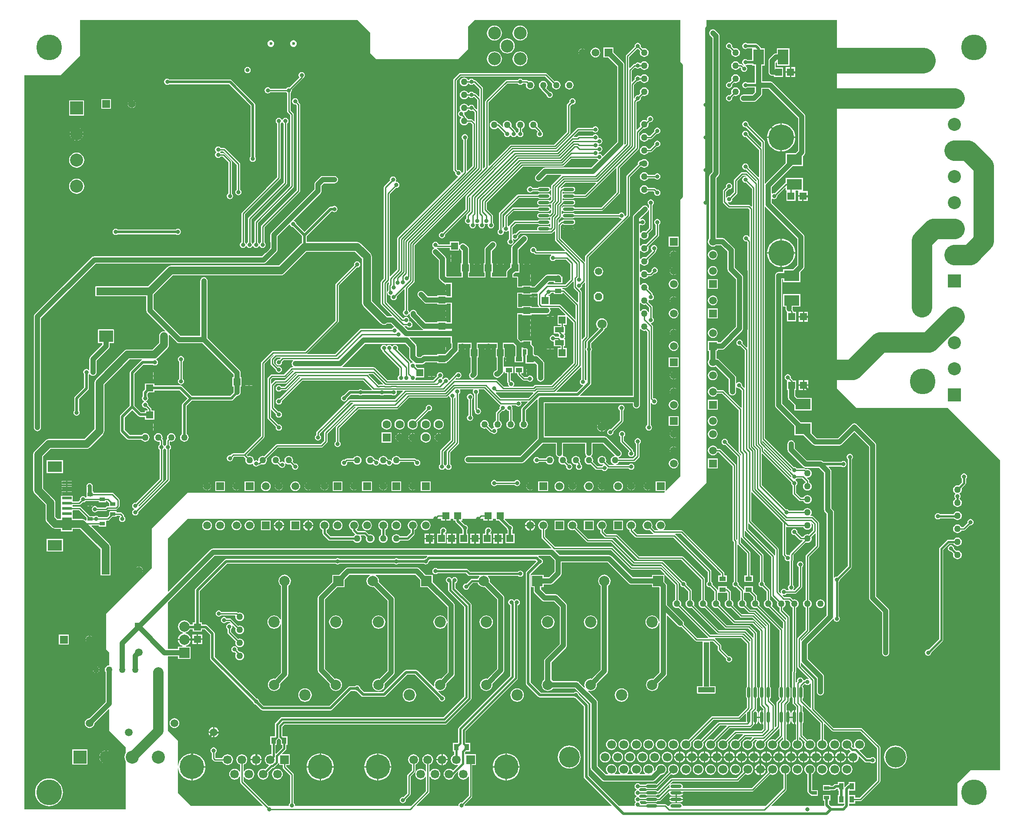
<source format=gbl>
G04 Layer_Physical_Order=2*
G04 Layer_Color=16711680*
%FSLAX24Y24*%
%MOIN*%
G70*
G01*
G75*
%ADD13R,0.0532X0.0571*%
%ADD14R,0.0335X0.0512*%
%ADD16R,0.0571X0.0532*%
%ADD22O,0.0236X0.0866*%
%ADD23R,0.0512X0.0335*%
%ADD28O,0.0866X0.0236*%
%ADD50R,0.0827X0.1177*%
%ADD54R,0.0394X0.0276*%
%ADD63C,0.0100*%
%ADD64C,0.0197*%
%ADD65C,0.0394*%
%ADD66C,0.0354*%
%ADD67C,0.0787*%
%ADD68C,0.0151*%
%ADD69C,0.0150*%
%ADD71C,0.0206*%
%ADD73C,0.0315*%
%ADD74C,0.0591*%
%ADD75C,0.1575*%
%ADD86R,0.0500X0.0500*%
%ADD87R,0.0800X0.0800*%
%ADD88R,0.1000X0.0500*%
%ADD96R,0.1500X0.0600*%
%ADD98R,0.0500X0.0900*%
%ADD99R,0.0850X0.0850*%
%ADD103R,0.1300X0.0400*%
%ADD104R,0.0591X0.0591*%
%ADD105C,0.0591*%
%ADD106C,0.1000*%
%ADD107R,0.1000X0.1000*%
%ADD108C,0.0787*%
%ADD109C,0.0866*%
%ADD110C,0.1969*%
%ADD111R,0.0787X0.0787*%
%ADD112R,0.0591X0.0591*%
%ADD113R,0.1000X0.1000*%
%ADD114C,0.0984*%
%ADD115C,0.0709*%
%ADD116R,0.0787X0.0787*%
%ADD117C,0.0630*%
%ADD118R,0.0630X0.0630*%
%ADD119C,0.0551*%
%ADD120P,0.0597X8X112.5*%
%ADD121C,0.1874*%
%ADD122R,0.0665X0.0665*%
%ADD123C,0.0665*%
%ADD124C,0.1594*%
%ADD125C,0.0669*%
%ADD126C,0.0236*%
%ADD127C,0.0315*%
%ADD128C,0.1181*%
%ADD129R,0.0709X0.0394*%
%ADD130R,0.0748X0.0236*%
%ADD131R,0.1102X0.0827*%
%ADD132R,0.1177X0.0827*%
%ADD133C,0.0500*%
%ADD134C,0.1969*%
%ADD135R,0.3300X0.3900*%
%ADD136R,0.0500X0.0750*%
%ADD137R,0.5000X0.5000*%
%ADD138R,0.1100X0.0900*%
%ADD139R,0.1400X0.3250*%
%ADD140R,0.0400X0.3450*%
G36*
X46000Y21500D02*
X44924Y20424D01*
X44874Y20445D01*
Y21124D01*
X44126D01*
Y20376D01*
X44805D01*
X44826Y20326D01*
X44750Y20250D01*
X8250D01*
X5500Y17500D01*
Y14500D01*
X2000Y11000D01*
Y8250D01*
X2250Y8000D01*
Y7032D01*
X2164Y7020D01*
X2084Y6987D01*
X2016Y6934D01*
X1963Y6866D01*
X1930Y6786D01*
X1918Y6700D01*
X1930Y6614D01*
X1963Y6534D01*
X1972Y6522D01*
Y4215D01*
X732Y2975D01*
X652Y2964D01*
X561Y2927D01*
X483Y2867D01*
X423Y2789D01*
X386Y2698D01*
X373Y2600D01*
X386Y2502D01*
X423Y2411D01*
X483Y2333D01*
X561Y2273D01*
X652Y2236D01*
X750Y2223D01*
X848Y2236D01*
X939Y2273D01*
X1017Y2333D01*
X1077Y2411D01*
X1114Y2502D01*
X1125Y2582D01*
X2204Y3661D01*
X2250Y3642D01*
Y2000D01*
X3500Y750D01*
Y299D01*
X3494Y292D01*
X3436Y151D01*
X3416Y0D01*
X3436Y-151D01*
X3494Y-292D01*
X3500Y-299D01*
Y-4000D01*
X-4250D01*
Y52250D01*
X-1500D01*
X0Y53750D01*
Y56500D01*
X21250D01*
X21500Y56250D01*
X22250Y55500D01*
Y53950D01*
X22700Y53500D01*
X29000D01*
X29750Y54250D01*
Y56000D01*
X30250Y56500D01*
X46000D01*
Y21500D01*
D02*
G37*
G36*
X51031Y44533D02*
X51007Y44489D01*
X51000Y44491D01*
X50908Y44473D01*
X50830Y44420D01*
X50777Y44342D01*
X50759Y44250D01*
X50777Y44158D01*
X50830Y44080D01*
X50908Y44027D01*
X51000Y44009D01*
X51046Y44018D01*
X51498Y43566D01*
Y42225D01*
X51452Y42206D01*
X51364Y42293D01*
X51322Y42321D01*
X51272Y42331D01*
X49804D01*
X49659Y42476D01*
X49684Y42522D01*
X49750Y42509D01*
X49842Y42527D01*
X49920Y42580D01*
X49973Y42658D01*
X49991Y42750D01*
X49982Y42796D01*
X50343Y43157D01*
X50371Y43200D01*
X50381Y43250D01*
Y44146D01*
X50804Y44569D01*
X50996D01*
X51031Y44533D01*
D02*
G37*
G36*
X58000Y28250D02*
X59500Y26750D01*
X66500Y26750D01*
X70500Y22750D01*
Y-1000D01*
X68250D01*
X67250Y-2000D01*
Y-3750D01*
X58931D01*
Y-3585D01*
X59409D01*
Y-3381D01*
X59800D01*
X59850Y-3371D01*
X59893Y-3343D01*
X61293Y-1943D01*
X61321Y-1900D01*
X61331Y-1850D01*
Y750D01*
X61321Y800D01*
X61293Y843D01*
X59943Y2193D01*
X59900Y2221D01*
X59850Y2231D01*
X57757D01*
X56283Y3706D01*
Y5899D01*
X56273Y5949D01*
X56244Y5991D01*
X55231Y7004D01*
Y7215D01*
X55281Y7232D01*
X55303Y7203D01*
X56472Y6035D01*
Y5000D01*
X56481Y4928D01*
X56509Y4861D01*
X56553Y4803D01*
X56611Y4759D01*
X56678Y4732D01*
X56750Y4722D01*
X56822Y4732D01*
X56889Y4759D01*
X56947Y4803D01*
X56991Y4861D01*
X57018Y4928D01*
X57028Y5000D01*
Y6150D01*
X57018Y6222D01*
X56991Y6289D01*
X56947Y6347D01*
X55778Y7515D01*
Y8635D01*
X57697Y10553D01*
X57713Y10575D01*
X57767Y10563D01*
X57777Y10508D01*
X57830Y10430D01*
X57908Y10377D01*
X58000Y10359D01*
X58092Y10377D01*
X58170Y10430D01*
X58223Y10508D01*
X58241Y10600D01*
X58223Y10692D01*
X58170Y10770D01*
X58157Y10779D01*
Y13421D01*
X58170Y13430D01*
X58223Y13508D01*
X58241Y13600D01*
X58238Y13615D01*
X59111Y14489D01*
X59145Y14540D01*
X59157Y14600D01*
Y22821D01*
X59170Y22830D01*
X59223Y22908D01*
X59241Y23000D01*
X59223Y23092D01*
X59170Y23170D01*
X59092Y23223D01*
X59000Y23241D01*
X58908Y23223D01*
X58830Y23170D01*
X58777Y23092D01*
X58759Y23000D01*
X58777Y22908D01*
X58830Y22830D01*
X58843Y22821D01*
Y14665D01*
X58015Y13838D01*
X58000Y13841D01*
X57908Y13823D01*
X57830Y13770D01*
X57826Y13764D01*
X57778Y13779D01*
Y18750D01*
X57769Y18822D01*
X57741Y18889D01*
X57697Y18947D01*
X57578Y19065D01*
Y21900D01*
X57568Y21972D01*
X57541Y22039D01*
X57497Y22097D01*
X57375Y22218D01*
X57394Y22265D01*
X58352D01*
X58408Y22227D01*
X58500Y22209D01*
X58592Y22227D01*
X58670Y22280D01*
X58723Y22358D01*
X58741Y22450D01*
X58723Y22542D01*
X58670Y22620D01*
X58592Y22673D01*
X58500Y22691D01*
X58408Y22673D01*
X58352Y22635D01*
X56958D01*
X56947Y22647D01*
X56889Y22691D01*
X56822Y22719D01*
X56750Y22728D01*
X55715D01*
X54778Y23665D01*
Y24000D01*
X54769Y24072D01*
X54741Y24139D01*
X54697Y24197D01*
X54639Y24241D01*
X54572Y24269D01*
X54500Y24278D01*
X54428Y24269D01*
X54361Y24241D01*
X54303Y24197D01*
X54259Y24139D01*
X54232Y24072D01*
X54222Y24000D01*
Y23550D01*
X54232Y23478D01*
X54259Y23411D01*
X54303Y23353D01*
X55403Y22253D01*
X55461Y22209D01*
X55528Y22181D01*
X55600Y22172D01*
X56635D01*
X57022Y21785D01*
Y18950D01*
X57031Y18878D01*
X57059Y18811D01*
X57103Y18753D01*
X57222Y18635D01*
Y10865D01*
X55303Y8947D01*
X55281Y8918D01*
X55231Y8935D01*
Y8996D01*
X55843Y9607D01*
X55871Y9650D01*
X55881Y9700D01*
Y11449D01*
X55916Y11463D01*
X55984Y11516D01*
X56037Y11584D01*
X56070Y11664D01*
X56082Y11750D01*
X56070Y11836D01*
X56037Y11916D01*
X55984Y11984D01*
X55916Y12037D01*
X55881Y12051D01*
Y15346D01*
X56593Y16057D01*
X56621Y16100D01*
X56631Y16150D01*
Y17950D01*
X56621Y18000D01*
X56593Y18043D01*
X56193Y18443D01*
X56150Y18471D01*
X56100Y18481D01*
X56017D01*
X55997Y18531D01*
X56037Y18584D01*
X56070Y18664D01*
X56082Y18750D01*
X56070Y18836D01*
X56037Y18916D01*
X55984Y18984D01*
X55916Y19037D01*
X55836Y19070D01*
X55750Y19082D01*
X55664Y19070D01*
X55584Y19037D01*
X55516Y18984D01*
X55463Y18916D01*
X55449Y18881D01*
X54346D01*
X54320Y18920D01*
X54242Y18973D01*
X54150Y18991D01*
X54104Y18982D01*
X52231Y20854D01*
Y23268D01*
X52277Y23287D01*
X54518Y21046D01*
X54509Y21000D01*
X54527Y20908D01*
X54580Y20830D01*
X54619Y20804D01*
Y20200D01*
X54629Y20150D01*
X54657Y20107D01*
X55107Y19657D01*
X55150Y19629D01*
X55200Y19619D01*
X55449D01*
X55463Y19584D01*
X55516Y19516D01*
X55584Y19463D01*
X55664Y19430D01*
X55750Y19418D01*
X55836Y19430D01*
X55916Y19463D01*
X55984Y19516D01*
X56037Y19584D01*
X56070Y19664D01*
X56082Y19750D01*
X56070Y19836D01*
X56037Y19916D01*
X55984Y19984D01*
X55916Y20037D01*
X55836Y20070D01*
X55750Y20082D01*
X55664Y20070D01*
X55584Y20037D01*
X55516Y19984D01*
X55463Y19916D01*
X55449Y19881D01*
X55254D01*
X54881Y20254D01*
Y20804D01*
X54920Y20830D01*
X54973Y20908D01*
X54991Y21000D01*
X54973Y21092D01*
X54920Y21170D01*
X54842Y21223D01*
X54832Y21225D01*
Y21275D01*
X54842Y21277D01*
X54920Y21330D01*
X54946Y21369D01*
X55346D01*
X55617Y21098D01*
X55612Y21049D01*
X55584Y21037D01*
X55516Y20984D01*
X55463Y20916D01*
X55430Y20836D01*
X55418Y20750D01*
X55430Y20664D01*
X55463Y20584D01*
X55516Y20516D01*
X55584Y20463D01*
X55664Y20430D01*
X55750Y20418D01*
X55836Y20430D01*
X55916Y20463D01*
X55984Y20516D01*
X56037Y20584D01*
X56070Y20664D01*
X56082Y20750D01*
X56070Y20836D01*
X56037Y20916D01*
X55984Y20984D01*
X55916Y21037D01*
X55881Y21051D01*
Y21150D01*
X55871Y21200D01*
X55843Y21243D01*
X55713Y21373D01*
X55736Y21420D01*
X55750Y21418D01*
X55836Y21430D01*
X55916Y21463D01*
X55984Y21516D01*
X56037Y21584D01*
X56070Y21664D01*
X56082Y21750D01*
X56070Y21836D01*
X56037Y21916D01*
X55984Y21984D01*
X55916Y22037D01*
X55836Y22070D01*
X55750Y22082D01*
X55664Y22070D01*
X55630Y22056D01*
X55593Y22093D01*
X55550Y22121D01*
X55500Y22131D01*
X54946D01*
X54920Y22170D01*
X54842Y22223D01*
X54750Y22241D01*
X54704Y22232D01*
X52475Y24460D01*
Y42173D01*
X52525Y42190D01*
X52553Y42153D01*
X54972Y39735D01*
Y37718D01*
X54643Y37389D01*
X53883D01*
Y37178D01*
X53548D01*
X53476Y37169D01*
X53409Y37141D01*
X53351Y37097D01*
X53307Y37039D01*
X53280Y36972D01*
X53270Y36900D01*
Y33202D01*
X53272Y33187D01*
Y26950D01*
X53281Y26878D01*
X53309Y26811D01*
X53353Y26753D01*
X54733Y25374D01*
Y24661D01*
X55446D01*
X56153Y23953D01*
X56211Y23909D01*
X56278Y23881D01*
X56350Y23872D01*
X58200D01*
X58272Y23881D01*
X58339Y23909D01*
X58397Y23953D01*
X59350Y24907D01*
X60472Y23785D01*
Y22000D01*
Y12200D01*
X60482Y12128D01*
X60509Y12061D01*
X60553Y12003D01*
X61472Y11085D01*
Y8000D01*
X61481Y7928D01*
X61509Y7861D01*
X61553Y7803D01*
X61611Y7759D01*
X61678Y7732D01*
X61750Y7722D01*
X61822Y7732D01*
X61889Y7759D01*
X61947Y7803D01*
X61991Y7861D01*
X62018Y7928D01*
X62028Y8000D01*
Y11200D01*
X62018Y11272D01*
X61991Y11339D01*
X61947Y11397D01*
X61028Y12315D01*
Y22000D01*
Y23900D01*
X61019Y23972D01*
X60991Y24039D01*
X60947Y24097D01*
X59547Y25497D01*
X59489Y25541D01*
X59422Y25568D01*
X59350Y25578D01*
X59278Y25568D01*
X59211Y25541D01*
X59153Y25497D01*
X58085Y24428D01*
X56465D01*
X56067Y24826D01*
Y25645D01*
X55248D01*
X53828Y27065D01*
Y33200D01*
X53826Y33215D01*
Y36622D01*
X53883D01*
Y36405D01*
X55217D01*
Y37177D01*
X55447Y37407D01*
X55491Y37464D01*
X55518Y37531D01*
X55528Y37603D01*
Y39850D01*
X55518Y39922D01*
X55491Y39989D01*
X55447Y40047D01*
X53028Y42465D01*
Y42771D01*
X53078Y42797D01*
X53108Y42777D01*
X53200Y42759D01*
X53292Y42777D01*
X53370Y42830D01*
X53423Y42908D01*
X53441Y43000D01*
X53432Y43046D01*
X54036Y43651D01*
X54083Y43632D01*
Y43411D01*
X54135D01*
X54143Y43364D01*
X54143D01*
Y42636D01*
X54832D01*
Y43364D01*
X54832D01*
X54839Y43411D01*
X55007D01*
X55047Y43385D01*
X55047Y43361D01*
Y43050D01*
X55413D01*
X55778D01*
Y43385D01*
X55457D01*
X55417Y43411D01*
X55417Y43435D01*
Y44395D01*
X54083D01*
Y44030D01*
X54053Y44024D01*
X54010Y43996D01*
X53246Y43232D01*
X53200Y43241D01*
X53108Y43223D01*
X53078Y43203D01*
X53028Y43229D01*
Y43682D01*
X54651Y45305D01*
X55417D01*
Y46071D01*
X55512Y46165D01*
X55556Y46223D01*
X55583Y46290D01*
X55593Y46362D01*
Y49085D01*
X55583Y49157D01*
X55556Y49224D01*
X55512Y49282D01*
X53097Y51697D01*
X53039Y51741D01*
X52972Y51768D01*
X52900Y51778D01*
X52278D01*
Y52983D01*
X52495D01*
Y54317D01*
X52180D01*
X52170Y54366D01*
X52131Y54425D01*
X51928Y54628D01*
X51869Y54667D01*
X51800Y54681D01*
X51155D01*
X51092Y54723D01*
X51000Y54741D01*
X50908Y54723D01*
X50830Y54670D01*
X50777Y54592D01*
X50759Y54500D01*
X50777Y54408D01*
X50830Y54330D01*
X50908Y54277D01*
X51000Y54259D01*
X51092Y54277D01*
X51155Y54319D01*
X51462D01*
X51511Y54317D01*
Y53431D01*
X51155D01*
X51092Y53473D01*
X51000Y53491D01*
X50908Y53473D01*
X50830Y53420D01*
X50777Y53342D01*
X50759Y53250D01*
X50777Y53158D01*
X50830Y53080D01*
X50854Y53063D01*
X50846Y53009D01*
X50831Y53004D01*
X50743Y53093D01*
X50700Y53121D01*
X50650Y53131D01*
X50551D01*
X50537Y53166D01*
X50484Y53234D01*
X50416Y53287D01*
X50336Y53320D01*
X50250Y53332D01*
X50164Y53320D01*
X50084Y53287D01*
X50016Y53234D01*
X49963Y53166D01*
X49930Y53086D01*
X49918Y53000D01*
X49930Y52914D01*
X49963Y52834D01*
X50016Y52766D01*
X50084Y52713D01*
X50164Y52680D01*
X50250Y52668D01*
X50336Y52680D01*
X50416Y52713D01*
X50484Y52766D01*
X50537Y52834D01*
X50549Y52862D01*
X50598Y52867D01*
X50668Y52796D01*
X50659Y52750D01*
X50677Y52658D01*
X50730Y52580D01*
X50808Y52527D01*
X50900Y52509D01*
X50992Y52527D01*
X51070Y52580D01*
X51123Y52658D01*
X51141Y52750D01*
X51123Y52842D01*
X51070Y52920D01*
X51011Y52960D01*
X51021Y53013D01*
X51092Y53027D01*
X51155Y53069D01*
X51511D01*
Y52983D01*
X51722D01*
Y51681D01*
X51155D01*
X51092Y51723D01*
X51000Y51741D01*
X50908Y51723D01*
X50830Y51670D01*
X50777Y51592D01*
X50759Y51500D01*
X50777Y51408D01*
X50830Y51330D01*
X50908Y51277D01*
X51000Y51259D01*
X51092Y51277D01*
X51155Y51319D01*
X51722D01*
Y50965D01*
X51535Y50778D01*
X50850D01*
X50778Y50768D01*
X50711Y50741D01*
X50653Y50697D01*
X50609Y50639D01*
X50581Y50572D01*
X50572Y50500D01*
X50581Y50428D01*
X50609Y50361D01*
X50653Y50303D01*
X50711Y50259D01*
X50778Y50231D01*
X50850Y50222D01*
X51650D01*
X51722Y50231D01*
X51789Y50259D01*
X51847Y50303D01*
X52197Y50653D01*
X52241Y50711D01*
X52269Y50778D01*
X52278Y50850D01*
Y51222D01*
X52785D01*
X55037Y48970D01*
Y46477D01*
X54849Y46289D01*
X54083D01*
Y45523D01*
X52553Y43993D01*
X52525Y43957D01*
X52475Y43974D01*
Y47156D01*
X52465Y47206D01*
X52437Y47249D01*
X51232Y48454D01*
X51241Y48500D01*
X51223Y48592D01*
X51170Y48670D01*
X51092Y48723D01*
X51000Y48741D01*
X50908Y48723D01*
X50830Y48670D01*
X50777Y48592D01*
X50759Y48500D01*
X50777Y48408D01*
X50830Y48330D01*
X50908Y48277D01*
X51000Y48259D01*
X51046Y48268D01*
X52213Y47102D01*
Y46788D01*
X52167Y46769D01*
X51232Y47704D01*
X51241Y47750D01*
X51223Y47842D01*
X51170Y47920D01*
X51092Y47973D01*
X51000Y47991D01*
X50908Y47973D01*
X50830Y47920D01*
X50777Y47842D01*
X50759Y47750D01*
X50777Y47658D01*
X50830Y47580D01*
X50908Y47527D01*
X51000Y47509D01*
X51046Y47518D01*
X52034Y46530D01*
Y44467D01*
X51988Y44448D01*
X51232Y45204D01*
X51241Y45250D01*
X51223Y45342D01*
X51170Y45420D01*
X51092Y45473D01*
X51000Y45491D01*
X50908Y45473D01*
X50830Y45420D01*
X50777Y45342D01*
X50759Y45250D01*
X50777Y45158D01*
X50830Y45080D01*
X50908Y45027D01*
X51000Y45009D01*
X51046Y45018D01*
X51855Y44209D01*
Y44146D01*
X51809Y44126D01*
X51143Y44793D01*
X51100Y44821D01*
X51050Y44831D01*
X50750D01*
X50700Y44821D01*
X50657Y44793D01*
X50157Y44293D01*
X50129Y44250D01*
X50119Y44200D01*
Y43304D01*
X49796Y42982D01*
X49750Y42991D01*
X49658Y42973D01*
X49580Y42920D01*
X49560Y42891D01*
X49510Y42906D01*
Y43324D01*
X49704Y43518D01*
X49750Y43509D01*
X49842Y43527D01*
X49920Y43580D01*
X49973Y43658D01*
X49991Y43750D01*
X49973Y43842D01*
X49920Y43920D01*
X49842Y43973D01*
X49750Y43991D01*
X49658Y43973D01*
X49580Y43920D01*
X49527Y43842D01*
X49509Y43750D01*
X49518Y43704D01*
X49286Y43472D01*
X49257Y43429D01*
X49247Y43379D01*
Y42571D01*
X49257Y42521D01*
X49286Y42478D01*
X49657Y42107D01*
X49700Y42079D01*
X49750Y42069D01*
X51217D01*
X51319Y41967D01*
Y39879D01*
X51269Y39864D01*
X51231Y39920D01*
X51153Y39973D01*
X51061Y39991D01*
X50969Y39973D01*
X50891Y39920D01*
X50839Y39842D01*
X50820Y39750D01*
X50839Y39658D01*
X50891Y39580D01*
X50969Y39527D01*
X51061Y39509D01*
X51107Y39518D01*
X51140Y39485D01*
Y31411D01*
X51094Y31391D01*
X50782Y31704D01*
X50791Y31750D01*
X50773Y31842D01*
X50720Y31920D01*
X50642Y31973D01*
X50550Y31991D01*
X50458Y31973D01*
X50380Y31920D01*
X50327Y31842D01*
X50309Y31750D01*
X50327Y31658D01*
X50380Y31580D01*
X50458Y31527D01*
X50550Y31509D01*
X50596Y31518D01*
X50937Y31178D01*
Y28320D01*
X50887Y28299D01*
X50732Y28454D01*
X50741Y28500D01*
X50723Y28592D01*
X50670Y28670D01*
X50592Y28723D01*
X50500Y28741D01*
X50408Y28723D01*
X50330Y28670D01*
X50326Y28665D01*
X50278Y28679D01*
Y29050D01*
X50269Y29122D01*
X50241Y29189D01*
X50197Y29247D01*
X48997Y30447D01*
X48939Y30491D01*
X48872Y30519D01*
X48800Y30528D01*
X48778D01*
Y31126D01*
X48874D01*
Y31222D01*
X49200D01*
X49272Y31232D01*
X49339Y31259D01*
X49397Y31303D01*
X50747Y32653D01*
X50791Y32711D01*
X50819Y32778D01*
X50828Y32850D01*
Y33450D01*
Y36750D01*
X50819Y36822D01*
X50791Y36889D01*
X50747Y36947D01*
X50178Y37515D01*
Y38850D01*
X50168Y38922D01*
X50141Y38989D01*
X50097Y39047D01*
X49447Y39697D01*
X49389Y39741D01*
X49322Y39769D01*
X49250Y39778D01*
X48778D01*
Y44385D01*
X48947Y44553D01*
X48991Y44611D01*
X49019Y44678D01*
X49028Y44750D01*
Y46750D01*
Y49500D01*
Y52500D01*
Y55250D01*
X49019Y55322D01*
X48991Y55389D01*
X48947Y55447D01*
X48697Y55697D01*
X48639Y55741D01*
X48572Y55768D01*
X48500Y55778D01*
X48428Y55768D01*
X48361Y55741D01*
X48303Y55697D01*
X48259Y55639D01*
X48232Y55572D01*
X48222Y55500D01*
X48232Y55428D01*
X48259Y55361D01*
X48303Y55303D01*
X48472Y55135D01*
Y52500D01*
Y49500D01*
Y46750D01*
Y44865D01*
X48303Y44697D01*
X48259Y44639D01*
X48232Y44572D01*
X48222Y44500D01*
Y39752D01*
X48173Y39689D01*
X48136Y39598D01*
X48123Y39500D01*
X48136Y39402D01*
X48173Y39311D01*
X48233Y39233D01*
X48311Y39173D01*
X48402Y39136D01*
X48500Y39123D01*
X48598Y39136D01*
X48689Y39173D01*
X48752Y39222D01*
X49135D01*
X49622Y38735D01*
Y37400D01*
X49632Y37328D01*
X49659Y37261D01*
X49703Y37203D01*
X50272Y36635D01*
Y33450D01*
Y32965D01*
X49085Y31778D01*
X48874D01*
Y31874D01*
X48126D01*
Y31126D01*
X48222D01*
Y30502D01*
X48173Y30439D01*
X48136Y30348D01*
X48123Y30250D01*
X48136Y30152D01*
X48173Y30061D01*
X48233Y29983D01*
X48311Y29923D01*
X48402Y29886D01*
X48500Y29873D01*
X48598Y29886D01*
X48689Y29923D01*
X48714Y29943D01*
X49722Y28935D01*
Y28400D01*
Y28000D01*
X49731Y27928D01*
X49759Y27861D01*
X49803Y27803D01*
X49861Y27759D01*
X49928Y27731D01*
X50000Y27722D01*
X50072Y27731D01*
X50139Y27759D01*
X50197Y27803D01*
X50241Y27861D01*
X50269Y27928D01*
X50278Y28000D01*
Y28317D01*
X50328Y28332D01*
X50330Y28330D01*
X50408Y28277D01*
X50500Y28259D01*
X50546Y28268D01*
X50708Y28106D01*
Y26798D01*
X50658Y26778D01*
X49343Y28093D01*
X49300Y28121D01*
X49250Y28131D01*
X48850D01*
X48827Y28189D01*
X48767Y28267D01*
X48689Y28327D01*
X48598Y28364D01*
X48500Y28377D01*
X48402Y28364D01*
X48311Y28327D01*
X48233Y28267D01*
X48173Y28189D01*
X48136Y28098D01*
X48123Y28000D01*
X48136Y27902D01*
X48173Y27811D01*
X48233Y27733D01*
X48311Y27673D01*
X48402Y27636D01*
X48500Y27623D01*
X48598Y27636D01*
X48689Y27673D01*
X48767Y27733D01*
X48827Y27811D01*
X48850Y27869D01*
X49196D01*
X50479Y26585D01*
Y23441D01*
X50489Y23390D01*
X50518Y23348D01*
X50663Y23202D01*
X50660Y23150D01*
X50622Y23126D01*
X50619Y23126D01*
X50593Y23165D01*
X49643Y24115D01*
X49652Y24161D01*
X49634Y24253D01*
X49581Y24331D01*
X49503Y24384D01*
X49411Y24402D01*
X49319Y24384D01*
X49241Y24331D01*
X49189Y24253D01*
X49170Y24161D01*
X49189Y24069D01*
X49241Y23991D01*
X49319Y23939D01*
X49411Y23920D01*
X49457Y23929D01*
X50369Y23018D01*
Y16688D01*
X50319Y16667D01*
X50281Y16704D01*
Y22350D01*
X50271Y22400D01*
X50243Y22443D01*
X49093Y23593D01*
X49050Y23621D01*
X49000Y23631D01*
X48850D01*
X48827Y23689D01*
X48767Y23767D01*
X48689Y23827D01*
X48598Y23864D01*
X48500Y23877D01*
X48402Y23864D01*
X48311Y23827D01*
X48233Y23767D01*
X48173Y23689D01*
X48136Y23598D01*
X48123Y23500D01*
X48136Y23402D01*
X48173Y23311D01*
X48233Y23233D01*
X48311Y23173D01*
X48402Y23136D01*
X48500Y23123D01*
X48598Y23136D01*
X48689Y23173D01*
X48767Y23233D01*
X48827Y23311D01*
X48850Y23369D01*
X48946D01*
X50019Y22296D01*
Y16650D01*
X50029Y16600D01*
X50057Y16557D01*
X50119Y16496D01*
Y13446D01*
X50080Y13420D01*
X50027Y13342D01*
X50009Y13250D01*
X50027Y13158D01*
X50080Y13080D01*
X50158Y13027D01*
X50250Y13009D01*
X50296Y13018D01*
X50619Y12696D01*
Y12051D01*
X50584Y12037D01*
X50516Y11984D01*
X50463Y11916D01*
X50430Y11836D01*
X50418Y11750D01*
X50430Y11664D01*
X50463Y11584D01*
X50516Y11516D01*
X50584Y11463D01*
X50664Y11430D01*
X50750Y11418D01*
X50836Y11430D01*
X50870Y11444D01*
X51232Y11082D01*
X51275Y11054D01*
X51325Y11044D01*
X51671D01*
X52619Y10096D01*
Y10038D01*
X52569Y10017D01*
X51668Y10918D01*
X51625Y10946D01*
X51575Y10956D01*
X50729D01*
X50056Y11630D01*
X50070Y11664D01*
X50082Y11750D01*
X50070Y11836D01*
X50037Y11916D01*
X49984Y11984D01*
X49916Y12037D01*
X49881Y12051D01*
Y12650D01*
X49871Y12700D01*
X49843Y12743D01*
X49656Y12929D01*
X49614Y12958D01*
X49585Y12964D01*
Y13083D01*
X48915D01*
Y12817D01*
X48908Y12814D01*
X48865Y12809D01*
X48843Y12843D01*
X48482Y13204D01*
X48491Y13250D01*
X48473Y13342D01*
X48420Y13420D01*
X48381Y13446D01*
Y14250D01*
X48371Y14300D01*
X48343Y14343D01*
X45643Y17043D01*
X45604Y17069D01*
X45604Y17072D01*
X45634Y17119D01*
X46046D01*
X49119Y14046D01*
Y13909D01*
X48915D01*
Y13417D01*
X49585D01*
Y13909D01*
X49381D01*
Y14100D01*
X49371Y14150D01*
X49343Y14193D01*
X46193Y17343D01*
X46150Y17371D01*
X46100Y17381D01*
X44712D01*
X44709Y17386D01*
X44699Y17431D01*
X44767Y17483D01*
X44827Y17561D01*
X44864Y17652D01*
X44877Y17750D01*
X44864Y17848D01*
X44827Y17939D01*
X44767Y18017D01*
X44689Y18077D01*
X44598Y18114D01*
X44500Y18127D01*
X44402Y18114D01*
X44311Y18077D01*
X44233Y18017D01*
X44173Y17939D01*
X44136Y17848D01*
X44123Y17750D01*
X44136Y17652D01*
X44173Y17561D01*
X44233Y17483D01*
X44301Y17431D01*
X44291Y17386D01*
X44288Y17381D01*
X44054D01*
X43841Y17595D01*
X43864Y17652D01*
X43877Y17750D01*
X43864Y17848D01*
X43827Y17939D01*
X43767Y18017D01*
X43689Y18077D01*
X43598Y18114D01*
X43500Y18127D01*
X43402Y18114D01*
X43311Y18077D01*
X43233Y18017D01*
X43173Y17939D01*
X43136Y17848D01*
X43123Y17750D01*
X43136Y17652D01*
X43173Y17561D01*
X43233Y17483D01*
X43311Y17423D01*
X43402Y17386D01*
X43500Y17373D01*
X43598Y17386D01*
X43655Y17409D01*
X43907Y17157D01*
X43946Y17131D01*
X43946Y17128D01*
X43916Y17081D01*
X42704D01*
X42417Y17369D01*
X42426Y17418D01*
X42439Y17423D01*
X42517Y17483D01*
X42577Y17561D01*
X42614Y17652D01*
X42627Y17750D01*
X42614Y17848D01*
X42577Y17939D01*
X42517Y18017D01*
X42439Y18077D01*
X42348Y18114D01*
X42250Y18127D01*
X42152Y18114D01*
X42061Y18077D01*
X41983Y18017D01*
X41923Y17939D01*
X41886Y17848D01*
X41873Y17750D01*
X41886Y17652D01*
X41923Y17561D01*
X41983Y17483D01*
X42061Y17423D01*
X42119Y17400D01*
Y17350D01*
X42129Y17300D01*
X42157Y17257D01*
X42557Y16857D01*
X42600Y16829D01*
X42650Y16819D01*
X45496D01*
X48119Y14196D01*
Y13446D01*
X48080Y13420D01*
X48027Y13342D01*
X48009Y13250D01*
X48027Y13158D01*
X48080Y13080D01*
X48158Y13027D01*
X48250Y13009D01*
X48296Y13018D01*
X48619Y12696D01*
Y12051D01*
X48584Y12037D01*
X48516Y11984D01*
X48463Y11916D01*
X48430Y11836D01*
X48418Y11750D01*
X48430Y11664D01*
X48463Y11584D01*
X48516Y11516D01*
X48584Y11463D01*
X48664Y11430D01*
X48750Y11418D01*
X48836Y11430D01*
X48870Y11444D01*
X50057Y10257D01*
X50100Y10229D01*
X50150Y10219D01*
X51546D01*
X52119Y9646D01*
Y5409D01*
X52108Y5402D01*
X52065Y5337D01*
X52049Y5260D01*
Y4630D01*
X52065Y4553D01*
X52108Y4488D01*
X52119Y4481D01*
Y4000D01*
X52129Y3950D01*
X52157Y3907D01*
X52366Y3699D01*
Y3611D01*
X52316Y3579D01*
X52300Y3583D01*
Y3055D01*
Y2528D01*
X52316Y2531D01*
X52366Y2500D01*
Y2173D01*
X52224Y2031D01*
X50233D01*
X50183Y2021D01*
X50141Y1993D01*
X49467Y1320D01*
X49390Y1352D01*
X49282Y1366D01*
X49174Y1352D01*
X49074Y1310D01*
X48987Y1244D01*
X48921Y1157D01*
X48880Y1057D01*
X48865Y949D01*
X48880Y841D01*
X48921Y740D01*
X48987Y654D01*
X49074Y588D01*
X49174Y546D01*
X49282Y532D01*
X49390Y546D01*
X49491Y588D01*
X49577Y654D01*
X49643Y740D01*
X49685Y841D01*
X49699Y949D01*
X49685Y1057D01*
X49653Y1134D01*
X50288Y1769D01*
X50796D01*
X50817Y1719D01*
X50417Y1320D01*
X50340Y1352D01*
X50232Y1366D01*
X50124Y1352D01*
X50024Y1310D01*
X49937Y1244D01*
X49871Y1157D01*
X49830Y1057D01*
X49815Y949D01*
X49830Y841D01*
X49871Y740D01*
X49937Y654D01*
X50024Y588D01*
X50124Y546D01*
X50232Y532D01*
X50340Y546D01*
X50441Y588D01*
X50527Y654D01*
X50593Y740D01*
X50635Y841D01*
X50649Y949D01*
X50635Y1057D01*
X50603Y1134D01*
X50988Y1519D01*
X51501D01*
X51520Y1473D01*
X51367Y1320D01*
X51290Y1352D01*
X51182Y1366D01*
X51074Y1352D01*
X50974Y1310D01*
X50887Y1244D01*
X50821Y1157D01*
X50780Y1057D01*
X50765Y949D01*
X50780Y841D01*
X50821Y740D01*
X50887Y654D01*
X50974Y588D01*
X51074Y546D01*
X51182Y532D01*
X51290Y546D01*
X51391Y588D01*
X51477Y654D01*
X51543Y740D01*
X51585Y841D01*
X51599Y949D01*
X51585Y1057D01*
X51553Y1134D01*
X51738Y1319D01*
X51853D01*
X51870Y1269D01*
X51837Y1244D01*
X51771Y1157D01*
X51730Y1057D01*
X51715Y949D01*
X51730Y841D01*
X51771Y740D01*
X51837Y654D01*
X51924Y588D01*
X52024Y546D01*
X52132Y532D01*
X52240Y546D01*
X52341Y588D01*
X52427Y654D01*
X52493Y740D01*
X52535Y841D01*
X52549Y949D01*
X52535Y1057D01*
X52503Y1134D01*
X53569Y2200D01*
X53619Y2179D01*
Y1671D01*
X53267Y1320D01*
X53190Y1352D01*
X53082Y1366D01*
X52974Y1352D01*
X52874Y1310D01*
X52787Y1244D01*
X52721Y1157D01*
X52680Y1057D01*
X52665Y949D01*
X52680Y841D01*
X52721Y740D01*
X52787Y654D01*
X52874Y588D01*
X52974Y546D01*
X53082Y532D01*
X53190Y546D01*
X53291Y588D01*
X53377Y654D01*
X53443Y740D01*
X53485Y841D01*
X53499Y949D01*
X53485Y1057D01*
X53453Y1134D01*
X53822Y1503D01*
X53872Y1482D01*
Y1330D01*
X53824Y1310D01*
X53737Y1244D01*
X53671Y1157D01*
X53630Y1057D01*
X53615Y949D01*
X53630Y841D01*
X53671Y740D01*
X53737Y654D01*
X53824Y588D01*
X53924Y546D01*
X54032Y532D01*
X54140Y546D01*
X54241Y588D01*
X54327Y654D01*
X54393Y740D01*
X54435Y841D01*
X54449Y949D01*
X54435Y1057D01*
X54393Y1157D01*
X54327Y1244D01*
X54241Y1310D01*
X54140Y1352D01*
X54134Y1352D01*
Y2500D01*
X54184Y2531D01*
X54200Y2528D01*
Y3055D01*
Y3583D01*
X54184Y3579D01*
X54134Y3611D01*
Y3999D01*
X54343Y4207D01*
X54371Y4250D01*
X54381Y4300D01*
Y4481D01*
X54392Y4488D01*
X54435Y4553D01*
X54451Y4630D01*
Y5260D01*
X54435Y5337D01*
X54392Y5402D01*
X54381Y5409D01*
Y10721D01*
X54371Y10771D01*
X54343Y10814D01*
X53881Y11276D01*
Y11449D01*
X53916Y11463D01*
X53984Y11516D01*
X54037Y11584D01*
X54070Y11664D01*
X54082Y11750D01*
X54070Y11836D01*
X54037Y11916D01*
X54016Y11944D01*
X54040Y11994D01*
X54321D01*
X54444Y11870D01*
X54430Y11836D01*
X54418Y11750D01*
X54430Y11664D01*
X54463Y11584D01*
X54516Y11516D01*
X54584Y11463D01*
X54619Y11449D01*
Y6603D01*
X54593Y6564D01*
X54583Y6514D01*
Y5364D01*
X54565Y5337D01*
X54549Y5260D01*
Y4630D01*
X54565Y4553D01*
X54608Y4488D01*
X54619Y4481D01*
Y4150D01*
X54629Y4100D01*
X54657Y4057D01*
X54866Y3849D01*
Y3611D01*
X54816Y3579D01*
X54800Y3583D01*
Y3055D01*
Y2528D01*
X54816Y2531D01*
X54866Y2500D01*
Y1348D01*
X54774Y1310D01*
X54687Y1244D01*
X54621Y1157D01*
X54580Y1057D01*
X54565Y949D01*
X54580Y841D01*
X54621Y740D01*
X54687Y654D01*
X54774Y588D01*
X54874Y546D01*
X54982Y532D01*
X55090Y546D01*
X55191Y588D01*
X55277Y654D01*
X55343Y740D01*
X55385Y841D01*
X55399Y949D01*
X55385Y1057D01*
X55343Y1157D01*
X55277Y1244D01*
X55191Y1310D01*
X55128Y1336D01*
Y1497D01*
X55178Y1517D01*
X55562Y1134D01*
X55530Y1057D01*
X55515Y949D01*
X55530Y841D01*
X55571Y740D01*
X55637Y654D01*
X55724Y588D01*
X55824Y546D01*
X55932Y532D01*
X56040Y546D01*
X56141Y588D01*
X56227Y654D01*
X56293Y740D01*
X56335Y841D01*
X56349Y949D01*
X56335Y1057D01*
X56293Y1157D01*
X56227Y1244D01*
X56141Y1310D01*
X56040Y1352D01*
X55932Y1366D01*
X55824Y1352D01*
X55747Y1320D01*
X55381Y1685D01*
Y2591D01*
X55392Y2598D01*
X55435Y2663D01*
X55451Y2740D01*
Y3370D01*
X55435Y3447D01*
X55392Y3512D01*
X55381Y3519D01*
Y3903D01*
X55379Y3915D01*
X55425Y3939D01*
X56751Y2613D01*
Y1342D01*
X56674Y1310D01*
X56587Y1244D01*
X56521Y1157D01*
X56480Y1057D01*
X56465Y949D01*
X56480Y841D01*
X56521Y740D01*
X56587Y654D01*
X56674Y588D01*
X56774Y546D01*
X56882Y532D01*
X56990Y546D01*
X57091Y588D01*
X57177Y654D01*
X57243Y740D01*
X57285Y841D01*
X57299Y949D01*
X57285Y1057D01*
X57243Y1157D01*
X57177Y1244D01*
X57091Y1310D01*
X57014Y1342D01*
Y2538D01*
X57060Y2557D01*
X57610Y2007D01*
X57653Y1979D01*
X57703Y1969D01*
X59796D01*
X61069Y696D01*
Y-1796D01*
X59746Y-3119D01*
X59409D01*
Y-2915D01*
X58931D01*
Y-2585D01*
X59409D01*
Y-1915D01*
X58917D01*
Y-2076D01*
X58881Y-2083D01*
X58822Y-2122D01*
X58633Y-2312D01*
X58592Y-2300D01*
X58583Y-2293D01*
Y-1915D01*
X58091D01*
Y-2069D01*
X57900D01*
X57831Y-2083D01*
X57772Y-2122D01*
X57699Y-2195D01*
X57498D01*
Y-2159D01*
X56947D01*
Y-2593D01*
X57498D01*
Y-2557D01*
X57774D01*
X57843Y-2543D01*
X57902Y-2504D01*
X57975Y-2431D01*
X58091D01*
Y-2585D01*
X58156D01*
Y-2915D01*
X58091D01*
Y-3585D01*
X58569D01*
Y-3675D01*
X58495Y-3750D01*
X57555D01*
X57403Y-3598D01*
Y-3341D01*
X57498D01*
Y-2907D01*
X56947D01*
Y-3341D01*
X57042D01*
Y-3672D01*
X57047Y-3700D01*
X57006Y-3750D01*
X53001D01*
X52982Y-3704D01*
X54125Y-2561D01*
X54154Y-2518D01*
X54164Y-2468D01*
Y-1343D01*
X54241Y-1311D01*
X54327Y-1245D01*
X54393Y-1158D01*
X54435Y-1058D01*
X54449Y-950D01*
X54435Y-842D01*
X54393Y-742D01*
X54327Y-655D01*
X54241Y-589D01*
X54140Y-547D01*
X54032Y-533D01*
X53924Y-547D01*
X53824Y-589D01*
X53737Y-655D01*
X53671Y-742D01*
X53630Y-842D01*
X53615Y-950D01*
X53630Y-1058D01*
X53671Y-1158D01*
X53737Y-1245D01*
X53824Y-1311D01*
X53901Y-1343D01*
Y-2413D01*
X52564Y-3750D01*
X46211D01*
X46195Y-3673D01*
X46152Y-3608D01*
X46087Y-3565D01*
X46010Y-3549D01*
X45380D01*
X45303Y-3565D01*
X45238Y-3608D01*
X45194Y-3673D01*
X45179Y-3750D01*
X45036D01*
X44943Y-3657D01*
X44900Y-3629D01*
X44850Y-3619D01*
X44269D01*
X44262Y-3608D01*
X44197Y-3565D01*
X44120Y-3549D01*
X43490D01*
X43413Y-3565D01*
X43348Y-3608D01*
X43341Y-3619D01*
X42985D01*
X42973Y-3558D01*
X42920Y-3480D01*
X42913Y-3475D01*
Y-3425D01*
X42920Y-3420D01*
X42946Y-3381D01*
X43341D01*
X43348Y-3392D01*
X43413Y-3435D01*
X43490Y-3451D01*
X44120D01*
X44197Y-3435D01*
X44262Y-3392D01*
X44269Y-3381D01*
X44400D01*
X44450Y-3371D01*
X44493Y-3343D01*
X45112Y-2724D01*
X45158Y-2749D01*
X45158Y-2750D01*
X45174Y-2835D01*
X45223Y-2907D01*
X45295Y-2955D01*
X45380Y-2972D01*
X45645D01*
Y-2750D01*
X45695D01*
Y-2700D01*
X46222D01*
X46219Y-2681D01*
X46248Y-2631D01*
X51532D01*
X51583Y-2621D01*
X51625Y-2593D01*
X52897Y-1321D01*
X52974Y-1353D01*
X53082Y-1367D01*
X53190Y-1353D01*
X53291Y-1311D01*
X53377Y-1245D01*
X53443Y-1158D01*
X53485Y-1058D01*
X53499Y-950D01*
X53485Y-842D01*
X53443Y-742D01*
X53377Y-655D01*
X53291Y-589D01*
X53190Y-547D01*
X53082Y-533D01*
X52974Y-547D01*
X52874Y-589D01*
X52787Y-655D01*
X52721Y-742D01*
X52680Y-842D01*
X52665Y-950D01*
X52680Y-1058D01*
X52712Y-1135D01*
X51478Y-2369D01*
X46221D01*
X46197Y-2319D01*
X46211Y-2250D01*
X46195Y-2173D01*
X46152Y-2108D01*
X46087Y-2065D01*
X46010Y-2049D01*
X45380D01*
X45303Y-2065D01*
X45269Y-2087D01*
X45237Y-2049D01*
X45404Y-1881D01*
X50382D01*
X50433Y-1871D01*
X50475Y-1843D01*
X50997Y-1321D01*
X51074Y-1353D01*
X51182Y-1367D01*
X51290Y-1353D01*
X51391Y-1311D01*
X51477Y-1245D01*
X51543Y-1158D01*
X51585Y-1058D01*
X51599Y-950D01*
X51585Y-842D01*
X51543Y-742D01*
X51477Y-655D01*
X51391Y-589D01*
X51290Y-547D01*
X51182Y-533D01*
X51074Y-547D01*
X50974Y-589D01*
X50887Y-655D01*
X50821Y-742D01*
X50780Y-842D01*
X50765Y-950D01*
X50780Y-1058D01*
X50812Y-1135D01*
X50328Y-1619D01*
X45350D01*
X45300Y-1629D01*
X45257Y-1657D01*
X44313Y-2602D01*
X44262Y-2608D01*
X44197Y-2565D01*
X44120Y-2549D01*
X43490D01*
X43413Y-2565D01*
X43348Y-2608D01*
X43341Y-2619D01*
X42946D01*
X42920Y-2580D01*
X42842Y-2527D01*
X42832Y-2525D01*
Y-2475D01*
X42842Y-2473D01*
X42920Y-2420D01*
X42946Y-2381D01*
X43341D01*
X43348Y-2392D01*
X43413Y-2435D01*
X43490Y-2451D01*
X44120D01*
X44197Y-2435D01*
X44262Y-2392D01*
X44306Y-2327D01*
X44309Y-2309D01*
X45297Y-1321D01*
X45374Y-1353D01*
X45482Y-1367D01*
X45590Y-1353D01*
X45691Y-1311D01*
X45777Y-1245D01*
X45843Y-1158D01*
X45885Y-1058D01*
X45899Y-950D01*
X45885Y-842D01*
X45843Y-742D01*
X45777Y-655D01*
X45691Y-589D01*
X45590Y-547D01*
X45482Y-533D01*
X45374Y-547D01*
X45274Y-589D01*
X45187Y-655D01*
X45121Y-742D01*
X45080Y-842D01*
X45065Y-950D01*
X45080Y-1058D01*
X45112Y-1135D01*
X44185Y-2062D01*
X44120Y-2049D01*
X43490D01*
X43413Y-2065D01*
X43348Y-2108D01*
X43341Y-2119D01*
X42946D01*
X42920Y-2080D01*
X42842Y-2027D01*
X42750Y-2009D01*
X42658Y-2027D01*
X42580Y-2080D01*
X42527Y-2158D01*
X42509Y-2250D01*
X42527Y-2342D01*
X42580Y-2420D01*
X42658Y-2473D01*
X42668Y-2475D01*
Y-2525D01*
X42658Y-2527D01*
X42580Y-2580D01*
X42527Y-2658D01*
X42509Y-2750D01*
X42527Y-2842D01*
X42580Y-2920D01*
X42658Y-2973D01*
X42668Y-2975D01*
Y-3025D01*
X42658Y-3027D01*
X42580Y-3080D01*
X42527Y-3158D01*
X42509Y-3250D01*
X42527Y-3342D01*
X42580Y-3420D01*
X42587Y-3425D01*
Y-3475D01*
X42580Y-3480D01*
X42527Y-3558D01*
X42509Y-3650D01*
X42519Y-3700D01*
X42478Y-3750D01*
X41312D01*
X38985Y-1423D01*
Y3950D01*
X38971Y4021D01*
X38931Y4081D01*
X38236Y4777D01*
X38223Y4842D01*
X38170Y4920D01*
X38092Y4973D01*
X38000Y4991D01*
X37908Y4973D01*
X37852Y4935D01*
X35327D01*
X34535Y5727D01*
Y14023D01*
X35277Y14764D01*
X35342Y14777D01*
X35420Y14830D01*
X35473Y14908D01*
X35491Y15000D01*
X35473Y15092D01*
X35420Y15170D01*
X35342Y15223D01*
X35277Y15236D01*
X35140Y15372D01*
X35149Y15408D01*
X35159Y15422D01*
X36035D01*
X36372Y15085D01*
Y14215D01*
X35935Y13778D01*
X35531D01*
Y13972D01*
X34587D01*
Y13028D01*
X34781D01*
Y12741D01*
X34791Y12669D01*
X34818Y12602D01*
X34862Y12544D01*
X35403Y12003D01*
X35461Y11959D01*
X35528Y11932D01*
X35600Y11922D01*
X36335D01*
X36772Y11485D01*
Y8665D01*
X35666Y7559D01*
X35621Y7501D01*
X35594Y7434D01*
X35584Y7362D01*
Y5920D01*
X35525Y5874D01*
X35450Y5776D01*
X35402Y5661D01*
X35386Y5537D01*
X35402Y5414D01*
X35450Y5299D01*
X35525Y5200D01*
X35624Y5125D01*
X35739Y5077D01*
X35862Y5061D01*
X35986Y5077D01*
X36100Y5125D01*
X36199Y5200D01*
X36244Y5259D01*
X37947D01*
X39122Y4085D01*
Y-800D01*
X39132Y-872D01*
X39159Y-939D01*
X39203Y-997D01*
X40003Y-1797D01*
X40061Y-1841D01*
X40128Y-1868D01*
X40200Y-1878D01*
X43882D01*
X43954Y-1868D01*
X44021Y-1841D01*
X44079Y-1797D01*
X44511Y-1364D01*
X44532Y-1367D01*
X44640Y-1353D01*
X44741Y-1311D01*
X44827Y-1245D01*
X44893Y-1158D01*
X44935Y-1058D01*
X44949Y-950D01*
X44935Y-842D01*
X44893Y-742D01*
X44827Y-655D01*
X44741Y-589D01*
X44640Y-547D01*
X44532Y-533D01*
X44424Y-547D01*
X44324Y-589D01*
X44237Y-655D01*
X44171Y-742D01*
X44130Y-842D01*
X44115Y-950D01*
X44118Y-971D01*
X44036Y-1053D01*
X43989Y-1030D01*
X43999Y-950D01*
X43985Y-842D01*
X43943Y-742D01*
X43877Y-655D01*
X43791Y-589D01*
X43690Y-547D01*
X43582Y-533D01*
X43474Y-547D01*
X43374Y-589D01*
X43287Y-655D01*
X43221Y-742D01*
X43180Y-842D01*
X43165Y-950D01*
X43180Y-1058D01*
X43221Y-1158D01*
X43287Y-1245D01*
X43323Y-1272D01*
X43306Y-1322D01*
X42909D01*
X42892Y-1272D01*
X42927Y-1245D01*
X42993Y-1158D01*
X43035Y-1058D01*
X43049Y-950D01*
X43035Y-842D01*
X42993Y-742D01*
X42927Y-655D01*
X42841Y-589D01*
X42740Y-547D01*
X42632Y-533D01*
X42524Y-547D01*
X42424Y-589D01*
X42337Y-655D01*
X42271Y-742D01*
X42230Y-842D01*
X42215Y-950D01*
X42230Y-1058D01*
X42271Y-1158D01*
X42337Y-1245D01*
X42373Y-1272D01*
X42356Y-1322D01*
X41959D01*
X41942Y-1272D01*
X41977Y-1245D01*
X42043Y-1158D01*
X42085Y-1058D01*
X42099Y-950D01*
X42085Y-842D01*
X42043Y-742D01*
X41977Y-655D01*
X41891Y-589D01*
X41790Y-547D01*
X41682Y-533D01*
X41574Y-547D01*
X41474Y-589D01*
X41387Y-655D01*
X41321Y-742D01*
X41280Y-842D01*
X41265Y-950D01*
X41280Y-1058D01*
X41321Y-1158D01*
X41387Y-1245D01*
X41423Y-1272D01*
X41406Y-1322D01*
X41009D01*
X40992Y-1272D01*
X41027Y-1245D01*
X41093Y-1158D01*
X41135Y-1058D01*
X41149Y-950D01*
X41135Y-842D01*
X41093Y-742D01*
X41027Y-655D01*
X40941Y-589D01*
X40840Y-547D01*
X40732Y-533D01*
X40624Y-547D01*
X40524Y-589D01*
X40437Y-655D01*
X40371Y-742D01*
X40330Y-842D01*
X40315Y-950D01*
X40330Y-1058D01*
X40371Y-1158D01*
X40437Y-1245D01*
X40473Y-1272D01*
X40456Y-1322D01*
X40315D01*
X39678Y-685D01*
Y4200D01*
X39669Y4272D01*
X39641Y4339D01*
X39597Y4397D01*
X38939Y5054D01*
X38967Y5097D01*
X39014Y5077D01*
X39138Y5061D01*
X39261Y5077D01*
X39376Y5125D01*
X39475Y5200D01*
X39550Y5299D01*
X39598Y5414D01*
X39614Y5537D01*
X39605Y5611D01*
X40388Y6394D01*
X40432Y6452D01*
X40459Y6519D01*
X40469Y6591D01*
Y13118D01*
X40528Y13163D01*
X40604Y13262D01*
X40651Y13377D01*
X40667Y13500D01*
X40651Y13623D01*
X40604Y13738D01*
X40528Y13837D01*
X40429Y13913D01*
X40314Y13960D01*
X40191Y13977D01*
X40068Y13960D01*
X39953Y13913D01*
X39854Y13837D01*
X39778Y13738D01*
X39731Y13623D01*
X39714Y13500D01*
X39731Y13377D01*
X39778Y13262D01*
X39854Y13163D01*
X39913Y13118D01*
Y6706D01*
X39211Y6004D01*
X39138Y6014D01*
X39014Y5998D01*
X38900Y5950D01*
X38801Y5874D01*
X38725Y5776D01*
X38678Y5661D01*
X38661Y5537D01*
X38678Y5414D01*
X38697Y5367D01*
X38655Y5338D01*
X38259Y5734D01*
X38202Y5778D01*
X38135Y5806D01*
X38063Y5815D01*
X36244D01*
X36199Y5874D01*
X36140Y5920D01*
Y7247D01*
X37247Y8353D01*
X37291Y8411D01*
X37318Y8478D01*
X37328Y8550D01*
Y11600D01*
X37318Y11672D01*
X37291Y11739D01*
X37247Y11797D01*
X36647Y12397D01*
X36589Y12441D01*
X36522Y12469D01*
X36450Y12478D01*
X35715D01*
X35337Y12856D01*
Y13028D01*
X35531D01*
Y13222D01*
X36050D01*
X36122Y13232D01*
X36189Y13259D01*
X36247Y13303D01*
X36847Y13903D01*
X36891Y13961D01*
X36918Y14028D01*
X36928Y14100D01*
Y14922D01*
X40435D01*
X42053Y13303D01*
X42111Y13259D01*
X42178Y13232D01*
X42250Y13222D01*
X43837D01*
Y13028D01*
X44388D01*
X44422Y12994D01*
Y11550D01*
Y10392D01*
X44372Y10389D01*
X44361Y10474D01*
X44309Y10599D01*
X44227Y10706D01*
X44120Y10788D01*
X43996Y10839D01*
X43862Y10857D01*
X43729Y10839D01*
X43604Y10788D01*
X43497Y10706D01*
X43415Y10599D01*
X43364Y10474D01*
X43346Y10341D01*
X43364Y10207D01*
X43415Y10082D01*
X43497Y9976D01*
X43604Y9893D01*
X43729Y9842D01*
X43862Y9824D01*
X43996Y9842D01*
X44120Y9893D01*
X44227Y9976D01*
X44309Y10082D01*
X44361Y10207D01*
X44372Y10292D01*
X44422Y10289D01*
Y6490D01*
X43936Y6004D01*
X43862Y6014D01*
X43739Y5998D01*
X43624Y5950D01*
X43525Y5874D01*
X43450Y5776D01*
X43402Y5661D01*
X43386Y5537D01*
X43402Y5414D01*
X43450Y5299D01*
X43525Y5200D01*
X43624Y5125D01*
X43739Y5077D01*
X43862Y5061D01*
X43986Y5077D01*
X44100Y5125D01*
X44199Y5200D01*
X44275Y5299D01*
X44322Y5414D01*
X44339Y5537D01*
X44329Y5611D01*
X44897Y6179D01*
X44941Y6236D01*
X44969Y6303D01*
X44978Y6375D01*
Y10814D01*
X45024Y10833D01*
X45803Y10053D01*
X45861Y10009D01*
X45928Y9981D01*
X46000Y9972D01*
X46072Y9981D01*
X46080Y9985D01*
X47157Y8907D01*
X47200Y8879D01*
X47250Y8869D01*
X47691D01*
X47703Y8856D01*
X47723Y8819D01*
X47720Y8800D01*
Y5430D01*
X47350D01*
X47319Y5424D01*
X47293Y5407D01*
X47276Y5381D01*
X47270Y5350D01*
Y4950D01*
X47276Y4919D01*
X47293Y4893D01*
X47319Y4876D01*
X47350Y4870D01*
X48650D01*
X48681Y4876D01*
X48707Y4893D01*
X48724Y4919D01*
X48730Y4950D01*
Y5350D01*
X48724Y5381D01*
X48707Y5407D01*
X48681Y5424D01*
X48650Y5430D01*
X48280D01*
Y8800D01*
X48277Y8819D01*
X48297Y8856D01*
X48309Y8869D01*
X48496D01*
X48869Y8496D01*
Y8250D01*
X48879Y8200D01*
X48907Y8157D01*
X49518Y7546D01*
X49509Y7500D01*
X49527Y7408D01*
X49580Y7330D01*
X49658Y7277D01*
X49750Y7259D01*
X49842Y7277D01*
X49920Y7330D01*
X49973Y7408D01*
X49991Y7500D01*
X49973Y7592D01*
X49920Y7670D01*
X49842Y7723D01*
X49750Y7741D01*
X49704Y7732D01*
X49131Y8304D01*
Y8550D01*
X49121Y8600D01*
X49093Y8643D01*
X48667Y9069D01*
X48688Y9119D01*
X50696D01*
X51119Y8696D01*
Y5409D01*
X51108Y5402D01*
X51065Y5337D01*
X51049Y5260D01*
Y4630D01*
X51065Y4553D01*
X51108Y4488D01*
X51119Y4481D01*
Y3804D01*
X50446Y3131D01*
X48483D01*
X48433Y3121D01*
X48391Y3093D01*
X46617Y1320D01*
X46540Y1352D01*
X46432Y1366D01*
X46324Y1352D01*
X46224Y1310D01*
X46137Y1244D01*
X46071Y1157D01*
X46030Y1057D01*
X46015Y949D01*
X46030Y841D01*
X46071Y740D01*
X46137Y654D01*
X46224Y588D01*
X46324Y546D01*
X46432Y532D01*
X46540Y546D01*
X46641Y588D01*
X46727Y654D01*
X46793Y740D01*
X46835Y841D01*
X46849Y949D01*
X46835Y1057D01*
X46803Y1134D01*
X48538Y2869D01*
X50500D01*
X50550Y2879D01*
X50593Y2907D01*
X51003Y3317D01*
X51049Y3298D01*
Y2740D01*
X51053Y2720D01*
X51022Y2681D01*
X48983D01*
X48933Y2671D01*
X48891Y2643D01*
X47567Y1320D01*
X47490Y1352D01*
X47382Y1366D01*
X47274Y1352D01*
X47174Y1310D01*
X47087Y1244D01*
X47021Y1157D01*
X46980Y1057D01*
X46965Y949D01*
X46980Y841D01*
X47021Y740D01*
X47087Y654D01*
X47174Y588D01*
X47274Y546D01*
X47382Y532D01*
X47490Y546D01*
X47591Y588D01*
X47677Y654D01*
X47743Y740D01*
X47785Y841D01*
X47799Y949D01*
X47785Y1057D01*
X47753Y1134D01*
X49038Y2419D01*
X49551D01*
X49570Y2373D01*
X48517Y1320D01*
X48440Y1352D01*
X48332Y1366D01*
X48224Y1352D01*
X48124Y1310D01*
X48037Y1244D01*
X47971Y1157D01*
X47930Y1057D01*
X47915Y949D01*
X47930Y841D01*
X47971Y740D01*
X48037Y654D01*
X48124Y588D01*
X48224Y546D01*
X48332Y532D01*
X48440Y546D01*
X48541Y588D01*
X48627Y654D01*
X48693Y740D01*
X48735Y841D01*
X48749Y949D01*
X48735Y1057D01*
X48703Y1134D01*
X49788Y2219D01*
X51350D01*
X51400Y2229D01*
X51443Y2257D01*
X51596Y2410D01*
X51624Y2453D01*
X51633Y2496D01*
X51643Y2508D01*
X51684Y2531D01*
X51700Y2528D01*
Y3055D01*
X51750D01*
Y3105D01*
X51972D01*
Y3370D01*
X51955Y3455D01*
X51907Y3527D01*
X51852Y3564D01*
X51838Y3622D01*
X51843Y3626D01*
X51871Y3669D01*
X51881Y3719D01*
Y4481D01*
X51892Y4488D01*
X51935Y4553D01*
X51951Y4630D01*
Y5260D01*
X51935Y5337D01*
X51892Y5402D01*
X51881Y5409D01*
Y9500D01*
X51871Y9550D01*
X51843Y9593D01*
X51368Y10068D01*
X51325Y10096D01*
X51275Y10106D01*
X49579D01*
X48056Y11630D01*
X48070Y11664D01*
X48082Y11750D01*
X48070Y11836D01*
X48037Y11916D01*
X47984Y11984D01*
X47916Y12037D01*
X47881Y12051D01*
Y13650D01*
X47871Y13700D01*
X47843Y13743D01*
X46243Y15343D01*
X46200Y15371D01*
X46150Y15381D01*
X42854D01*
X41193Y17043D01*
X41150Y17071D01*
X41100Y17081D01*
X40354D01*
X40131Y17304D01*
Y17400D01*
X40189Y17423D01*
X40267Y17483D01*
X40327Y17561D01*
X40364Y17652D01*
X40377Y17750D01*
X40364Y17848D01*
X40327Y17939D01*
X40267Y18017D01*
X40189Y18077D01*
X40098Y18114D01*
X40000Y18127D01*
X39902Y18114D01*
X39811Y18077D01*
X39733Y18017D01*
X39673Y17939D01*
X39636Y17848D01*
X39623Y17750D01*
X39636Y17652D01*
X39673Y17561D01*
X39733Y17483D01*
X39811Y17423D01*
X39869Y17400D01*
Y17250D01*
X39879Y17200D01*
X39907Y17157D01*
X40207Y16857D01*
X40250Y16829D01*
X40300Y16819D01*
X41046D01*
X42707Y15157D01*
X42750Y15129D01*
X42800Y15119D01*
X46096D01*
X47619Y13596D01*
Y12051D01*
X47584Y12037D01*
X47516Y11984D01*
X47463Y11916D01*
X47430Y11836D01*
X47418Y11750D01*
X47430Y11664D01*
X47463Y11584D01*
X47516Y11516D01*
X47584Y11463D01*
X47664Y11430D01*
X47750Y11418D01*
X47836Y11430D01*
X47870Y11444D01*
X49432Y9882D01*
X49475Y9854D01*
X49525Y9844D01*
X51221D01*
X51619Y9446D01*
Y9188D01*
X51569Y9167D01*
X51043Y9693D01*
X51000Y9721D01*
X50950Y9731D01*
X48954D01*
X47056Y11630D01*
X47070Y11664D01*
X47082Y11750D01*
X47070Y11836D01*
X47037Y11916D01*
X46984Y11984D01*
X46916Y12037D01*
X46881Y12051D01*
Y12750D01*
X46871Y12800D01*
X46843Y12843D01*
X46482Y13204D01*
X46491Y13250D01*
X46473Y13342D01*
X46420Y13420D01*
X46342Y13473D01*
X46250Y13491D01*
X46204Y13482D01*
X44693Y14993D01*
X44650Y15021D01*
X44600Y15031D01*
X42504D01*
X40843Y16693D01*
X40800Y16721D01*
X40750Y16731D01*
X38954D01*
X38091Y17595D01*
X38114Y17652D01*
X38127Y17750D01*
X38114Y17848D01*
X38077Y17939D01*
X38017Y18017D01*
X37939Y18077D01*
X37848Y18114D01*
X37750Y18127D01*
X37652Y18114D01*
X37561Y18077D01*
X37483Y18017D01*
X37423Y17939D01*
X37386Y17848D01*
X37373Y17750D01*
X37386Y17652D01*
X37423Y17561D01*
X37483Y17483D01*
X37561Y17423D01*
X37652Y17386D01*
X37750Y17373D01*
X37848Y17386D01*
X37905Y17409D01*
X38807Y16507D01*
X38850Y16479D01*
X38900Y16469D01*
X40696D01*
X42357Y14807D01*
X42400Y14779D01*
X42450Y14769D01*
X44546D01*
X46018Y13296D01*
X46009Y13250D01*
X46027Y13158D01*
X46080Y13080D01*
X46158Y13027D01*
X46250Y13009D01*
X46296Y13018D01*
X46619Y12696D01*
Y12051D01*
X46584Y12037D01*
X46516Y11984D01*
X46463Y11916D01*
X46430Y11836D01*
X46418Y11750D01*
X46430Y11664D01*
X46463Y11584D01*
X46516Y11516D01*
X46584Y11463D01*
X46664Y11430D01*
X46750Y11418D01*
X46836Y11430D01*
X46870Y11444D01*
X48807Y9507D01*
X48850Y9479D01*
X48900Y9469D01*
X50896D01*
X51366Y8999D01*
Y8891D01*
X51316Y8870D01*
X50843Y9343D01*
X50800Y9371D01*
X50750Y9381D01*
X48304D01*
X46056Y11630D01*
X46070Y11664D01*
X46082Y11750D01*
X46070Y11836D01*
X46037Y11916D01*
X45984Y11984D01*
X45916Y12037D01*
X45881Y12051D01*
Y13250D01*
X45871Y13300D01*
X45843Y13343D01*
X44956Y14229D01*
X44953Y14247D01*
X44924Y14290D01*
X44621Y14593D01*
X44579Y14621D01*
X44529Y14631D01*
X42304D01*
X40843Y16093D01*
X40800Y16121D01*
X40750Y16131D01*
X36404D01*
X35631Y16904D01*
Y17400D01*
X35689Y17423D01*
X35767Y17483D01*
X35827Y17561D01*
X35864Y17652D01*
X35877Y17750D01*
X35864Y17848D01*
X35827Y17939D01*
X35767Y18017D01*
X35689Y18077D01*
X35598Y18114D01*
X35500Y18127D01*
X35402Y18114D01*
X35311Y18077D01*
X35233Y18017D01*
X35173Y17939D01*
X35136Y17848D01*
X35123Y17750D01*
X35136Y17652D01*
X35173Y17561D01*
X35233Y17483D01*
X35311Y17423D01*
X35369Y17400D01*
Y16850D01*
X35379Y16800D01*
X35407Y16757D01*
X36136Y16028D01*
X36116Y15978D01*
X10216D01*
X10144Y15969D01*
X10077Y15941D01*
X10019Y15897D01*
X6796Y12674D01*
X6750Y12693D01*
Y16750D01*
X8250Y18250D01*
X27672D01*
Y18115D01*
X27987D01*
Y18500D01*
X28087D01*
Y18115D01*
X28403D01*
Y18250D01*
X28618D01*
Y18136D01*
X28777D01*
Y18087D01*
X28791Y18016D01*
X28831Y17956D01*
X29264Y17523D01*
X29277Y17458D01*
X29315Y17402D01*
Y17114D01*
X29068D01*
Y16386D01*
X29757D01*
Y17114D01*
X29685D01*
Y17402D01*
X29723Y17458D01*
X29741Y17550D01*
X29723Y17642D01*
X29670Y17720D01*
X29592Y17773D01*
X29527Y17786D01*
X29223Y18090D01*
X29242Y18136D01*
X29307D01*
Y18250D01*
X30922D01*
Y18115D01*
X31237D01*
Y18500D01*
X31337D01*
Y18115D01*
X31653D01*
Y18250D01*
X31868D01*
Y18136D01*
X32102D01*
X32714Y17523D01*
X32727Y17458D01*
X32777Y17384D01*
Y17114D01*
X32618D01*
Y16386D01*
X33307D01*
Y17114D01*
X33148D01*
Y17421D01*
X33173Y17458D01*
X33191Y17550D01*
X33173Y17642D01*
X33120Y17720D01*
X33042Y17773D01*
X32977Y17786D01*
X32562Y18200D01*
X32570Y18250D01*
X45250D01*
X48000Y21000D01*
Y56500D01*
X58000D01*
Y28250D01*
D02*
G37*
G36*
X54518Y22046D02*
X54509Y22000D01*
X54511Y21993D01*
X54467Y21969D01*
X52297Y24139D01*
Y24202D01*
X52343Y24222D01*
X54518Y22046D01*
D02*
G37*
G36*
Y21546D02*
X54509Y21500D01*
X54511Y21493D01*
X54467Y21469D01*
X52424Y23512D01*
Y23575D01*
X52470Y23594D01*
X54518Y21546D01*
D02*
G37*
G36*
X56190Y17822D02*
Y17376D01*
X55870Y17056D01*
X55836Y17070D01*
X55750Y17082D01*
X55664Y17070D01*
X55584Y17037D01*
X55516Y16984D01*
X55463Y16916D01*
X55449Y16881D01*
X55304D01*
X54982Y17204D01*
X54991Y17250D01*
X54973Y17342D01*
X54920Y17420D01*
X54842Y17473D01*
X54750Y17491D01*
X54658Y17473D01*
X54580Y17420D01*
X54527Y17342D01*
X54509Y17250D01*
X54527Y17158D01*
X54580Y17080D01*
X54658Y17027D01*
X54750Y17009D01*
X54796Y17018D01*
X55157Y16657D01*
X55200Y16629D01*
X55250Y16619D01*
X55368D01*
X55387Y16573D01*
X54443Y15629D01*
X54415Y15586D01*
X54405Y15536D01*
Y15484D01*
X54361Y15460D01*
X54342Y15473D01*
X54250Y15491D01*
X54204Y15482D01*
X54126Y15560D01*
Y17611D01*
X54176Y17638D01*
X54189Y17629D01*
X54240Y17619D01*
X55449D01*
X55463Y17584D01*
X55516Y17516D01*
X55584Y17463D01*
X55664Y17430D01*
X55750Y17418D01*
X55836Y17430D01*
X55916Y17463D01*
X55984Y17516D01*
X56037Y17584D01*
X56070Y17664D01*
X56082Y17750D01*
X56070Y17836D01*
X56046Y17895D01*
X56088Y17924D01*
X56190Y17822D01*
D02*
G37*
G36*
X56369Y17118D02*
Y16204D01*
X55657Y15493D01*
X55629Y15450D01*
X55619Y15400D01*
Y12051D01*
X55584Y12037D01*
X55516Y11984D01*
X55463Y11916D01*
X55430Y11836D01*
X55418Y11750D01*
X55430Y11664D01*
X55463Y11584D01*
X55516Y11516D01*
X55584Y11463D01*
X55619Y11449D01*
Y9754D01*
X55007Y9143D01*
X54979Y9100D01*
X54969Y9050D01*
Y6950D01*
X54979Y6900D01*
X55007Y6857D01*
X55841Y6024D01*
X55816Y5978D01*
X55750Y5991D01*
X55658Y5973D01*
X55580Y5920D01*
X55554Y5881D01*
X55500D01*
X55486Y5879D01*
X55428Y5913D01*
X55423Y5942D01*
X55370Y6020D01*
X55292Y6073D01*
X55200Y6091D01*
X55108Y6073D01*
X55030Y6020D01*
X54977Y5942D01*
X54959Y5850D01*
X54968Y5804D01*
X54910Y5746D01*
X54895Y5723D01*
X54845Y5738D01*
Y6461D01*
X54871Y6500D01*
X54881Y6550D01*
Y11449D01*
X54916Y11463D01*
X54984Y11516D01*
X55037Y11584D01*
X55070Y11664D01*
X55082Y11750D01*
X55070Y11836D01*
X55037Y11916D01*
X54984Y11984D01*
X54916Y12037D01*
X54836Y12070D01*
X54750Y12082D01*
X54664Y12070D01*
X54630Y12056D01*
X54468Y12218D01*
X54425Y12246D01*
X54375Y12256D01*
X53979D01*
X53859Y12376D01*
X53884Y12422D01*
X53950Y12409D01*
X54042Y12427D01*
X54120Y12480D01*
X54146Y12519D01*
X54800D01*
X54850Y12529D01*
X54893Y12557D01*
X55293Y12957D01*
X55321Y13000D01*
X55331Y13050D01*
Y14554D01*
X55370Y14580D01*
X55423Y14658D01*
X55441Y14750D01*
X55423Y14842D01*
X55370Y14920D01*
X55292Y14973D01*
X55200Y14991D01*
X55108Y14973D01*
X55030Y14920D01*
X54977Y14842D01*
X54959Y14750D01*
X54977Y14658D01*
X55030Y14580D01*
X55069Y14554D01*
Y13104D01*
X54746Y12781D01*
X54684D01*
X54676Y12808D01*
X54671Y12831D01*
X54723Y12908D01*
X54741Y13000D01*
X54723Y13092D01*
X54670Y13170D01*
X54631Y13196D01*
Y15006D01*
X54657Y15045D01*
X54667Y15095D01*
Y15482D01*
X55630Y16444D01*
X55664Y16430D01*
X55750Y16418D01*
X55836Y16430D01*
X55916Y16463D01*
X55984Y16516D01*
X56037Y16584D01*
X56070Y16664D01*
X56082Y16750D01*
X56070Y16836D01*
X56056Y16870D01*
X56323Y17137D01*
X56369Y17118D01*
D02*
G37*
G36*
X53269Y15896D02*
Y15484D01*
X53222Y15454D01*
X53219Y15454D01*
X53193Y15493D01*
X51203Y17483D01*
Y17891D01*
X51253Y17912D01*
X53269Y15896D01*
D02*
G37*
G36*
X26601Y15408D02*
X26610Y15372D01*
X26474Y15236D01*
X26408Y15223D01*
X26353Y15185D01*
X24398D01*
X24342Y15223D01*
X24250Y15241D01*
X24158Y15223D01*
X24103Y15185D01*
X19898D01*
X19842Y15223D01*
X19750Y15241D01*
X19658Y15223D01*
X19603Y15185D01*
X11200D01*
X11129Y15171D01*
X11069Y15131D01*
X8869Y12931D01*
X8829Y12871D01*
X8815Y12800D01*
Y10307D01*
X8636D01*
Y10148D01*
X8450D01*
X8413Y10238D01*
X8337Y10337D01*
X8238Y10413D01*
X8123Y10460D01*
X8000Y10477D01*
X7877Y10460D01*
X7762Y10413D01*
X7663Y10337D01*
X7587Y10238D01*
X7540Y10123D01*
X7523Y10000D01*
X7540Y9877D01*
X7587Y9762D01*
X7663Y9663D01*
X7762Y9587D01*
X7877Y9540D01*
X7905Y9536D01*
Y9486D01*
X7871Y9481D01*
X7751Y9431D01*
X7648Y9352D01*
X7569Y9249D01*
X7519Y9129D01*
X7509Y9050D01*
X8000D01*
X8491D01*
X8481Y9129D01*
X8431Y9249D01*
X8352Y9352D01*
X8249Y9431D01*
X8129Y9481D01*
X8095Y9486D01*
Y9536D01*
X8123Y9540D01*
X8238Y9587D01*
X8337Y9663D01*
X8413Y9762D01*
X8419Y9777D01*
X8636D01*
Y9618D01*
X9364D01*
Y9777D01*
X9561D01*
X9965Y9373D01*
Y8800D01*
X9969Y8776D01*
Y7600D01*
X9983Y7531D01*
X10022Y7472D01*
X13263Y4232D01*
X13277Y4158D01*
X13330Y4080D01*
X13408Y4027D01*
X13482Y4013D01*
X13872Y3622D01*
X13931Y3583D01*
X14000Y3569D01*
X19200D01*
X19269Y3583D01*
X19328Y3622D01*
X20775Y5069D01*
X21095D01*
X21158Y5027D01*
X21223Y5014D01*
X21569Y4669D01*
X21629Y4629D01*
X21700Y4615D01*
X23300D01*
X23371Y4629D01*
X23431Y4669D01*
X25077Y6315D01*
X25673D01*
X27514Y4473D01*
X27527Y4408D01*
X27580Y4330D01*
X27658Y4277D01*
X27750Y4259D01*
X27842Y4277D01*
X27920Y4330D01*
X27973Y4408D01*
X27991Y4500D01*
X27973Y4592D01*
X27920Y4670D01*
X27842Y4723D01*
X27777Y4736D01*
X27485Y5027D01*
X27508Y5075D01*
X27612Y5061D01*
X27736Y5077D01*
X27850Y5125D01*
X27949Y5200D01*
X28025Y5299D01*
X28072Y5414D01*
X28089Y5537D01*
X28079Y5611D01*
X28647Y6179D01*
X28691Y6236D01*
X28719Y6303D01*
X28728Y6375D01*
Y11609D01*
X28719Y11681D01*
X28691Y11748D01*
X28647Y11806D01*
X27032Y13421D01*
Y13972D01*
X26480D01*
X26006Y14447D01*
X25948Y14491D01*
X25881Y14519D01*
X25809Y14528D01*
X20559D01*
X20487Y14519D01*
X20420Y14491D01*
X20363Y14447D01*
X19888Y13972D01*
X19337D01*
Y13421D01*
X18303Y12387D01*
X18259Y12330D01*
X18232Y12263D01*
X18222Y12191D01*
Y6650D01*
X18232Y6578D01*
X18259Y6511D01*
X18303Y6453D01*
X19145Y5611D01*
X19136Y5537D01*
X19152Y5414D01*
X19200Y5299D01*
X19275Y5200D01*
X19374Y5125D01*
X19489Y5077D01*
X19612Y5061D01*
X19736Y5077D01*
X19850Y5125D01*
X19949Y5200D01*
X20025Y5299D01*
X20072Y5414D01*
X20089Y5537D01*
X20072Y5661D01*
X20025Y5776D01*
X19949Y5874D01*
X19850Y5950D01*
X19736Y5998D01*
X19612Y6014D01*
X19539Y6004D01*
X18778Y6765D01*
Y12076D01*
X19730Y13028D01*
X20282D01*
Y13579D01*
X20674Y13972D01*
X22215D01*
X22225Y13922D01*
X22203Y13913D01*
X22104Y13837D01*
X22028Y13738D01*
X21981Y13623D01*
X21964Y13500D01*
X21981Y13377D01*
X22028Y13262D01*
X22104Y13163D01*
X22203Y13087D01*
X22318Y13040D01*
X22441Y13023D01*
X22515Y13033D01*
X23572Y11976D01*
Y6615D01*
X22961Y6004D01*
X22888Y6014D01*
X22764Y5998D01*
X22650Y5950D01*
X22551Y5874D01*
X22475Y5776D01*
X22428Y5661D01*
X22411Y5537D01*
X22428Y5414D01*
X22475Y5299D01*
X22551Y5200D01*
X22650Y5125D01*
X22764Y5077D01*
X22888Y5061D01*
X23011Y5077D01*
X23126Y5125D01*
X23225Y5200D01*
X23300Y5299D01*
X23348Y5414D01*
X23364Y5537D01*
X23355Y5611D01*
X24047Y6303D01*
X24091Y6361D01*
X24118Y6428D01*
X24128Y6500D01*
Y12091D01*
X24118Y12163D01*
X24091Y12230D01*
X24047Y12287D01*
X22908Y13426D01*
X22917Y13500D01*
X22901Y13623D01*
X22854Y13738D01*
X22778Y13837D01*
X22679Y13913D01*
X22657Y13922D01*
X22667Y13972D01*
X25694D01*
X26087Y13579D01*
Y13028D01*
X26638D01*
X28172Y11494D01*
Y10392D01*
X28122Y10389D01*
X28111Y10474D01*
X28059Y10599D01*
X27977Y10706D01*
X27870Y10788D01*
X27746Y10839D01*
X27612Y10857D01*
X27479Y10839D01*
X27354Y10788D01*
X27247Y10706D01*
X27165Y10599D01*
X27114Y10474D01*
X27096Y10341D01*
X27114Y10207D01*
X27165Y10082D01*
X27247Y9976D01*
X27354Y9893D01*
X27479Y9842D01*
X27612Y9824D01*
X27746Y9842D01*
X27870Y9893D01*
X27977Y9976D01*
X28059Y10082D01*
X28111Y10207D01*
X28122Y10292D01*
X28172Y10289D01*
Y6490D01*
X27686Y6004D01*
X27612Y6014D01*
X27489Y5998D01*
X27374Y5950D01*
X27275Y5874D01*
X27200Y5776D01*
X27152Y5661D01*
X27136Y5537D01*
X27149Y5434D01*
X27102Y5410D01*
X25881Y6631D01*
X25821Y6671D01*
X25750Y6685D01*
X25000D01*
X24929Y6671D01*
X24869Y6631D01*
X23223Y4985D01*
X21777D01*
X21486Y5277D01*
X21473Y5342D01*
X21420Y5420D01*
X21342Y5473D01*
X21250Y5491D01*
X21158Y5473D01*
X21095Y5431D01*
X20700D01*
X20631Y5417D01*
X20572Y5378D01*
X19125Y3931D01*
X14075D01*
X13737Y4268D01*
X13723Y4342D01*
X13670Y4420D01*
X13592Y4473D01*
X13518Y4487D01*
X10331Y7675D01*
Y8776D01*
X10335Y8800D01*
Y9450D01*
X10321Y9521D01*
X10281Y9581D01*
X9769Y10094D01*
X9708Y10134D01*
X9637Y10148D01*
X9364D01*
Y10307D01*
X9185D01*
Y12723D01*
X11277Y14815D01*
X19603D01*
X19658Y14777D01*
X19750Y14759D01*
X19842Y14777D01*
X19898Y14815D01*
X24103D01*
X24158Y14777D01*
X24250Y14759D01*
X24342Y14777D01*
X24398Y14815D01*
X26353D01*
X26408Y14777D01*
X26500Y14759D01*
X26592Y14777D01*
X26671Y14830D01*
X26723Y14908D01*
X26736Y14973D01*
X26827Y15065D01*
X34923D01*
X34988Y15000D01*
X34219Y14231D01*
X34179Y14171D01*
X34165Y14100D01*
Y5650D01*
X34179Y5579D01*
X34219Y5519D01*
X35119Y4619D01*
X35179Y4579D01*
X35250Y4565D01*
X37852D01*
X37908Y4527D01*
X37973Y4514D01*
X38615Y3873D01*
Y-1500D01*
X38629Y-1571D01*
X38669Y-1631D01*
X40742Y-3704D01*
X40722Y-3750D01*
X29520D01*
X29489Y-3711D01*
X29491Y-3700D01*
X29482Y-3654D01*
X30024Y-3112D01*
X30052Y-3069D01*
X30062Y-3019D01*
Y-612D01*
X30343D01*
Y211D01*
X29557D01*
X29520Y211D01*
X29507Y255D01*
Y372D01*
X29550Y415D01*
X29909D01*
Y1085D01*
X29557D01*
Y1982D01*
X33511Y5936D01*
X33545Y5986D01*
X33557Y6046D01*
Y11624D01*
X33575Y11627D01*
X33653Y11680D01*
X33705Y11758D01*
X33723Y11850D01*
X33705Y11942D01*
X33653Y12020D01*
X33575Y12073D01*
X33482Y12091D01*
X33390Y12073D01*
X33312Y12020D01*
X33300Y12002D01*
X33250D01*
X33238Y12020D01*
X33160Y12073D01*
X33068Y12091D01*
X32975Y12073D01*
X32897Y12020D01*
X32845Y11942D01*
X32827Y11850D01*
X32845Y11758D01*
X32897Y11680D01*
X32975Y11627D01*
X32993Y11624D01*
Y6215D01*
X29039Y2261D01*
X29005Y2210D01*
X28993Y2150D01*
Y1128D01*
X28950Y1085D01*
X28591D01*
Y415D01*
X28680D01*
Y178D01*
X28633Y159D01*
X28547Y93D01*
X28481Y7D01*
X28440Y-93D01*
X28426Y-201D01*
X28440Y-308D01*
X28481Y-408D01*
X28547Y-494D01*
X28633Y-560D01*
X28733Y-602D01*
X28841Y-616D01*
X28948Y-602D01*
X28962Y-596D01*
X28990Y-638D01*
X28602Y-1026D01*
X28589Y-1025D01*
X28503Y-960D01*
X28403Y-918D01*
X28295Y-904D01*
X28188Y-918D01*
X28088Y-960D01*
X28002Y-1025D01*
X27936Y-1111D01*
X27894Y-1212D01*
X27880Y-1319D01*
X27894Y-1426D01*
X27936Y-1526D01*
X28002Y-1612D01*
X28088Y-1678D01*
X28188Y-1720D01*
X28295Y-1734D01*
X28403Y-1720D01*
X28503Y-1678D01*
X28589Y-1612D01*
X28655Y-1526D01*
X28696Y-1426D01*
X28704Y-1368D01*
X28985Y-1086D01*
X29026Y-1111D01*
X28985Y-1212D01*
X28971Y-1319D01*
X28985Y-1426D01*
X29026Y-1526D01*
X29092Y-1612D01*
X29178Y-1678D01*
X29278Y-1720D01*
X29386Y-1734D01*
X29493Y-1720D01*
X29593Y-1678D01*
X29679Y-1612D01*
X29745Y-1526D01*
X29750Y-1515D01*
X29800Y-1525D01*
Y-2965D01*
X29296Y-3468D01*
X29250Y-3459D01*
X29158Y-3477D01*
X29080Y-3530D01*
X29027Y-3608D01*
X29009Y-3700D01*
X29011Y-3711D01*
X28980Y-3750D01*
X25820D01*
X25801Y-3704D01*
X26752Y-2752D01*
X26781Y-2710D01*
X26791Y-2659D01*
Y-1525D01*
X26841Y-1515D01*
X26845Y-1526D01*
X26911Y-1612D01*
X26997Y-1678D01*
X27097Y-1720D01*
X27205Y-1734D01*
X27312Y-1720D01*
X27412Y-1678D01*
X27498Y-1612D01*
X27564Y-1526D01*
X27606Y-1426D01*
X27620Y-1319D01*
X27606Y-1212D01*
X27564Y-1111D01*
X27498Y-1025D01*
X27412Y-960D01*
X27312Y-918D01*
X27205Y-904D01*
X27097Y-918D01*
X26997Y-960D01*
X26911Y-1025D01*
X26845Y-1111D01*
X26841Y-1123D01*
X26791Y-1113D01*
Y-592D01*
X26867Y-560D01*
X26953Y-494D01*
X27019Y-408D01*
X27060Y-308D01*
X27074Y-201D01*
X27060Y-93D01*
X27019Y7D01*
X26953Y93D01*
X26867Y159D01*
X26767Y200D01*
X26659Y214D01*
X26552Y200D01*
X26452Y159D01*
X26366Y93D01*
X26300Y7D01*
X26259Y-93D01*
X26244Y-201D01*
X26259Y-308D01*
X26300Y-408D01*
X26366Y-494D01*
X26452Y-560D01*
X26528Y-592D01*
Y-1113D01*
X26478Y-1123D01*
X26474Y-1111D01*
X26408Y-1025D01*
X26322Y-960D01*
X26222Y-918D01*
X26114Y-904D01*
X26007Y-918D01*
X25907Y-960D01*
X25821Y-1025D01*
X25755Y-1111D01*
X25713Y-1212D01*
X25699Y-1319D01*
X25713Y-1426D01*
X25755Y-1526D01*
X25821Y-1612D01*
X25907Y-1678D01*
X26007Y-1720D01*
X26114Y-1734D01*
X26222Y-1720D01*
X26322Y-1678D01*
X26408Y-1612D01*
X26474Y-1526D01*
X26478Y-1515D01*
X26528Y-1525D01*
Y-2605D01*
X25383Y-3750D01*
X16520D01*
X16489Y-3711D01*
X16491Y-3700D01*
X16473Y-3608D01*
X16420Y-3530D01*
X16381Y-3504D01*
Y-1350D01*
X16371Y-1300D01*
X16343Y-1257D01*
X15812Y-727D01*
Y-612D01*
X16093D01*
Y211D01*
X15497D01*
X15478Y257D01*
X15774Y553D01*
X15808Y604D01*
X15820Y664D01*
Y915D01*
X15909D01*
Y1585D01*
X15550D01*
X15507Y1628D01*
Y2335D01*
X15665Y2493D01*
X28004D01*
X28064Y2505D01*
X28114Y2539D01*
X28188Y2612D01*
X28188Y2612D01*
X29961Y4386D01*
X29995Y4436D01*
X30007Y4496D01*
Y11675D01*
X29995Y11735D01*
X29961Y11786D01*
X28782Y12965D01*
Y13324D01*
X28800Y13327D01*
X28878Y13380D01*
X28930Y13458D01*
X28949Y13550D01*
X28930Y13642D01*
X28878Y13720D01*
X28800Y13773D01*
X28708Y13791D01*
X28616Y13773D01*
X28537Y13720D01*
X28525Y13702D01*
X28475D01*
X28463Y13720D01*
X28385Y13773D01*
X28293Y13791D01*
X28201Y13773D01*
X28123Y13720D01*
X28070Y13642D01*
X28052Y13550D01*
X28070Y13458D01*
X28123Y13380D01*
X28201Y13327D01*
X28219Y13324D01*
Y12796D01*
X28231Y12736D01*
X28264Y12686D01*
X29443Y11507D01*
Y4665D01*
X27835Y3057D01*
X15496D01*
X15436Y3045D01*
X15386Y3011D01*
X14989Y2614D01*
X14955Y2564D01*
X14943Y2504D01*
Y1585D01*
X14591D01*
Y915D01*
X14680D01*
Y240D01*
X14642Y207D01*
X14591Y214D01*
X14483Y200D01*
X14383Y159D01*
X14297Y93D01*
X14231Y7D01*
X14190Y-93D01*
X14176Y-201D01*
X14190Y-308D01*
X14231Y-408D01*
X14297Y-494D01*
X14383Y-560D01*
X14474Y-598D01*
X14495Y-648D01*
X14203Y-939D01*
X14153Y-918D01*
X14045Y-904D01*
X13938Y-918D01*
X13838Y-960D01*
X13752Y-1025D01*
X13686Y-1111D01*
X13644Y-1212D01*
X13630Y-1319D01*
X13644Y-1426D01*
X13686Y-1526D01*
X13752Y-1612D01*
X13838Y-1678D01*
X13938Y-1720D01*
X14045Y-1734D01*
X14153Y-1720D01*
X14253Y-1678D01*
X14339Y-1612D01*
X14405Y-1526D01*
X14446Y-1426D01*
X14460Y-1319D01*
X14446Y-1212D01*
X14425Y-1161D01*
X14742Y-844D01*
X14792D01*
X14852Y-832D01*
X14903Y-798D01*
X15188Y-513D01*
X15220Y-465D01*
X15223Y-465D01*
X15270Y-492D01*
Y-612D01*
X15550D01*
Y-781D01*
X15560Y-831D01*
X15588Y-874D01*
X16119Y-1404D01*
Y-3504D01*
X16080Y-3530D01*
X16027Y-3608D01*
X16009Y-3700D01*
X16011Y-3711D01*
X15980Y-3750D01*
X14436D01*
X12541Y-1855D01*
Y-1525D01*
X12591Y-1515D01*
X12595Y-1526D01*
X12661Y-1612D01*
X12747Y-1678D01*
X12847Y-1720D01*
X12955Y-1734D01*
X13062Y-1720D01*
X13162Y-1678D01*
X13248Y-1612D01*
X13314Y-1526D01*
X13356Y-1426D01*
X13370Y-1319D01*
X13356Y-1212D01*
X13314Y-1111D01*
X13248Y-1025D01*
X13162Y-960D01*
X13062Y-918D01*
X12955Y-904D01*
X12847Y-918D01*
X12747Y-960D01*
X12661Y-1025D01*
X12595Y-1111D01*
X12591Y-1123D01*
X12541Y-1113D01*
Y-592D01*
X12617Y-560D01*
X12703Y-494D01*
X12769Y-408D01*
X12810Y-308D01*
X12824Y-201D01*
X12810Y-93D01*
X12769Y7D01*
X12703Y93D01*
X12617Y159D01*
X12517Y200D01*
X12409Y214D01*
X12302Y200D01*
X12202Y159D01*
X12116Y93D01*
X12050Y7D01*
X12009Y-93D01*
X11994Y-201D01*
X12009Y-308D01*
X12050Y-408D01*
X12116Y-494D01*
X12202Y-560D01*
X12278Y-592D01*
Y-1113D01*
X12228Y-1123D01*
X12224Y-1111D01*
X12158Y-1025D01*
X12072Y-960D01*
X11972Y-918D01*
X11864Y-904D01*
X11757Y-918D01*
X11657Y-960D01*
X11571Y-1025D01*
X11505Y-1111D01*
X11463Y-1212D01*
X11449Y-1319D01*
X11463Y-1426D01*
X11505Y-1526D01*
X11571Y-1612D01*
X11657Y-1678D01*
X11757Y-1720D01*
X11864Y-1734D01*
X11972Y-1720D01*
X12072Y-1678D01*
X12158Y-1612D01*
X12224Y-1526D01*
X12228Y-1515D01*
X12278Y-1525D01*
Y-1909D01*
X12288Y-1960D01*
X12317Y-2002D01*
X14018Y-3704D01*
X13999Y-3750D01*
X8500D01*
X7500Y-2750D01*
Y-883D01*
X7550Y-881D01*
X7553Y-923D01*
X7591Y-1081D01*
X7654Y-1232D01*
X7739Y-1371D01*
X7845Y-1495D01*
X7969Y-1601D01*
X8108Y-1687D01*
X8259Y-1749D01*
X8418Y-1787D01*
X8531Y-1796D01*
Y-760D01*
Y276D01*
X8418Y268D01*
X8259Y229D01*
X8108Y167D01*
X7969Y82D01*
X7845Y-24D01*
X7739Y-148D01*
X7654Y-288D01*
X7591Y-438D01*
X7553Y-597D01*
X7550Y-639D01*
X7500Y-637D01*
Y1250D01*
X6750Y2000D01*
Y7722D01*
X7528D01*
Y7528D01*
X8472D01*
Y8472D01*
X8141D01*
X8129Y8519D01*
X8249Y8569D01*
X8352Y8648D01*
X8431Y8751D01*
X8481Y8871D01*
X8491Y8950D01*
X8000D01*
X7509D01*
X7519Y8871D01*
X7569Y8751D01*
X7648Y8648D01*
X7751Y8569D01*
X7871Y8519D01*
X7859Y8472D01*
X7528D01*
Y8278D01*
X6750D01*
Y11841D01*
X10331Y15422D01*
X26591D01*
X26601Y15408D01*
D02*
G37*
G36*
X42157Y14407D02*
X42200Y14379D01*
X42250Y14369D01*
X44474D01*
X44707Y14136D01*
X44710Y14118D01*
X44739Y14076D01*
X44799Y14015D01*
X44771Y13972D01*
X43837D01*
Y13778D01*
X42365D01*
X40747Y15397D01*
X40689Y15441D01*
X40622Y15468D01*
X40550Y15478D01*
X36765D01*
X36421Y15823D01*
X36440Y15869D01*
X40696D01*
X42157Y14407D01*
D02*
G37*
G36*
X50681Y16846D02*
X50707Y16807D01*
X52119Y15396D01*
Y13446D01*
X52080Y13420D01*
X52027Y13342D01*
X52009Y13250D01*
X52027Y13158D01*
X52080Y13080D01*
X52158Y13027D01*
X52250Y13009D01*
X52296Y13018D01*
X52619Y12696D01*
Y12051D01*
X52584Y12037D01*
X52516Y11984D01*
X52463Y11916D01*
X52430Y11836D01*
X52418Y11750D01*
X52430Y11664D01*
X52463Y11584D01*
X52516Y11516D01*
X52584Y11463D01*
X52664Y11430D01*
X52750Y11418D01*
X52791Y11424D01*
X53869Y10346D01*
Y9888D01*
X53819Y9867D01*
X52056Y11630D01*
X52070Y11664D01*
X52082Y11750D01*
X52070Y11836D01*
X52037Y11916D01*
X51984Y11984D01*
X51916Y12037D01*
X51881Y12051D01*
Y12337D01*
X51871Y12387D01*
X51843Y12429D01*
X51585Y12688D01*
Y13083D01*
X50915D01*
Y12817D01*
X50908Y12814D01*
X50865Y12809D01*
X50843Y12843D01*
X50482Y13204D01*
X50491Y13250D01*
X50473Y13342D01*
X50420Y13420D01*
X50381Y13446D01*
Y16262D01*
X50431Y16283D01*
X51119Y15596D01*
Y13909D01*
X50915D01*
Y13417D01*
X51585D01*
Y13909D01*
X51381D01*
Y15650D01*
X51371Y15700D01*
X51343Y15743D01*
X50631Y16454D01*
Y16816D01*
X50678Y16846D01*
X50681Y16846D01*
D02*
G37*
G36*
X53863Y17941D02*
Y15506D01*
X53873Y15455D01*
X53902Y15413D01*
X54018Y15296D01*
X54009Y15250D01*
X54027Y15158D01*
X54080Y15080D01*
X54158Y15027D01*
X54250Y15009D01*
X54319Y15023D01*
X54369Y14990D01*
Y13196D01*
X54330Y13170D01*
X54277Y13092D01*
X54259Y13000D01*
X54277Y12908D01*
X54329Y12831D01*
X54324Y12808D01*
X54316Y12781D01*
X54146D01*
X54120Y12820D01*
X54042Y12873D01*
X53950Y12891D01*
X53858Y12873D01*
X53780Y12820D01*
X53727Y12742D01*
X53709Y12650D01*
X53722Y12584D01*
X53676Y12559D01*
X53531Y12704D01*
Y15950D01*
X53521Y16000D01*
X53493Y16043D01*
X51431Y18104D01*
Y20302D01*
X51481Y20323D01*
X53863Y17941D01*
D02*
G37*
G36*
X52969Y15346D02*
Y12400D01*
X52979Y12350D01*
X53007Y12307D01*
X53444Y11870D01*
X53430Y11836D01*
X53418Y11750D01*
X53430Y11664D01*
X53463Y11584D01*
X53516Y11516D01*
X53584Y11463D01*
X53619Y11449D01*
Y11221D01*
X53629Y11171D01*
X53657Y11128D01*
X54119Y10667D01*
Y10538D01*
X54069Y10517D01*
X53022Y11564D01*
X53037Y11584D01*
X53070Y11664D01*
X53082Y11750D01*
X53070Y11836D01*
X53037Y11916D01*
X52984Y11984D01*
X52916Y12037D01*
X52881Y12051D01*
Y12750D01*
X52871Y12800D01*
X52843Y12843D01*
X52482Y13204D01*
X52491Y13250D01*
X52473Y13342D01*
X52420Y13420D01*
X52381Y13446D01*
Y15450D01*
X52371Y15500D01*
X52343Y15543D01*
X50931Y16954D01*
Y17317D01*
X50969Y17332D01*
X50981Y17333D01*
X52969Y15346D01*
D02*
G37*
G36*
X49585Y12591D02*
X49619Y12555D01*
Y12051D01*
X49584Y12037D01*
X49516Y11984D01*
X49463Y11916D01*
X49430Y11836D01*
X49418Y11750D01*
X49430Y11664D01*
X49463Y11584D01*
X49516Y11516D01*
X49584Y11463D01*
X49664Y11430D01*
X49750Y11418D01*
X49836Y11430D01*
X49870Y11444D01*
X50582Y10732D01*
X50625Y10704D01*
X50675Y10694D01*
X51521D01*
X52336Y9878D01*
X52335Y9872D01*
X52281Y9855D01*
X51693Y10443D01*
X51650Y10471D01*
X51600Y10481D01*
X50204D01*
X49056Y11630D01*
X49070Y11664D01*
X49082Y11750D01*
X49070Y11836D01*
X49037Y11916D01*
X48984Y11984D01*
X48916Y12037D01*
X48881Y12051D01*
Y12555D01*
X48915Y12591D01*
X49585Y12591D01*
D02*
G37*
G36*
X45619Y13196D02*
Y12051D01*
X45584Y12037D01*
X45516Y11984D01*
X45463Y11916D01*
X45430Y11836D01*
X45418Y11750D01*
X45430Y11664D01*
X45463Y11584D01*
X45516Y11516D01*
X45584Y11463D01*
X45664Y11430D01*
X45750Y11418D01*
X45836Y11430D01*
X45870Y11444D01*
X48133Y9181D01*
X48112Y9131D01*
X47304D01*
X46265Y10170D01*
X46269Y10178D01*
X46278Y10250D01*
X46269Y10322D01*
X46241Y10389D01*
X46197Y10447D01*
X44978Y11665D01*
Y13109D01*
X44969Y13181D01*
X44941Y13248D01*
X44897Y13306D01*
X44781Y13421D01*
Y13962D01*
X44824Y13990D01*
X45619Y13196D01*
D02*
G37*
G36*
X56020Y5625D02*
Y3781D01*
X55974Y3762D01*
X55381Y4354D01*
Y4481D01*
X55392Y4488D01*
X55435Y4553D01*
X55451Y4630D01*
Y5260D01*
X55435Y5337D01*
X55392Y5402D01*
X55390Y5454D01*
X55397Y5461D01*
X55411Y5471D01*
X55528Y5588D01*
X55578Y5583D01*
X55580Y5580D01*
X55658Y5527D01*
X55750Y5509D01*
X55842Y5527D01*
X55920Y5580D01*
X55970Y5654D01*
X55974Y5655D01*
X56020Y5625D01*
D02*
G37*
G36*
X51619Y12282D02*
Y12051D01*
X51584Y12037D01*
X51516Y11984D01*
X51463Y11916D01*
X51430Y11836D01*
X51418Y11750D01*
X51430Y11664D01*
X51463Y11584D01*
X51516Y11516D01*
X51584Y11463D01*
X51664Y11430D01*
X51750Y11418D01*
X51836Y11430D01*
X51870Y11444D01*
X53619Y9696D01*
Y5409D01*
X53608Y5402D01*
X53565Y5337D01*
X53549Y5260D01*
Y4630D01*
X53565Y4553D01*
X53608Y4488D01*
X53599Y4438D01*
X53407Y4246D01*
X53379Y4203D01*
X53369Y4153D01*
Y2371D01*
X53277Y2280D01*
X53231Y2299D01*
Y3950D01*
X53221Y4000D01*
X53193Y4043D01*
X52881Y4354D01*
Y4481D01*
X52892Y4488D01*
X52935Y4553D01*
X52951Y4630D01*
Y5260D01*
X52935Y5337D01*
X52892Y5402D01*
X52881Y5409D01*
Y10150D01*
X52871Y10200D01*
X52843Y10243D01*
X51818Y11268D01*
X51775Y11296D01*
X51725Y11306D01*
X51379D01*
X51056Y11630D01*
X51070Y11664D01*
X51082Y11750D01*
X51070Y11836D01*
X51037Y11916D01*
X50984Y11984D01*
X50916Y12037D01*
X50881Y12051D01*
Y12555D01*
X50915Y12591D01*
X51310D01*
X51619Y12282D01*
D02*
G37*
G36*
X15417Y1274D02*
Y915D01*
X15507D01*
Y729D01*
X15040Y262D01*
X14993Y281D01*
Y915D01*
X15083D01*
Y1274D01*
X15211Y1403D01*
X15220Y1417D01*
X15270Y1422D01*
X15417Y1274D01*
D02*
G37*
G36*
X45217Y-2139D02*
X45194Y-2173D01*
X45179Y-2250D01*
X45193Y-2319D01*
X45169Y-2369D01*
X45150D01*
X45100Y-2379D01*
X45057Y-2407D01*
X44346Y-3119D01*
X44269D01*
X44262Y-3108D01*
X44197Y-3065D01*
X44120Y-3049D01*
X43490D01*
X43413Y-3065D01*
X43348Y-3108D01*
X43341Y-3119D01*
X42946D01*
X42920Y-3080D01*
X42842Y-3027D01*
X42832Y-3025D01*
Y-2975D01*
X42842Y-2973D01*
X42920Y-2920D01*
X42946Y-2881D01*
X43341D01*
X43348Y-2892D01*
X43413Y-2935D01*
X43490Y-2951D01*
X44120D01*
X44197Y-2935D01*
X44262Y-2892D01*
X44269Y-2881D01*
X44350D01*
X44400Y-2871D01*
X44443Y-2843D01*
X45178Y-2107D01*
X45217Y-2139D01*
D02*
G37*
%LPC*%
G36*
X33734Y56060D02*
X33585Y56040D01*
X33446Y55983D01*
X33327Y55891D01*
X33236Y55772D01*
X33178Y55633D01*
X33158Y55484D01*
X33178Y55335D01*
X33236Y55196D01*
X33327Y55077D01*
X33446Y54986D01*
X33585Y54928D01*
X33734Y54908D01*
X33883Y54928D01*
X34022Y54986D01*
X34141Y55077D01*
X34233Y55196D01*
X34290Y55335D01*
X34310Y55484D01*
X34290Y55633D01*
X34233Y55772D01*
X34141Y55891D01*
X34022Y55983D01*
X33883Y56040D01*
X33734Y56060D01*
D02*
G37*
G36*
X31766D02*
X31617Y56040D01*
X31478Y55983D01*
X31359Y55891D01*
X31267Y55772D01*
X31210Y55633D01*
X31190Y55484D01*
X31210Y55335D01*
X31267Y55196D01*
X31359Y55077D01*
X31478Y54986D01*
X31617Y54928D01*
X31766Y54908D01*
X31915Y54928D01*
X32054Y54986D01*
X32173Y55077D01*
X32264Y55196D01*
X32322Y55335D01*
X32342Y55484D01*
X32322Y55633D01*
X32264Y55772D01*
X32173Y55891D01*
X32054Y55983D01*
X31915Y56040D01*
X31766Y56060D01*
D02*
G37*
G36*
X16366Y54941D02*
X16299Y54932D01*
X16237Y54907D01*
X16184Y54866D01*
X16143Y54812D01*
X16117Y54750D01*
X16108Y54683D01*
X16117Y54616D01*
X16143Y54554D01*
X16184Y54501D01*
X16237Y54460D01*
X16299Y54434D01*
X16366Y54425D01*
X16433Y54434D01*
X16495Y54460D01*
X16549Y54501D01*
X16590Y54554D01*
X16615Y54616D01*
X16624Y54683D01*
X16615Y54750D01*
X16590Y54812D01*
X16549Y54866D01*
X16495Y54907D01*
X16433Y54932D01*
X16366Y54941D01*
D02*
G37*
G36*
X14634D02*
X14567Y54932D01*
X14505Y54907D01*
X14451Y54866D01*
X14410Y54812D01*
X14385Y54750D01*
X14376Y54683D01*
X14385Y54616D01*
X14410Y54554D01*
X14451Y54501D01*
X14505Y54460D01*
X14567Y54434D01*
X14634Y54425D01*
X14701Y54434D01*
X14763Y54460D01*
X14816Y54501D01*
X14857Y54554D01*
X14883Y54616D01*
X14892Y54683D01*
X14883Y54750D01*
X14857Y54812D01*
X14816Y54866D01*
X14763Y54907D01*
X14701Y54932D01*
X14634Y54941D01*
D02*
G37*
G36*
X38550Y54291D02*
Y54050D01*
X38791D01*
X38788Y54077D01*
X38758Y54149D01*
X38711Y54211D01*
X38649Y54258D01*
X38577Y54288D01*
X38550Y54291D01*
D02*
G37*
G36*
X38450D02*
X38423Y54288D01*
X38351Y54258D01*
X38289Y54211D01*
X38242Y54149D01*
X38212Y54077D01*
X38209Y54050D01*
X38450D01*
Y54291D01*
D02*
G37*
G36*
X32750Y55076D02*
X32601Y55056D01*
X32462Y54999D01*
X32343Y54907D01*
X32251Y54788D01*
X32194Y54649D01*
X32174Y54500D01*
X32194Y54351D01*
X32251Y54212D01*
X32343Y54093D01*
X32462Y54001D01*
X32601Y53944D01*
X32750Y53924D01*
X32899Y53944D01*
X33038Y54001D01*
X33157Y54093D01*
X33249Y54212D01*
X33306Y54351D01*
X33326Y54500D01*
X33306Y54649D01*
X33249Y54788D01*
X33157Y54907D01*
X33038Y54999D01*
X32899Y55056D01*
X32750Y55076D01*
D02*
G37*
G36*
X38791Y53950D02*
X38550D01*
Y53709D01*
X38577Y53712D01*
X38649Y53742D01*
X38711Y53789D01*
X38758Y53851D01*
X38788Y53923D01*
X38791Y53950D01*
D02*
G37*
G36*
X38450D02*
X38209D01*
X38212Y53923D01*
X38242Y53851D01*
X38289Y53789D01*
X38351Y53742D01*
X38423Y53712D01*
X38450Y53709D01*
Y53950D01*
D02*
G37*
G36*
X39500Y54377D02*
X39402Y54364D01*
X39311Y54327D01*
X39233Y54267D01*
X39173Y54189D01*
X39136Y54098D01*
X39123Y54000D01*
X39136Y53902D01*
X39173Y53811D01*
X39233Y53733D01*
X39311Y53673D01*
X39402Y53636D01*
X39500Y53623D01*
X39598Y53636D01*
X39689Y53673D01*
X39767Y53733D01*
X39827Y53811D01*
X39864Y53902D01*
X39877Y54000D01*
X39864Y54098D01*
X39827Y54189D01*
X39767Y54267D01*
X39689Y54327D01*
X39598Y54364D01*
X39500Y54377D01*
D02*
G37*
G36*
X33734Y54092D02*
X33585Y54072D01*
X33446Y54014D01*
X33327Y53923D01*
X33236Y53804D01*
X33178Y53665D01*
X33158Y53516D01*
X33178Y53367D01*
X33236Y53228D01*
X33327Y53109D01*
X33446Y53017D01*
X33585Y52960D01*
X33734Y52940D01*
X33883Y52960D01*
X34022Y53017D01*
X34141Y53109D01*
X34233Y53228D01*
X34290Y53367D01*
X34310Y53516D01*
X34290Y53665D01*
X34233Y53804D01*
X34141Y53923D01*
X34022Y54014D01*
X33883Y54072D01*
X33734Y54092D01*
D02*
G37*
G36*
X31766D02*
X31617Y54072D01*
X31478Y54014D01*
X31359Y53923D01*
X31267Y53804D01*
X31210Y53665D01*
X31190Y53516D01*
X31210Y53367D01*
X31267Y53228D01*
X31359Y53109D01*
X31478Y53017D01*
X31617Y52960D01*
X31766Y52940D01*
X31915Y52960D01*
X32054Y53017D01*
X32173Y53109D01*
X32264Y53228D01*
X32322Y53367D01*
X32342Y53516D01*
X32322Y53665D01*
X32264Y53804D01*
X32173Y53923D01*
X32054Y54014D01*
X31915Y54072D01*
X31766Y54092D01*
D02*
G37*
G36*
X12850Y52891D02*
X12758Y52873D01*
X12680Y52820D01*
X12627Y52742D01*
X12609Y52650D01*
X12627Y52558D01*
X12680Y52480D01*
X12758Y52427D01*
X12850Y52409D01*
X12942Y52427D01*
X13020Y52480D01*
X13073Y52558D01*
X13091Y52650D01*
X13073Y52742D01*
X13020Y52820D01*
X12942Y52873D01*
X12850Y52891D01*
D02*
G37*
G36*
X17000Y52491D02*
X16908Y52473D01*
X16830Y52420D01*
X16777Y52342D01*
X16759Y52250D01*
X16777Y52158D01*
X16815Y52101D01*
X16046Y51332D01*
X16000Y51341D01*
X15908Y51323D01*
X15830Y51270D01*
X15804Y51231D01*
X14596D01*
X14570Y51270D01*
X14492Y51323D01*
X14400Y51341D01*
X14308Y51323D01*
X14230Y51270D01*
X14177Y51192D01*
X14159Y51100D01*
X14177Y51008D01*
X14230Y50930D01*
X14308Y50877D01*
X14400Y50859D01*
X14492Y50877D01*
X14570Y50930D01*
X14596Y50969D01*
X15804D01*
X15830Y50930D01*
X15869Y50904D01*
Y49500D01*
X15879Y49450D01*
X15907Y49407D01*
X16119Y49196D01*
Y43804D01*
X13407Y41093D01*
X13379Y41050D01*
X13369Y41000D01*
Y39446D01*
X13330Y39420D01*
X13277Y39342D01*
X13275Y39332D01*
X13225D01*
X13223Y39342D01*
X13170Y39420D01*
X13131Y39446D01*
Y41196D01*
X15843Y43907D01*
X15871Y43950D01*
X15881Y44000D01*
Y48554D01*
X15920Y48580D01*
X15973Y48658D01*
X15991Y48750D01*
X15973Y48842D01*
X15920Y48920D01*
X15842Y48973D01*
X15750Y48991D01*
X15658Y48973D01*
X15580Y48920D01*
X15527Y48842D01*
X15525Y48832D01*
X15475D01*
X15473Y48842D01*
X15420Y48920D01*
X15342Y48973D01*
X15250Y48991D01*
X15158Y48973D01*
X15080Y48920D01*
X15027Y48842D01*
X15009Y48750D01*
X15027Y48658D01*
X15080Y48580D01*
X15119Y48554D01*
Y44454D01*
X12407Y41743D01*
X12379Y41700D01*
X12369Y41650D01*
Y39446D01*
X12330Y39420D01*
X12277Y39342D01*
X12259Y39250D01*
X12277Y39158D01*
X12330Y39080D01*
X12408Y39027D01*
X12500Y39009D01*
X12592Y39027D01*
X12670Y39080D01*
X12723Y39158D01*
X12725Y39168D01*
X12775D01*
X12777Y39158D01*
X12830Y39080D01*
X12908Y39027D01*
X13000Y39009D01*
X13092Y39027D01*
X13170Y39080D01*
X13223Y39158D01*
X13225Y39168D01*
X13275D01*
X13277Y39158D01*
X13330Y39080D01*
X13408Y39027D01*
X13500Y39009D01*
X13592Y39027D01*
X13670Y39080D01*
X13723Y39158D01*
X13725Y39168D01*
X13775D01*
X13777Y39158D01*
X13830Y39080D01*
X13908Y39027D01*
X14000Y39009D01*
X14092Y39027D01*
X14170Y39080D01*
X14223Y39158D01*
X14241Y39250D01*
X14223Y39342D01*
X14170Y39420D01*
X14131Y39446D01*
Y40596D01*
X16843Y43307D01*
X16871Y43350D01*
X16881Y43400D01*
Y50000D01*
X16871Y50050D01*
X16843Y50093D01*
X16732Y50204D01*
X16741Y50250D01*
X16723Y50342D01*
X16670Y50420D01*
X16592Y50473D01*
X16500Y50491D01*
X16408Y50473D01*
X16330Y50420D01*
X16277Y50342D01*
X16259Y50250D01*
X16277Y50158D01*
X16330Y50080D01*
X16408Y50027D01*
X16500Y50009D01*
X16546Y50018D01*
X16619Y49946D01*
Y43454D01*
X13907Y40743D01*
X13879Y40700D01*
X13869Y40650D01*
Y39446D01*
X13830Y39420D01*
X13777Y39342D01*
X13775Y39332D01*
X13725D01*
X13723Y39342D01*
X13670Y39420D01*
X13631Y39446D01*
Y40946D01*
X16343Y43657D01*
X16371Y43700D01*
X16381Y43750D01*
Y49250D01*
X16371Y49300D01*
X16343Y49343D01*
X16131Y49554D01*
Y50904D01*
X16170Y50930D01*
X16223Y51008D01*
X16241Y51100D01*
X16232Y51146D01*
X17093Y52007D01*
X17118Y52045D01*
X17170Y52080D01*
X17223Y52158D01*
X17241Y52250D01*
X17223Y52342D01*
X17170Y52420D01*
X17092Y52473D01*
X17000Y52491D01*
D02*
G37*
G36*
X37500Y51832D02*
X37414Y51820D01*
X37334Y51787D01*
X37266Y51734D01*
X37213Y51666D01*
X37180Y51586D01*
X37168Y51500D01*
X37180Y51414D01*
X37213Y51334D01*
X37266Y51266D01*
X37334Y51213D01*
X37414Y51180D01*
X37500Y51168D01*
X37586Y51180D01*
X37666Y51213D01*
X37734Y51266D01*
X37787Y51334D01*
X37820Y51414D01*
X37832Y51500D01*
X37820Y51586D01*
X37787Y51666D01*
X37734Y51734D01*
X37666Y51787D01*
X37586Y51820D01*
X37500Y51832D01*
D02*
G37*
G36*
X35500D02*
X35414Y51820D01*
X35334Y51787D01*
X35266Y51734D01*
X35213Y51666D01*
X35180Y51586D01*
X35168Y51500D01*
X35180Y51414D01*
X35213Y51334D01*
X35266Y51266D01*
X35325Y51220D01*
X35333Y51181D01*
X35372Y51122D01*
X35763Y50732D01*
X35777Y50658D01*
X35830Y50580D01*
X35908Y50527D01*
X36000Y50509D01*
X36092Y50527D01*
X36170Y50580D01*
X36223Y50658D01*
X36241Y50750D01*
X36223Y50842D01*
X36170Y50920D01*
X36092Y50973D01*
X36018Y50987D01*
X35737Y51269D01*
X35787Y51334D01*
X35820Y51414D01*
X35832Y51500D01*
X35820Y51586D01*
X35787Y51666D01*
X35734Y51734D01*
X35666Y51787D01*
X35586Y51820D01*
X35500Y51832D01*
D02*
G37*
G36*
X4034Y50341D02*
Y50100D01*
X4275D01*
X4272Y50127D01*
X4242Y50199D01*
X4195Y50261D01*
X4133Y50308D01*
X4061Y50338D01*
X4034Y50341D01*
D02*
G37*
G36*
X3934D02*
X3907Y50338D01*
X3835Y50308D01*
X3774Y50261D01*
X3726Y50199D01*
X3697Y50127D01*
X3693Y50100D01*
X3934D01*
Y50341D01*
D02*
G37*
G36*
X4275Y50000D02*
X4034D01*
Y49759D01*
X4061Y49762D01*
X4133Y49792D01*
X4195Y49839D01*
X4242Y49901D01*
X4272Y49973D01*
X4275Y50000D01*
D02*
G37*
G36*
X3934D02*
X3693D01*
X3697Y49973D01*
X3726Y49901D01*
X3774Y49839D01*
X3835Y49792D01*
X3907Y49762D01*
X3934Y49759D01*
Y50000D01*
D02*
G37*
G36*
X2390Y50424D02*
X1642D01*
Y49676D01*
X2390D01*
Y50424D01*
D02*
G37*
G36*
X329Y50329D02*
X-829D01*
Y49171D01*
X329D01*
Y50329D01*
D02*
G37*
G36*
X33750Y48782D02*
X33664Y48770D01*
X33584Y48737D01*
X33516Y48684D01*
X33463Y48616D01*
X33430Y48536D01*
X33418Y48450D01*
X33430Y48364D01*
X33463Y48284D01*
X33516Y48216D01*
X33584Y48163D01*
X33619Y48149D01*
Y47946D01*
X33580Y47920D01*
X33527Y47842D01*
X33525Y47832D01*
X33475D01*
X33473Y47842D01*
X33420Y47920D01*
X33381Y47946D01*
Y47950D01*
X33371Y48000D01*
X33343Y48043D01*
X33056Y48330D01*
X33070Y48364D01*
X33082Y48450D01*
X33070Y48536D01*
X33037Y48616D01*
X32984Y48684D01*
X32916Y48737D01*
X32836Y48770D01*
X32750Y48782D01*
X32664Y48770D01*
X32584Y48737D01*
X32516Y48684D01*
X32463Y48616D01*
X32430Y48536D01*
X32418Y48450D01*
X32430Y48364D01*
X32456Y48300D01*
X32414Y48272D01*
X32143Y48543D01*
X32100Y48571D01*
X32052Y48581D01*
X32037Y48616D01*
X31984Y48684D01*
X31916Y48737D01*
X31836Y48770D01*
X31750Y48782D01*
X31664Y48770D01*
X31584Y48737D01*
X31516Y48684D01*
X31463Y48616D01*
X31430Y48536D01*
X31418Y48450D01*
X31430Y48364D01*
X31463Y48284D01*
X31516Y48216D01*
X31584Y48163D01*
X31664Y48130D01*
X31750Y48118D01*
X31836Y48130D01*
X31916Y48163D01*
X31984Y48216D01*
X32011Y48250D01*
X32061Y48253D01*
X32518Y47796D01*
X32509Y47750D01*
X32527Y47658D01*
X32580Y47580D01*
X32658Y47527D01*
X32750Y47509D01*
X32842Y47527D01*
X32920Y47580D01*
X32973Y47658D01*
X32975Y47668D01*
X33025D01*
X33027Y47658D01*
X33080Y47580D01*
X33158Y47527D01*
X33250Y47509D01*
X33342Y47527D01*
X33420Y47580D01*
X33473Y47658D01*
X33475Y47668D01*
X33525D01*
X33527Y47658D01*
X33580Y47580D01*
X33658Y47527D01*
X33750Y47509D01*
X33842Y47527D01*
X33920Y47580D01*
X33973Y47658D01*
X33991Y47750D01*
X33973Y47842D01*
X33920Y47920D01*
X33881Y47946D01*
Y48149D01*
X33916Y48163D01*
X33984Y48216D01*
X34037Y48284D01*
X34070Y48364D01*
X34082Y48450D01*
X34070Y48536D01*
X34037Y48616D01*
X33984Y48684D01*
X33916Y48737D01*
X33836Y48770D01*
X33750Y48782D01*
D02*
G37*
G36*
X-200Y48248D02*
Y47800D01*
X248D01*
X237Y47881D01*
X187Y48002D01*
X107Y48107D01*
X2Y48187D01*
X-119Y48237D01*
X-200Y48248D01*
D02*
G37*
G36*
X-300D02*
X-381Y48237D01*
X-502Y48187D01*
X-607Y48107D01*
X-687Y48002D01*
X-737Y47881D01*
X-748Y47800D01*
X-300D01*
Y48248D01*
D02*
G37*
G36*
X44250Y48241D02*
X44158Y48223D01*
X44080Y48170D01*
X44027Y48092D01*
X44009Y48000D01*
X44018Y47954D01*
X43696Y47631D01*
X43551D01*
X43537Y47666D01*
X43484Y47734D01*
X43416Y47787D01*
X43336Y47820D01*
X43250Y47832D01*
X43164Y47820D01*
X43084Y47787D01*
X43016Y47734D01*
X42963Y47666D01*
X42930Y47586D01*
X42918Y47500D01*
X42930Y47414D01*
X42963Y47334D01*
X43016Y47266D01*
X43084Y47213D01*
X43164Y47180D01*
X43250Y47168D01*
X43336Y47180D01*
X43416Y47213D01*
X43484Y47266D01*
X43537Y47334D01*
X43551Y47369D01*
X43750D01*
X43800Y47379D01*
X43843Y47407D01*
X44204Y47768D01*
X44250Y47759D01*
X44342Y47777D01*
X44420Y47830D01*
X44473Y47908D01*
X44491Y48000D01*
X44473Y48092D01*
X44420Y48170D01*
X44342Y48223D01*
X44250Y48241D01*
D02*
G37*
G36*
X34750Y48782D02*
X34664Y48770D01*
X34584Y48737D01*
X34516Y48684D01*
X34463Y48616D01*
X34430Y48536D01*
X34418Y48450D01*
X34430Y48364D01*
X34463Y48284D01*
X34516Y48216D01*
X34584Y48163D01*
X34664Y48130D01*
X34750Y48118D01*
X34836Y48130D01*
X34870Y48144D01*
X35081Y47933D01*
X35080Y47920D01*
X35027Y47842D01*
X35009Y47750D01*
X35027Y47658D01*
X35080Y47580D01*
X35158Y47527D01*
X35250Y47509D01*
X35342Y47527D01*
X35420Y47580D01*
X35473Y47658D01*
X35491Y47750D01*
X35473Y47842D01*
X35420Y47920D01*
X35381Y47946D01*
Y47950D01*
X35371Y48000D01*
X35343Y48043D01*
X35056Y48330D01*
X35070Y48364D01*
X35082Y48450D01*
X35070Y48536D01*
X35037Y48616D01*
X34984Y48684D01*
X34916Y48737D01*
X34836Y48770D01*
X34750Y48782D01*
D02*
G37*
G36*
X248Y47700D02*
X-200D01*
Y47252D01*
X-119Y47263D01*
X2Y47313D01*
X107Y47393D01*
X187Y47498D01*
X237Y47619D01*
X248Y47700D01*
D02*
G37*
G36*
X-300D02*
X-748D01*
X-737Y47619D01*
X-687Y47498D01*
X-607Y47393D01*
X-502Y47313D01*
X-381Y47263D01*
X-300Y47252D01*
Y47700D01*
D02*
G37*
G36*
X42750Y54741D02*
X42658Y54723D01*
X42580Y54670D01*
X42527Y54592D01*
X42509Y54500D01*
X42518Y54454D01*
X41871Y53807D01*
X41843Y53764D01*
X41833Y53714D01*
Y47018D01*
X41765Y46950D01*
X41748Y46956D01*
X41720Y46976D01*
X41728Y47038D01*
Y53050D01*
X41719Y53122D01*
X41691Y53189D01*
X41647Y53247D01*
X40874Y54019D01*
Y54374D01*
X40126D01*
Y53626D01*
X40481D01*
X41172Y52935D01*
Y47153D01*
X40075Y46055D01*
X40027Y46070D01*
X40023Y46092D01*
X39970Y46170D01*
X39892Y46223D01*
X39800Y46241D01*
X39770Y46235D01*
X39735Y46270D01*
X39741Y46300D01*
X39735Y46330D01*
X39770Y46365D01*
X39800Y46359D01*
X39892Y46377D01*
X39970Y46430D01*
X40023Y46508D01*
X40041Y46600D01*
X40023Y46692D01*
X39970Y46770D01*
X39892Y46823D01*
X39800Y46841D01*
X39770Y46835D01*
X39735Y46870D01*
X39741Y46900D01*
X39735Y46930D01*
X39770Y46965D01*
X39800Y46959D01*
X39892Y46977D01*
X39970Y47030D01*
X40023Y47108D01*
X40041Y47200D01*
X40023Y47292D01*
X39970Y47370D01*
X39892Y47423D01*
X39800Y47441D01*
X39770Y47435D01*
X39735Y47470D01*
X39741Y47500D01*
X39723Y47592D01*
X39670Y47670D01*
X39592Y47723D01*
X39500Y47741D01*
X39408Y47723D01*
X39330Y47670D01*
X39304Y47631D01*
X38250D01*
X38200Y47621D01*
X38157Y47593D01*
X38096Y47531D01*
X37879D01*
X37860Y47577D01*
X38252Y47969D01*
X39304D01*
X39330Y47930D01*
X39408Y47877D01*
X39500Y47859D01*
X39592Y47877D01*
X39670Y47930D01*
X39723Y48008D01*
X39741Y48100D01*
X39723Y48192D01*
X39670Y48270D01*
X39592Y48323D01*
X39500Y48341D01*
X39408Y48323D01*
X39330Y48270D01*
X39304Y48231D01*
X38197D01*
X38147Y48221D01*
X38104Y48193D01*
X36493Y46581D01*
X33200D01*
X33150Y46571D01*
X33107Y46543D01*
X31637Y45073D01*
X31620Y45048D01*
X29578Y43006D01*
X29550Y42963D01*
X29540Y42913D01*
Y41976D01*
X27796Y40232D01*
X27750Y40241D01*
X27658Y40223D01*
X27580Y40170D01*
X27527Y40092D01*
X27509Y40000D01*
X27527Y39908D01*
X27580Y39830D01*
X27658Y39777D01*
X27750Y39759D01*
X27842Y39777D01*
X27920Y39830D01*
X27973Y39908D01*
X27991Y40000D01*
X27982Y40046D01*
X29764Y41828D01*
X29793Y41871D01*
X29803Y41921D01*
Y42859D01*
X29869Y42925D01*
X29919Y42904D01*
Y41854D01*
X29657Y41593D01*
X29629Y41550D01*
X29619Y41500D01*
Y41296D01*
X29580Y41270D01*
X29527Y41192D01*
X29509Y41100D01*
X29527Y41008D01*
X29580Y40930D01*
X29658Y40877D01*
X29750Y40859D01*
X29841Y40877D01*
X29847Y40873D01*
X29873Y40847D01*
X29877Y40841D01*
X29859Y40750D01*
X29877Y40658D01*
X29930Y40580D01*
X30008Y40527D01*
X30100Y40509D01*
X30192Y40527D01*
X30270Y40580D01*
X30323Y40658D01*
X30341Y40750D01*
X30323Y40841D01*
X30327Y40847D01*
X30353Y40873D01*
X30359Y40877D01*
X30450Y40859D01*
X30541Y40877D01*
X30547Y40873D01*
X30573Y40847D01*
X30577Y40841D01*
X30559Y40750D01*
X30577Y40658D01*
X30630Y40580D01*
X30708Y40527D01*
X30800Y40509D01*
X30892Y40527D01*
X30970Y40580D01*
X31023Y40658D01*
X31041Y40750D01*
X31023Y40841D01*
X31027Y40847D01*
X31053Y40873D01*
X31059Y40877D01*
X31150Y40859D01*
X31241Y40877D01*
X31247Y40873D01*
X31273Y40847D01*
X31277Y40841D01*
X31259Y40750D01*
X31277Y40658D01*
X31330Y40580D01*
X31408Y40527D01*
X31500Y40509D01*
X31592Y40527D01*
X31670Y40580D01*
X31723Y40658D01*
X31741Y40750D01*
X31723Y40842D01*
X31670Y40920D01*
X31631Y40946D01*
Y41500D01*
X31621Y41550D01*
X31593Y41593D01*
X31181Y42004D01*
Y42496D01*
X33932Y45246D01*
X36991D01*
X37042Y45256D01*
X37084Y45285D01*
X37668Y45869D01*
X39604D01*
X39630Y45830D01*
X39708Y45777D01*
X39730Y45773D01*
X39745Y45725D01*
X39197Y45178D01*
X35650D01*
X35578Y45168D01*
X35511Y45141D01*
X35453Y45097D01*
X34953Y44597D01*
X34909Y44539D01*
X34881Y44472D01*
X34872Y44400D01*
X34881Y44328D01*
X34909Y44261D01*
X34953Y44203D01*
X35011Y44159D01*
X35078Y44131D01*
X35150Y44122D01*
X35222Y44131D01*
X35289Y44159D01*
X35347Y44203D01*
X35765Y44622D01*
X36866D01*
X36886Y44572D01*
X36157Y43843D01*
X36129Y43800D01*
X36119Y43750D01*
Y43515D01*
X36069Y43510D01*
X36064Y43536D01*
X36056Y43577D01*
X36012Y43642D01*
X35947Y43685D01*
X35870Y43701D01*
X35240D01*
X35163Y43685D01*
X35098Y43642D01*
X35091Y43631D01*
X34696D01*
X34670Y43670D01*
X34592Y43723D01*
X34500Y43741D01*
X34408Y43723D01*
X34330Y43670D01*
X34277Y43592D01*
X34259Y43500D01*
X34277Y43408D01*
X34330Y43330D01*
X34408Y43277D01*
X34500Y43259D01*
X34592Y43277D01*
X34670Y43330D01*
X34696Y43369D01*
X35091D01*
X35098Y43358D01*
X35163Y43315D01*
X35240Y43299D01*
X35870D01*
X35947Y43315D01*
X36012Y43358D01*
X36056Y43423D01*
X36064Y43464D01*
X36069Y43490D01*
X36119Y43485D01*
Y43035D01*
X36116Y43031D01*
X36082Y43035D01*
X36062Y43044D01*
X36056Y43077D01*
X36012Y43142D01*
X35947Y43185D01*
X35870Y43201D01*
X35240D01*
X35163Y43185D01*
X35098Y43142D01*
X35091Y43131D01*
X33600D01*
X33550Y43121D01*
X33507Y43093D01*
X32157Y41743D01*
X32129Y41700D01*
X32119Y41650D01*
Y40446D01*
X32080Y40420D01*
X32027Y40342D01*
X32009Y40250D01*
X32027Y40158D01*
X32080Y40080D01*
X32158Y40027D01*
X32250Y40009D01*
X32342Y40027D01*
X32420Y40080D01*
X32473Y40158D01*
X32491Y40250D01*
X32486Y40272D01*
X32531Y40303D01*
X32569Y40277D01*
X32661Y40259D01*
X32753Y40277D01*
X32819Y40321D01*
X32869Y40303D01*
Y39696D01*
X32830Y39670D01*
X32777Y39592D01*
X32759Y39500D01*
X32777Y39408D01*
X32830Y39330D01*
X32908Y39277D01*
X33000Y39259D01*
X33092Y39277D01*
X33170Y39330D01*
X33223Y39408D01*
X33241Y39500D01*
X33223Y39592D01*
X33170Y39670D01*
X33165Y39674D01*
X33164Y39680D01*
X33170Y39687D01*
X33220Y39703D01*
X33258Y39677D01*
X33350Y39659D01*
X33442Y39677D01*
X33520Y39730D01*
X33573Y39808D01*
X33591Y39900D01*
X33582Y39946D01*
X33754Y40119D01*
X36100D01*
X36150Y40129D01*
X36193Y40157D01*
X36258Y40223D01*
X36267Y40228D01*
X36373Y40334D01*
X36419Y40315D01*
Y39650D01*
X36429Y39600D01*
X36457Y39557D01*
X37187Y38827D01*
X37168Y38781D01*
X35022D01*
X34986Y38823D01*
X34991Y38850D01*
X34973Y38942D01*
X34920Y39020D01*
X34842Y39073D01*
X34750Y39091D01*
X34658Y39073D01*
X34580Y39020D01*
X34527Y38942D01*
X34509Y38850D01*
X34527Y38758D01*
X34580Y38680D01*
X34658Y38627D01*
X34750Y38609D01*
X34796Y38618D01*
X34857Y38557D01*
X34900Y38529D01*
X34950Y38519D01*
X36115D01*
X36123Y38509D01*
X36112Y38442D01*
X36080Y38420D01*
X36027Y38342D01*
X36009Y38250D01*
X36027Y38158D01*
X36080Y38080D01*
X36158Y38027D01*
X36250Y38009D01*
X36342Y38027D01*
X36420Y38080D01*
X36446Y38119D01*
X37246D01*
X37569Y37796D01*
Y36604D01*
X37196Y36231D01*
X35845D01*
X35824Y36281D01*
X35965Y36422D01*
X36315D01*
Y36317D01*
X36985D01*
Y36809D01*
X36908D01*
X36891Y36850D01*
X36847Y36908D01*
X36789Y36952D01*
X36722Y36980D01*
X36650Y36989D01*
X36578Y36980D01*
X36574Y36978D01*
X35850D01*
X35778Y36969D01*
X35711Y36941D01*
X35653Y36897D01*
X34822Y36065D01*
X34614D01*
Y36132D01*
X33886D01*
Y36065D01*
X33580D01*
Y36750D01*
X33574Y36781D01*
X33557Y36807D01*
X33531Y36824D01*
X33500Y36830D01*
X33228D01*
Y36997D01*
X33366Y37136D01*
X33682D01*
Y37864D01*
X33615D01*
Y38897D01*
X34247Y39528D01*
X34291Y39585D01*
X34318Y39652D01*
X34328Y39724D01*
X34318Y39796D01*
X34291Y39863D01*
X34247Y39921D01*
X34189Y39965D01*
X34122Y39993D01*
X34050Y40002D01*
X33978Y39993D01*
X33911Y39965D01*
X33853Y39921D01*
X33141Y39208D01*
X33097Y39151D01*
X33069Y39084D01*
X33059Y39012D01*
Y37864D01*
X32993D01*
Y37549D01*
X32753Y37309D01*
X32709Y37252D01*
X32682Y37185D01*
X32672Y37113D01*
Y36830D01*
X31565D01*
Y37136D01*
X31632D01*
Y37864D01*
X31565D01*
Y38772D01*
X31847Y39053D01*
X31891Y39111D01*
X31918Y39178D01*
X31928Y39250D01*
X31918Y39322D01*
X31891Y39389D01*
X31847Y39447D01*
X31789Y39491D01*
X31722Y39518D01*
X31650Y39528D01*
X31578Y39518D01*
X31511Y39491D01*
X31453Y39447D01*
X31091Y39084D01*
X31047Y39026D01*
X31019Y38959D01*
X31009Y38887D01*
Y37864D01*
X30943D01*
Y37136D01*
X31009D01*
Y36830D01*
X29815D01*
Y37136D01*
X29882D01*
Y37864D01*
X29815D01*
Y38913D01*
X29806Y38985D01*
X29778Y39052D01*
X29734Y39109D01*
X29547Y39297D01*
X29489Y39341D01*
X29422Y39369D01*
X29350Y39378D01*
X29278Y39369D01*
X29211Y39341D01*
X29153Y39297D01*
X29114Y39245D01*
X29091Y39247D01*
X29064Y39259D01*
Y39507D01*
X28336D01*
Y39294D01*
X27482D01*
X27473Y39342D01*
X27420Y39420D01*
X27342Y39473D01*
X27250Y39491D01*
X27158Y39473D01*
X27080Y39420D01*
X27027Y39342D01*
X27009Y39250D01*
X27027Y39158D01*
X27080Y39080D01*
X27144Y39037D01*
X27145Y38988D01*
X27143Y38982D01*
X27111Y38969D01*
X27053Y38925D01*
X27009Y38867D01*
X26981Y38800D01*
X26972Y38728D01*
X26981Y38656D01*
X27009Y38589D01*
X27053Y38532D01*
X27509Y38076D01*
Y36763D01*
X27519Y36691D01*
X27547Y36624D01*
X27591Y36566D01*
X27803Y36353D01*
X27861Y36309D01*
X27928Y36281D01*
X27952Y36278D01*
X27949Y36228D01*
X27800D01*
Y36013D01*
X28035D01*
Y36222D01*
X28035Y36228D01*
X28051Y36272D01*
X28420D01*
Y35315D01*
X28114D01*
Y35382D01*
X27386D01*
Y35315D01*
X26678D01*
X26347Y35647D01*
X26289Y35691D01*
X26222Y35719D01*
X26150Y35728D01*
X26078Y35719D01*
X26011Y35691D01*
X25953Y35647D01*
X25909Y35589D01*
X25882Y35522D01*
X25872Y35450D01*
X25882Y35378D01*
X25909Y35311D01*
X25953Y35253D01*
X26366Y34841D01*
X26424Y34797D01*
X26491Y34769D01*
X26563Y34759D01*
X27386D01*
Y34693D01*
X28114D01*
Y34759D01*
X28420D01*
Y33315D01*
X28114D01*
Y33382D01*
X27386D01*
Y33315D01*
X26510D01*
X25828Y33997D01*
Y34000D01*
X25819Y34072D01*
X25791Y34139D01*
X25747Y34197D01*
X25689Y34241D01*
X25622Y34269D01*
X25550Y34278D01*
X25478Y34269D01*
X25411Y34241D01*
X25353Y34197D01*
X25309Y34139D01*
X25286Y34082D01*
X25250Y34079D01*
X25234Y34083D01*
X25223Y34142D01*
X25170Y34220D01*
X25131Y34246D01*
Y35898D01*
X25622Y36389D01*
X25650Y36431D01*
X25660Y36482D01*
Y39222D01*
X31465Y45027D01*
X31482Y45052D01*
X33106Y46676D01*
X36399D01*
X36449Y46686D01*
X36492Y46715D01*
X37543Y47766D01*
X37571Y47808D01*
X37581Y47858D01*
Y49896D01*
X37704Y50018D01*
X37750Y50009D01*
X37842Y50027D01*
X37920Y50080D01*
X37973Y50158D01*
X37991Y50250D01*
X37973Y50342D01*
X37920Y50420D01*
X37842Y50473D01*
X37750Y50491D01*
X37658Y50473D01*
X37580Y50420D01*
X37527Y50342D01*
X37509Y50250D01*
X37518Y50204D01*
X37357Y50043D01*
X37329Y50000D01*
X37319Y49950D01*
Y47913D01*
X36345Y46939D01*
X33052D01*
X33002Y46929D01*
X32959Y46900D01*
X31371Y45312D01*
X31325Y45331D01*
Y50189D01*
X32754Y51619D01*
X33554D01*
X33580Y51580D01*
X33658Y51527D01*
X33750Y51509D01*
X33842Y51527D01*
X33920Y51580D01*
X33946Y51619D01*
X34145D01*
X34177Y51569D01*
X34168Y51500D01*
X34180Y51414D01*
X34213Y51334D01*
X34266Y51266D01*
X34334Y51213D01*
X34414Y51180D01*
X34500Y51168D01*
X34586Y51180D01*
X34666Y51213D01*
X34734Y51266D01*
X34787Y51334D01*
X34820Y51414D01*
X34832Y51500D01*
X34820Y51586D01*
X34787Y51666D01*
X34734Y51734D01*
X34666Y51787D01*
X34586Y51820D01*
X34500Y51832D01*
X34414Y51820D01*
X34380Y51806D01*
X34343Y51843D01*
X34300Y51871D01*
X34250Y51881D01*
X33946D01*
X33920Y51920D01*
X33842Y51973D01*
X33750Y51991D01*
X33658Y51973D01*
X33580Y51920D01*
X33554Y51881D01*
X32700D01*
X32650Y51871D01*
X32607Y51843D01*
X31101Y50337D01*
X31072Y50294D01*
X31062Y50244D01*
Y45248D01*
X30927Y45113D01*
X30881Y45132D01*
Y51250D01*
X30871Y51300D01*
X30843Y51343D01*
X30343Y51843D01*
X30300Y51871D01*
X30250Y51881D01*
X30196D01*
X30170Y51920D01*
X30092Y51973D01*
X30000Y51991D01*
X29908Y51973D01*
X29830Y51920D01*
X29804Y51881D01*
X29751D01*
X29737Y51916D01*
X29684Y51984D01*
X29616Y52037D01*
X29536Y52070D01*
X29450Y52082D01*
X29364Y52070D01*
X29284Y52037D01*
X29216Y51984D01*
X29163Y51916D01*
X29130Y51836D01*
X29118Y51750D01*
X29130Y51664D01*
X29163Y51584D01*
X29216Y51516D01*
X29284Y51463D01*
X29364Y51430D01*
X29450Y51418D01*
X29536Y51430D01*
X29616Y51463D01*
X29684Y51516D01*
X29737Y51584D01*
X29751Y51619D01*
X29804D01*
X29830Y51580D01*
X29908Y51527D01*
X30000Y51509D01*
X30092Y51527D01*
X30170Y51580D01*
X30174Y51586D01*
X30224Y51590D01*
X30619Y51196D01*
Y50632D01*
X30573Y50613D01*
X30343Y50843D01*
X30300Y50871D01*
X30250Y50881D01*
X30196D01*
X30170Y50920D01*
X30092Y50973D01*
X30000Y50991D01*
X29908Y50973D01*
X29830Y50920D01*
X29804Y50881D01*
X29751D01*
X29737Y50916D01*
X29684Y50984D01*
X29616Y51037D01*
X29536Y51070D01*
X29450Y51082D01*
X29364Y51070D01*
X29284Y51037D01*
X29216Y50984D01*
X29163Y50916D01*
X29130Y50836D01*
X29118Y50750D01*
X29130Y50664D01*
X29163Y50584D01*
X29216Y50516D01*
X29284Y50463D01*
X29364Y50430D01*
X29450Y50418D01*
X29536Y50430D01*
X29616Y50463D01*
X29684Y50516D01*
X29737Y50584D01*
X29751Y50619D01*
X29804D01*
X29830Y50580D01*
X29908Y50527D01*
X30000Y50509D01*
X30092Y50527D01*
X30170Y50580D01*
X30174Y50586D01*
X30224Y50590D01*
X30440Y50374D01*
Y49661D01*
X30394Y49642D01*
X30230Y49806D01*
X30223Y49842D01*
X30170Y49920D01*
X30092Y49973D01*
X30000Y49991D01*
X29908Y49973D01*
X29830Y49920D01*
X29804Y49881D01*
X29751D01*
X29737Y49916D01*
X29684Y49984D01*
X29616Y50037D01*
X29536Y50070D01*
X29450Y50082D01*
X29364Y50070D01*
X29284Y50037D01*
X29216Y49984D01*
X29163Y49916D01*
X29130Y49836D01*
X29118Y49750D01*
X29130Y49664D01*
X29163Y49584D01*
X29180Y49561D01*
X29163Y49514D01*
X29134Y49509D01*
X29056Y49457D01*
X29004Y49378D01*
X28985Y49286D01*
X29004Y49194D01*
X29056Y49116D01*
X29134Y49064D01*
X29216Y49047D01*
X29230Y49015D01*
X29232Y48997D01*
X29216Y48984D01*
X29163Y48916D01*
X29130Y48836D01*
X29118Y48750D01*
X29130Y48664D01*
X29163Y48584D01*
X29216Y48516D01*
X29284Y48463D01*
X29364Y48430D01*
X29450Y48418D01*
X29536Y48430D01*
X29616Y48463D01*
X29684Y48516D01*
X29737Y48584D01*
X29751Y48619D01*
X29946D01*
X30083Y48482D01*
Y45315D01*
X29677Y44910D01*
X29631Y44929D01*
Y47304D01*
X29670Y47330D01*
X29723Y47408D01*
X29741Y47500D01*
X29723Y47592D01*
X29670Y47670D01*
X29592Y47723D01*
X29500Y47741D01*
X29408Y47723D01*
X29330Y47670D01*
X29277Y47592D01*
X29259Y47500D01*
X29277Y47408D01*
X29330Y47330D01*
X29369Y47304D01*
Y44854D01*
X29287Y44773D01*
X29233Y44789D01*
X29223Y44842D01*
X29170Y44920D01*
X29092Y44973D01*
X29000Y44991D01*
X28954Y44982D01*
X28881Y45054D01*
Y51846D01*
X29204Y52169D01*
X35646D01*
X36194Y51620D01*
X36180Y51586D01*
X36168Y51500D01*
X36180Y51414D01*
X36213Y51334D01*
X36266Y51266D01*
X36334Y51213D01*
X36414Y51180D01*
X36500Y51168D01*
X36586Y51180D01*
X36666Y51213D01*
X36734Y51266D01*
X36787Y51334D01*
X36820Y51414D01*
X36832Y51500D01*
X36820Y51586D01*
X36787Y51666D01*
X36734Y51734D01*
X36666Y51787D01*
X36586Y51820D01*
X36500Y51832D01*
X36414Y51820D01*
X36380Y51806D01*
X35793Y52393D01*
X35750Y52421D01*
X35700Y52431D01*
X29150D01*
X29100Y52421D01*
X29057Y52393D01*
X28657Y51993D01*
X28629Y51950D01*
X28619Y51900D01*
Y45000D01*
X28629Y44950D01*
X28657Y44907D01*
X28768Y44796D01*
X28759Y44750D01*
X28777Y44658D01*
X28830Y44580D01*
X28908Y44527D01*
X28961Y44517D01*
X28977Y44463D01*
X24363Y39849D01*
X24335Y39807D01*
X24325Y39756D01*
Y37376D01*
X23785Y36836D01*
X23739Y36856D01*
Y37377D01*
X23731Y37415D01*
Y43146D01*
X24204Y43618D01*
X24250Y43609D01*
X24342Y43627D01*
X24420Y43680D01*
X24473Y43758D01*
X24491Y43850D01*
X24473Y43942D01*
X24420Y44020D01*
X24342Y44073D01*
X24250Y44091D01*
X24236Y44088D01*
X24206Y44133D01*
X24223Y44158D01*
X24241Y44250D01*
X24223Y44342D01*
X24170Y44420D01*
X24092Y44473D01*
X24000Y44491D01*
X23908Y44473D01*
X23830Y44420D01*
X23777Y44342D01*
X23759Y44250D01*
X23768Y44204D01*
X23328Y43764D01*
X23300Y43721D01*
X23290Y43671D01*
Y37311D01*
X23297Y37273D01*
Y36686D01*
X23100Y36488D01*
X23071Y36446D01*
X23061Y36395D01*
Y34750D01*
X23071Y34700D01*
X23100Y34657D01*
X23929Y33828D01*
X23908Y33778D01*
X23556D01*
X22377Y34956D01*
Y38350D01*
X22364Y38448D01*
X22327Y38539D01*
X22267Y38617D01*
X21517Y39367D01*
X21439Y39427D01*
X21348Y39464D01*
X21250Y39477D01*
X17381D01*
Y39925D01*
X19275Y41819D01*
X19345D01*
X19408Y41777D01*
X19500Y41759D01*
X19592Y41777D01*
X19670Y41830D01*
X19723Y41908D01*
X19741Y42000D01*
X19723Y42092D01*
X19670Y42170D01*
X19592Y42223D01*
X19500Y42241D01*
X19408Y42223D01*
X19345Y42181D01*
X19200D01*
X19131Y42167D01*
X19072Y42128D01*
X17200Y40255D01*
X16587Y40868D01*
X16573Y40942D01*
X16520Y41020D01*
X16442Y41073D01*
X16396Y41082D01*
X16379Y41136D01*
X18447Y43203D01*
X18491Y43261D01*
X18519Y43328D01*
X18528Y43400D01*
Y43785D01*
X18715Y43972D01*
X19500D01*
X19572Y43981D01*
X19639Y44009D01*
X19697Y44053D01*
X19741Y44111D01*
X19769Y44178D01*
X19778Y44250D01*
X19769Y44322D01*
X19741Y44389D01*
X19697Y44447D01*
X19639Y44491D01*
X19572Y44518D01*
X19500Y44528D01*
X18600D01*
X18528Y44518D01*
X18461Y44491D01*
X18403Y44447D01*
X18053Y44097D01*
X18009Y44039D01*
X17981Y43972D01*
X17972Y43900D01*
Y43515D01*
X14670Y40213D01*
X14625Y40155D01*
X14598Y40088D01*
X14588Y40016D01*
Y39006D01*
X13960Y38378D01*
X1100D01*
X1028Y38368D01*
X961Y38341D01*
X903Y38297D01*
X-3447Y33947D01*
X-3491Y33889D01*
X-3519Y33822D01*
X-3528Y33750D01*
Y25250D01*
X-3519Y25178D01*
X-3491Y25111D01*
X-3447Y25053D01*
X-3389Y25009D01*
X-3322Y24982D01*
X-3250Y24972D01*
X-3178Y24982D01*
X-3111Y25009D01*
X-3053Y25053D01*
X-3009Y25111D01*
X-2982Y25178D01*
X-2972Y25250D01*
Y33635D01*
X1215Y37822D01*
X14075D01*
X14147Y37831D01*
X14214Y37859D01*
X14271Y37903D01*
X15063Y38695D01*
X15107Y38752D01*
X15135Y38819D01*
X15144Y38891D01*
Y39901D01*
X16064Y40821D01*
X16118Y40804D01*
X16127Y40758D01*
X16180Y40680D01*
X16258Y40627D01*
X16332Y40613D01*
X17019Y39925D01*
Y39430D01*
X17011Y39427D01*
X16933Y39367D01*
X15244Y37677D01*
X6971D01*
X6873Y37664D01*
X6782Y37627D01*
X6704Y37567D01*
X5215Y36077D01*
X2765D01*
X2750Y36080D01*
X1250D01*
X1219Y36074D01*
X1193Y36057D01*
X1176Y36031D01*
X1170Y36000D01*
Y35400D01*
X1176Y35369D01*
X1193Y35343D01*
X1219Y35326D01*
X1250Y35320D01*
X2750D01*
X2765Y35323D01*
X5093D01*
Y34229D01*
X5102Y34157D01*
X5130Y34090D01*
X5174Y34033D01*
X6541Y32666D01*
X6518Y32618D01*
X6450Y32627D01*
X6352Y32614D01*
X6261Y32577D01*
X6183Y32517D01*
X6123Y32439D01*
X6086Y32348D01*
X6073Y32250D01*
Y31756D01*
X5544Y31227D01*
X3650D01*
X3552Y31214D01*
X3461Y31177D01*
X3383Y31117D01*
X1233Y28967D01*
X1173Y28889D01*
X1136Y28798D01*
X1123Y28700D01*
Y25156D01*
X344Y24377D01*
X-2400D01*
X-2498Y24364D01*
X-2589Y24327D01*
X-2667Y24267D01*
X-3467Y23467D01*
X-3527Y23389D01*
X-3564Y23298D01*
X-3577Y23200D01*
Y20450D01*
X-3564Y20352D01*
X-3527Y20261D01*
X-3467Y20183D01*
X-2627Y19344D01*
Y18250D01*
X-2614Y18152D01*
X-2577Y18061D01*
X-2517Y17983D01*
X-2139Y17605D01*
X-2061Y17545D01*
X-1970Y17508D01*
X-1872Y17495D01*
X-1453D01*
Y17282D01*
X-547D01*
Y17495D01*
X22D01*
X1593Y15923D01*
Y14300D01*
X1596Y14275D01*
Y13926D01*
X1946D01*
X1970Y13923D01*
X1995Y13926D01*
X2344D01*
Y14275D01*
X2348Y14300D01*
Y16080D01*
X2335Y16177D01*
X2297Y16268D01*
X2237Y16346D01*
X885Y17699D01*
X904Y17745D01*
X1447D01*
Y17659D01*
X1998D01*
Y18093D01*
X2037Y18119D01*
X2152D01*
X2202Y18129D01*
X2244Y18157D01*
X2497Y18409D01*
X2803D01*
Y18495D01*
X3049D01*
X3073Y18469D01*
X3080Y18420D01*
X3027Y18342D01*
X3009Y18250D01*
X3027Y18158D01*
X3080Y18080D01*
X3158Y18027D01*
X3250Y18009D01*
X3342Y18027D01*
X3420Y18080D01*
X3473Y18158D01*
X3491Y18250D01*
X3473Y18342D01*
X3420Y18420D01*
X3381Y18446D01*
Y18500D01*
X3371Y18550D01*
X3343Y18593D01*
X3217Y18719D01*
X3174Y18747D01*
X3124Y18757D01*
X2803D01*
Y18843D01*
X2252D01*
Y18536D01*
X2097Y18381D01*
X1446D01*
X1420Y18420D01*
X1342Y18473D01*
X1250Y18491D01*
X1158Y18473D01*
X1103Y18436D01*
X1053Y18463D01*
Y18467D01*
X747D01*
X67Y19146D01*
X25Y19174D01*
X-26Y19184D01*
X-547D01*
Y19316D01*
X-53D01*
X-3Y19326D01*
X40Y19354D01*
X204Y19518D01*
X250Y19509D01*
X342Y19527D01*
X420Y19580D01*
X446Y19619D01*
X1447D01*
Y19533D01*
X1998D01*
Y19619D01*
X2097D01*
X2252Y19464D01*
Y19231D01*
X2100D01*
X2050Y19221D01*
X2007Y19193D01*
X1946Y19131D01*
X1350D01*
X1324Y19170D01*
X1246Y19223D01*
X1154Y19241D01*
X1061Y19223D01*
X983Y19170D01*
X931Y19092D01*
X913Y19000D01*
X931Y18908D01*
X983Y18830D01*
X1061Y18777D01*
X1154Y18759D01*
X1246Y18777D01*
X1324Y18830D01*
X1350Y18869D01*
X2000D01*
X2050Y18879D01*
X2093Y18907D01*
X2154Y18969D01*
X2770D01*
X2820Y18979D01*
X2863Y19007D01*
X2993Y19137D01*
X3021Y19180D01*
X3031Y19230D01*
Y19700D01*
X3021Y19750D01*
X2993Y19793D01*
X2569Y20217D01*
X2526Y20245D01*
X2476Y20255D01*
X1053D01*
Y20341D01*
X991D01*
Y20750D01*
X973Y20842D01*
X920Y20920D01*
X842Y20973D01*
X750Y20991D01*
X658Y20973D01*
X580Y20920D01*
X527Y20842D01*
X509Y20750D01*
Y20341D01*
X502D01*
Y19946D01*
X453Y19906D01*
X427Y19911D01*
X420Y19920D01*
X342Y19973D01*
X250Y19991D01*
X158Y19973D01*
X80Y19920D01*
X27Y19842D01*
X9Y19750D01*
X18Y19704D01*
X-108Y19578D01*
X-512D01*
X-547Y19613D01*
Y19644D01*
X-547Y19694D01*
Y20037D01*
X-1453D01*
Y19694D01*
X-1453Y19644D01*
X-1453Y19594D01*
Y19250D01*
Y18906D01*
X-1453Y18856D01*
X-1453Y18806D01*
Y18513D01*
X-1453Y18463D01*
X-1453Y18413D01*
Y18249D01*
X-1716D01*
X-1873Y18406D01*
Y19500D01*
X-1886Y19598D01*
X-1923Y19689D01*
X-1983Y19767D01*
X-2823Y20606D01*
Y23044D01*
X-2244Y23623D01*
X500D01*
X598Y23636D01*
X689Y23673D01*
X767Y23733D01*
X1767Y24733D01*
X1827Y24811D01*
X1864Y24902D01*
X1877Y25000D01*
Y28544D01*
X3806Y30473D01*
X4755D01*
X4760Y30423D01*
X4731Y30417D01*
X4672Y30378D01*
X3872Y29578D01*
X3833Y29519D01*
X3819Y29450D01*
Y26925D01*
X3122Y26228D01*
X3083Y26169D01*
X3069Y26100D01*
Y25000D01*
X3083Y24931D01*
X3122Y24872D01*
X3622Y24372D01*
X3681Y24333D01*
X3750Y24319D01*
X4724D01*
X4766Y24266D01*
X4834Y24213D01*
X4914Y24180D01*
X5000Y24168D01*
X5086Y24180D01*
X5166Y24213D01*
X5234Y24266D01*
X5287Y24334D01*
X5320Y24414D01*
X5332Y24500D01*
X5320Y24586D01*
X5287Y24666D01*
X5234Y24734D01*
X5166Y24787D01*
X5086Y24820D01*
X5000Y24832D01*
X4914Y24820D01*
X4834Y24787D01*
X4766Y24734D01*
X4724Y24681D01*
X3825D01*
X3431Y25075D01*
Y26025D01*
X4000Y26595D01*
X4472Y26122D01*
X4531Y26083D01*
X4600Y26069D01*
X4986D01*
Y25868D01*
X5714D01*
Y26557D01*
X5481D01*
Y26650D01*
X5471Y26700D01*
X5443Y26743D01*
X5232Y26954D01*
X5241Y27000D01*
X5223Y27092D01*
X5170Y27170D01*
X5092Y27223D01*
X5082Y27225D01*
Y27275D01*
X5092Y27277D01*
X5170Y27330D01*
X5223Y27408D01*
X5241Y27500D01*
X5223Y27592D01*
X5185Y27648D01*
Y27861D01*
X5268Y27943D01*
X5714D01*
Y28102D01*
X7636D01*
X8241Y27497D01*
X7872Y27128D01*
X7833Y27069D01*
X7819Y27000D01*
Y24776D01*
X7766Y24734D01*
X7713Y24666D01*
X7680Y24586D01*
X7668Y24500D01*
X7680Y24414D01*
X7713Y24334D01*
X7766Y24266D01*
X7834Y24213D01*
X7914Y24180D01*
X8000Y24168D01*
X8086Y24180D01*
X8166Y24213D01*
X8234Y24266D01*
X8287Y24334D01*
X8320Y24414D01*
X8332Y24500D01*
X8320Y24586D01*
X8287Y24666D01*
X8234Y24734D01*
X8181Y24776D01*
Y26925D01*
X8570Y27315D01*
X11600D01*
X11671Y27329D01*
X11731Y27369D01*
X12036Y27674D01*
X12050Y27672D01*
X12122Y27682D01*
X12189Y27709D01*
X12247Y27753D01*
X12291Y27811D01*
X12319Y27878D01*
X12328Y27950D01*
Y28386D01*
X12382D01*
Y29114D01*
X12328D01*
Y29450D01*
X12319Y29522D01*
X12291Y29589D01*
X12247Y29647D01*
X9778Y32115D01*
Y33500D01*
Y35000D01*
Y36500D01*
X9768Y36572D01*
X9741Y36639D01*
X9697Y36697D01*
X9639Y36741D01*
X9572Y36769D01*
X9500Y36778D01*
X9428Y36769D01*
X9361Y36741D01*
X9303Y36697D01*
X9259Y36639D01*
X9232Y36572D01*
X9222Y36500D01*
Y35000D01*
Y33500D01*
Y32278D01*
X7715D01*
X5649Y34344D01*
Y35444D01*
X7127Y36923D01*
X15400D01*
X15498Y36936D01*
X15589Y36973D01*
X15667Y37033D01*
X17356Y38723D01*
X21094D01*
X21623Y38194D01*
Y34800D01*
X21636Y34702D01*
X21673Y34611D01*
X21733Y34533D01*
X23033Y33233D01*
X23111Y33173D01*
X23202Y33136D01*
X23300Y33123D01*
X23398Y33136D01*
X23489Y33173D01*
X23552Y33222D01*
X23835D01*
X24071Y32986D01*
X24054Y32932D01*
X24008Y32923D01*
X23930Y32870D01*
X23904Y32831D01*
X21550D01*
X21500Y32821D01*
X21457Y32793D01*
X19546Y30881D01*
X17438D01*
X17417Y30931D01*
X19793Y33307D01*
X19821Y33350D01*
X19831Y33400D01*
Y36146D01*
X21204Y37518D01*
X21250Y37509D01*
X21342Y37527D01*
X21420Y37580D01*
X21473Y37658D01*
X21491Y37750D01*
X21473Y37842D01*
X21420Y37920D01*
X21342Y37973D01*
X21250Y37991D01*
X21158Y37973D01*
X21080Y37920D01*
X21027Y37842D01*
X21009Y37750D01*
X21018Y37704D01*
X19607Y36293D01*
X19579Y36250D01*
X19569Y36200D01*
Y33454D01*
X17246Y31131D01*
X14800D01*
X14750Y31121D01*
X14707Y31093D01*
X13907Y30293D01*
X13879Y30250D01*
X13869Y30200D01*
Y24604D01*
X12546Y23281D01*
X11750D01*
X11700Y23271D01*
X11658Y23243D01*
X11546Y23132D01*
X11500Y23141D01*
X11408Y23123D01*
X11330Y23070D01*
X11278Y22992D01*
X11259Y22900D01*
X11278Y22808D01*
X11330Y22730D01*
X11408Y22677D01*
X11500Y22659D01*
X11592Y22677D01*
X11671Y22730D01*
X11723Y22808D01*
X11741Y22900D01*
X11732Y22946D01*
X11805Y23019D01*
X12546D01*
X12694Y22870D01*
X12680Y22836D01*
X12669Y22750D01*
X12680Y22664D01*
X12713Y22584D01*
X12766Y22516D01*
X12835Y22463D01*
X12915Y22430D01*
X13000Y22418D01*
X13086Y22430D01*
X13166Y22463D01*
X13212Y22498D01*
X13264Y22475D01*
X13278Y22408D01*
X13330Y22330D01*
X13408Y22277D01*
X13500Y22259D01*
X13592Y22277D01*
X13671Y22330D01*
X13697Y22369D01*
X13750D01*
X13801Y22379D01*
X13843Y22407D01*
X13880Y22444D01*
X13915Y22430D01*
X14000Y22418D01*
X14086Y22430D01*
X14166Y22463D01*
X14235Y22516D01*
X14287Y22584D01*
X14321Y22664D01*
X14332Y22750D01*
X14321Y22836D01*
X14306Y22870D01*
X15155Y23719D01*
X18500D01*
X18550Y23729D01*
X18593Y23757D01*
X18943Y24107D01*
X18971Y24150D01*
X18981Y24200D01*
Y24796D01*
X21054Y26869D01*
X21118D01*
X21137Y26823D01*
X19657Y25343D01*
X19629Y25300D01*
X19619Y25250D01*
Y24196D01*
X19580Y24170D01*
X19527Y24092D01*
X19509Y24000D01*
X19527Y23908D01*
X19580Y23830D01*
X19658Y23777D01*
X19750Y23759D01*
X19842Y23777D01*
X19920Y23830D01*
X19973Y23908D01*
X19991Y24000D01*
X19973Y24092D01*
X19920Y24170D01*
X19881Y24196D01*
Y25196D01*
X21354Y26669D01*
X24300D01*
X24350Y26679D01*
X24393Y26707D01*
X25246Y27560D01*
X28094D01*
X28144Y27570D01*
X28187Y27599D01*
X28263Y27675D01*
X28317Y27658D01*
X28327Y27608D01*
X28380Y27530D01*
X28419Y27504D01*
Y24304D01*
X27658Y23543D01*
X27629Y23501D01*
X27619Y23450D01*
Y22446D01*
X27580Y22420D01*
X27528Y22342D01*
X27509Y22250D01*
X27528Y22158D01*
X27580Y22080D01*
X27658Y22027D01*
X27750Y22009D01*
X27842Y22027D01*
X27921Y22080D01*
X27973Y22158D01*
X27975Y22168D01*
X28026D01*
X28028Y22158D01*
X28080Y22080D01*
X28158Y22027D01*
X28250Y22009D01*
X28342Y22027D01*
X28421Y22080D01*
X28473Y22158D01*
X28491Y22250D01*
X28473Y22342D01*
X28421Y22420D01*
X28382Y22446D01*
Y23346D01*
X29015Y23980D01*
X29044Y24022D01*
X29054Y24073D01*
Y27831D01*
X29093Y27857D01*
X29145Y27935D01*
X29163Y28027D01*
X29145Y28120D01*
X29128Y28146D01*
X29151Y28190D01*
X30133D01*
X30159Y28140D01*
X30127Y28092D01*
X30109Y28000D01*
X30127Y27908D01*
X30180Y27830D01*
X30219Y27804D01*
Y26650D01*
X30229Y26600D01*
X30257Y26557D01*
X30268Y26546D01*
X30259Y26500D01*
X30277Y26408D01*
X30330Y26330D01*
X30408Y26277D01*
X30500Y26259D01*
X30592Y26277D01*
X30670Y26330D01*
X30723Y26408D01*
X30741Y26500D01*
X30723Y26592D01*
X30670Y26670D01*
X30592Y26723D01*
X30500Y26741D01*
X30481Y26756D01*
Y27804D01*
X30520Y27830D01*
X30573Y27908D01*
X30591Y28000D01*
X30573Y28092D01*
X30541Y28140D01*
X30567Y28190D01*
X30974D01*
X31177Y27987D01*
X31192Y27965D01*
X32150Y27007D01*
X32192Y26979D01*
X32219Y26973D01*
X32230Y26920D01*
X32177Y26842D01*
X32159Y26750D01*
X32168Y26704D01*
X31907Y26443D01*
X31879Y26400D01*
X31869Y26350D01*
Y25801D01*
X31834Y25787D01*
X31766Y25734D01*
X31713Y25666D01*
X31680Y25586D01*
X31668Y25500D01*
X31680Y25414D01*
X31713Y25334D01*
X31748Y25288D01*
X31725Y25236D01*
X31658Y25223D01*
X31580Y25170D01*
X31576Y25164D01*
X31526Y25160D01*
X31306Y25380D01*
X31320Y25414D01*
X31332Y25500D01*
X31320Y25586D01*
X31287Y25666D01*
X31234Y25734D01*
X31166Y25787D01*
X31086Y25820D01*
X31000Y25832D01*
X30914Y25820D01*
X30834Y25787D01*
X30766Y25734D01*
X30713Y25666D01*
X30680Y25586D01*
X30668Y25500D01*
X30680Y25414D01*
X30713Y25334D01*
X30766Y25266D01*
X30834Y25213D01*
X30914Y25180D01*
X31000Y25168D01*
X31086Y25180D01*
X31120Y25194D01*
X31407Y24907D01*
X31450Y24879D01*
X31500Y24869D01*
X31554D01*
X31580Y24830D01*
X31658Y24777D01*
X31750Y24759D01*
X31842Y24777D01*
X31920Y24830D01*
X31973Y24908D01*
X31991Y25000D01*
X31973Y25092D01*
X31951Y25124D01*
X31980Y25171D01*
X32000Y25168D01*
X32086Y25180D01*
X32166Y25213D01*
X32234Y25266D01*
X32287Y25334D01*
X32320Y25414D01*
X32332Y25500D01*
X32320Y25586D01*
X32287Y25666D01*
X32234Y25734D01*
X32166Y25787D01*
X32131Y25801D01*
Y26296D01*
X32354Y26518D01*
X32400Y26509D01*
X32492Y26527D01*
X32570Y26580D01*
X32623Y26658D01*
X32625Y26668D01*
X32675D01*
X32677Y26658D01*
X32730Y26580D01*
X32808Y26527D01*
X32869Y26515D01*
Y25801D01*
X32834Y25787D01*
X32766Y25734D01*
X32713Y25666D01*
X32680Y25586D01*
X32668Y25500D01*
X32680Y25414D01*
X32713Y25334D01*
X32766Y25266D01*
X32834Y25213D01*
X32914Y25180D01*
X33000Y25168D01*
X33086Y25180D01*
X33166Y25213D01*
X33234Y25266D01*
X33287Y25334D01*
X33320Y25414D01*
X33332Y25500D01*
X33320Y25586D01*
X33287Y25666D01*
X33234Y25734D01*
X33166Y25787D01*
X33131Y25801D01*
Y26650D01*
X33126Y26676D01*
X33141Y26750D01*
X33123Y26842D01*
X33071Y26919D01*
X33076Y26942D01*
X33084Y26969D01*
X33404D01*
X33430Y26930D01*
X33508Y26877D01*
X33600Y26859D01*
X33692Y26877D01*
X33770Y26930D01*
X33823Y27008D01*
X33841Y27100D01*
X33823Y27192D01*
X33801Y27225D01*
X33824Y27269D01*
X34298D01*
X34317Y27223D01*
X33872Y26778D01*
X33833Y26719D01*
X33819Y26650D01*
Y25776D01*
X33766Y25734D01*
X33713Y25666D01*
X33680Y25586D01*
X33668Y25500D01*
X33680Y25414D01*
X33713Y25334D01*
X33766Y25266D01*
X33834Y25213D01*
X33914Y25180D01*
X34000Y25168D01*
X34086Y25180D01*
X34166Y25213D01*
X34234Y25266D01*
X34287Y25334D01*
X34320Y25414D01*
X34332Y25500D01*
X34320Y25586D01*
X34287Y25666D01*
X34234Y25734D01*
X34181Y25776D01*
Y26575D01*
X35024Y27419D01*
X35063Y27403D01*
X35072Y27396D01*
Y24415D01*
X33735Y23078D01*
X29750D01*
X29678Y23068D01*
X29611Y23041D01*
X29553Y22997D01*
X29509Y22939D01*
X29481Y22872D01*
X29472Y22800D01*
X29481Y22728D01*
X29509Y22661D01*
X29553Y22603D01*
X29611Y22559D01*
X29678Y22531D01*
X29750Y22522D01*
X33850D01*
X33922Y22531D01*
X33989Y22559D01*
X34047Y22603D01*
X35465Y24022D01*
X36472D01*
Y23250D01*
X36481Y23178D01*
X36509Y23111D01*
X36553Y23053D01*
X36611Y23009D01*
X36678Y22982D01*
X36698Y22979D01*
X36720Y22926D01*
X36713Y22916D01*
X36680Y22836D01*
X36668Y22750D01*
X36680Y22664D01*
X36713Y22584D01*
X36766Y22516D01*
X36834Y22463D01*
X36914Y22430D01*
X37000Y22418D01*
X37086Y22430D01*
X37120Y22444D01*
X37268Y22296D01*
X37259Y22250D01*
X37277Y22158D01*
X37330Y22080D01*
X37408Y22027D01*
X37500Y22009D01*
X37592Y22027D01*
X37670Y22080D01*
X37723Y22158D01*
X37741Y22250D01*
X37723Y22342D01*
X37670Y22420D01*
X37592Y22473D01*
X37500Y22491D01*
X37454Y22482D01*
X37306Y22630D01*
X37320Y22664D01*
X37332Y22750D01*
X37320Y22836D01*
X37287Y22916D01*
X37234Y22984D01*
X37166Y23037D01*
X37086Y23070D01*
X37028Y23078D01*
X37020Y23085D01*
X36999Y23128D01*
X36999Y23130D01*
X37018Y23178D01*
X37028Y23250D01*
Y24022D01*
X38722D01*
Y23300D01*
X38732Y23228D01*
X38759Y23161D01*
X38803Y23103D01*
X38825Y23087D01*
X38828Y23072D01*
X38821Y23027D01*
X38766Y22984D01*
X38713Y22916D01*
X38680Y22836D01*
X38668Y22750D01*
X38680Y22664D01*
X38713Y22584D01*
X38766Y22516D01*
X38834Y22463D01*
X38914Y22430D01*
X39000Y22418D01*
X39086Y22430D01*
X39120Y22444D01*
X39507Y22057D01*
X39550Y22029D01*
X39600Y22019D01*
X40004D01*
X40030Y21980D01*
X40108Y21927D01*
X40200Y21909D01*
X40292Y21927D01*
X40370Y21980D01*
X40423Y22058D01*
X40429Y22090D01*
X40486Y22122D01*
X40505Y22119D01*
X42054D01*
X42080Y22080D01*
X42158Y22027D01*
X42250Y22009D01*
X42342Y22027D01*
X42420Y22080D01*
X42473Y22158D01*
X42491Y22250D01*
X42473Y22342D01*
X42420Y22420D01*
X42342Y22473D01*
X42250Y22491D01*
X42158Y22473D01*
X42080Y22420D01*
X42054Y22381D01*
X41094D01*
X41086Y22430D01*
X41166Y22463D01*
X41234Y22516D01*
X41287Y22584D01*
X41301Y22619D01*
X42450D01*
X42500Y22629D01*
X42543Y22657D01*
X42843Y22957D01*
X42871Y23000D01*
X42881Y23050D01*
Y24004D01*
X42920Y24030D01*
X42973Y24108D01*
X42991Y24200D01*
X42973Y24292D01*
X42920Y24370D01*
X42842Y24423D01*
X42750Y24441D01*
X42658Y24423D01*
X42580Y24370D01*
X42527Y24292D01*
X42509Y24200D01*
X42527Y24108D01*
X42580Y24030D01*
X42619Y24004D01*
Y23104D01*
X42396Y22881D01*
X41301D01*
X41287Y22916D01*
X41280Y22926D01*
X41302Y22979D01*
X41322Y22982D01*
X41389Y23009D01*
X41447Y23053D01*
X41491Y23111D01*
X41519Y23178D01*
X41528Y23250D01*
X41519Y23322D01*
X41491Y23389D01*
X41447Y23447D01*
X40397Y24497D01*
X40339Y24541D01*
X40272Y24569D01*
X40200Y24578D01*
X35628D01*
Y27122D01*
X42372D01*
Y27000D01*
X42382Y26928D01*
X42409Y26861D01*
X42453Y26803D01*
X42511Y26759D01*
X42578Y26732D01*
X42650Y26722D01*
X42722Y26732D01*
X42789Y26759D01*
X42847Y26803D01*
X42891Y26861D01*
X42919Y26928D01*
X42928Y27000D01*
Y27400D01*
Y32750D01*
Y32798D01*
X42978Y32815D01*
X43016Y32766D01*
X43084Y32713D01*
X43164Y32680D01*
X43250Y32668D01*
X43336Y32680D01*
X43370Y32694D01*
X43469Y32596D01*
Y25446D01*
X43430Y25420D01*
X43377Y25342D01*
X43359Y25250D01*
X43377Y25158D01*
X43430Y25080D01*
X43508Y25027D01*
X43600Y25009D01*
X43692Y25027D01*
X43770Y25080D01*
X43823Y25158D01*
X43841Y25250D01*
X43823Y25342D01*
X43770Y25420D01*
X43731Y25446D01*
Y27115D01*
X43741Y27123D01*
X43808Y27112D01*
X43830Y27080D01*
X43908Y27027D01*
X44000Y27009D01*
X44092Y27027D01*
X44170Y27080D01*
X44223Y27158D01*
X44241Y27250D01*
X44223Y27342D01*
X44170Y27420D01*
X44092Y27473D01*
X44000Y27491D01*
X43954Y27482D01*
X43910Y27526D01*
Y33007D01*
X43900Y33057D01*
X43872Y33100D01*
X43761Y33210D01*
X43777Y33265D01*
X43842Y33277D01*
X43920Y33330D01*
X43973Y33408D01*
X43991Y33500D01*
X43973Y33592D01*
X43920Y33670D01*
X43881Y33696D01*
Y34500D01*
X43871Y34550D01*
X43843Y34593D01*
X43556Y34880D01*
X43570Y34914D01*
X43582Y35000D01*
X43579Y35020D01*
X43626Y35049D01*
X43658Y35027D01*
X43750Y35009D01*
X43842Y35027D01*
X43920Y35080D01*
X43973Y35158D01*
X43991Y35250D01*
X43973Y35342D01*
X43920Y35420D01*
X43881Y35446D01*
Y35500D01*
X43871Y35550D01*
X43843Y35593D01*
X43556Y35880D01*
X43570Y35914D01*
X43582Y36000D01*
X43570Y36086D01*
X43537Y36166D01*
X43484Y36234D01*
X43416Y36287D01*
X43336Y36320D01*
X43250Y36332D01*
X43164Y36320D01*
X43084Y36287D01*
X43016Y36234D01*
X42978Y36186D01*
X42928Y36202D01*
Y36798D01*
X42978Y36814D01*
X43016Y36766D01*
X43084Y36713D01*
X43164Y36680D01*
X43250Y36668D01*
X43336Y36680D01*
X43416Y36713D01*
X43484Y36766D01*
X43537Y36834D01*
X43551Y36869D01*
X43750D01*
X43800Y36879D01*
X43843Y36907D01*
X44004Y37068D01*
X44050Y37059D01*
X44142Y37077D01*
X44220Y37130D01*
X44273Y37208D01*
X44291Y37300D01*
X44273Y37392D01*
X44220Y37470D01*
X44142Y37523D01*
X44050Y37541D01*
X43958Y37523D01*
X43880Y37470D01*
X43827Y37392D01*
X43809Y37300D01*
X43818Y37254D01*
X43696Y37131D01*
X43551D01*
X43537Y37166D01*
X43484Y37234D01*
X43416Y37287D01*
X43336Y37320D01*
X43250Y37332D01*
X43164Y37320D01*
X43084Y37287D01*
X43016Y37234D01*
X42978Y37185D01*
X42928Y37202D01*
Y37798D01*
X42978Y37815D01*
X43016Y37766D01*
X43084Y37713D01*
X43164Y37680D01*
X43250Y37668D01*
X43336Y37680D01*
X43416Y37713D01*
X43484Y37766D01*
X43537Y37834D01*
X43570Y37914D01*
X43582Y38000D01*
X43570Y38086D01*
X43556Y38120D01*
X44093Y38657D01*
X44121Y38700D01*
X44131Y38750D01*
Y38804D01*
X44170Y38830D01*
X44223Y38908D01*
X44241Y39000D01*
X44223Y39092D01*
X44170Y39170D01*
X44092Y39223D01*
X44000Y39241D01*
X43908Y39223D01*
X43830Y39170D01*
X43777Y39092D01*
X43759Y39000D01*
X43777Y38908D01*
X43830Y38830D01*
X43836Y38826D01*
X43840Y38776D01*
X43370Y38306D01*
X43336Y38320D01*
X43250Y38332D01*
X43164Y38320D01*
X43084Y38287D01*
X43016Y38234D01*
X42978Y38186D01*
X42928Y38202D01*
Y38798D01*
X42978Y38814D01*
X43016Y38766D01*
X43084Y38713D01*
X43164Y38680D01*
X43250Y38668D01*
X43336Y38680D01*
X43416Y38713D01*
X43484Y38766D01*
X43537Y38834D01*
X43570Y38914D01*
X43582Y39000D01*
X43570Y39086D01*
X43556Y39120D01*
X44343Y39907D01*
X44371Y39950D01*
X44381Y40000D01*
Y40804D01*
X44420Y40830D01*
X44473Y40908D01*
X44491Y41000D01*
X44473Y41092D01*
X44420Y41170D01*
X44342Y41223D01*
X44250Y41241D01*
X44158Y41223D01*
X44080Y41170D01*
X44027Y41092D01*
X44009Y41000D01*
X44027Y40908D01*
X44080Y40830D01*
X44119Y40804D01*
Y40054D01*
X43370Y39306D01*
X43336Y39320D01*
X43250Y39332D01*
X43164Y39320D01*
X43084Y39287D01*
X43016Y39234D01*
X42978Y39186D01*
X42928Y39202D01*
Y39798D01*
X42978Y39815D01*
X43016Y39766D01*
X43084Y39713D01*
X43164Y39680D01*
X43250Y39668D01*
X43336Y39680D01*
X43416Y39713D01*
X43484Y39766D01*
X43537Y39834D01*
X43570Y39914D01*
X43582Y40000D01*
X43570Y40086D01*
X43556Y40120D01*
X43843Y40407D01*
X43871Y40450D01*
X43881Y40500D01*
Y42304D01*
X43920Y42330D01*
X43973Y42408D01*
X43991Y42500D01*
X43973Y42592D01*
X43920Y42670D01*
X43842Y42723D01*
X43750Y42741D01*
X43658Y42723D01*
X43580Y42670D01*
X43527Y42592D01*
X43509Y42500D01*
X43527Y42408D01*
X43580Y42330D01*
X43619Y42304D01*
Y42073D01*
X43569Y42070D01*
X43569Y42072D01*
X43541Y42139D01*
X43497Y42197D01*
X43439Y42241D01*
X43372Y42269D01*
X43300Y42278D01*
X43228Y42269D01*
X43161Y42241D01*
X43103Y42197D01*
X42453Y41547D01*
X42409Y41489D01*
X42382Y41422D01*
X42372Y41350D01*
Y41000D01*
X42375Y40975D01*
X42372Y40950D01*
Y36250D01*
Y34000D01*
Y32750D01*
Y27678D01*
X38349D01*
X38330Y27724D01*
X39128Y28522D01*
X39167Y28581D01*
X39181Y28650D01*
Y31095D01*
X39223Y31158D01*
X39241Y31250D01*
X39223Y31342D01*
X39181Y31405D01*
Y31725D01*
X40128Y32672D01*
X40167Y32731D01*
X40179Y32792D01*
X40218Y32809D01*
X40309Y32878D01*
X40378Y32969D01*
X40422Y33074D01*
X40437Y33187D01*
X40422Y33300D01*
X40378Y33405D01*
X40309Y33496D01*
X40218Y33565D01*
X40113Y33609D01*
X40000Y33624D01*
X39887Y33609D01*
X39782Y33565D01*
X39691Y33496D01*
X39622Y33405D01*
X39578Y33300D01*
X39563Y33187D01*
X39578Y33074D01*
X39622Y32969D01*
X39691Y32878D01*
X39735Y32844D01*
X39739Y32794D01*
X38872Y31928D01*
X38833Y31869D01*
X38819Y31800D01*
Y31405D01*
X38777Y31342D01*
X38759Y31250D01*
X38777Y31158D01*
X38819Y31095D01*
Y28881D01*
X38811Y28874D01*
X38743Y28886D01*
X38720Y28920D01*
X38681Y28946D01*
Y31846D01*
X38943Y32107D01*
X38971Y32150D01*
X38981Y32200D01*
Y38296D01*
X42093Y41407D01*
X42121Y41450D01*
X42131Y41500D01*
Y44446D01*
X42954Y45268D01*
X43000Y45259D01*
X43019Y45263D01*
X43084Y45213D01*
X43164Y45180D01*
X43250Y45168D01*
X43336Y45180D01*
X43416Y45213D01*
X43484Y45266D01*
X43537Y45334D01*
X43570Y45414D01*
X43582Y45500D01*
X43570Y45586D01*
X43537Y45666D01*
X43484Y45734D01*
X43416Y45787D01*
X43336Y45820D01*
X43250Y45832D01*
X43164Y45820D01*
X43084Y45787D01*
X43019Y45737D01*
X43000Y45741D01*
X42908Y45723D01*
X42830Y45670D01*
X42777Y45592D01*
X42759Y45500D01*
X42768Y45454D01*
X41907Y44593D01*
X41879Y44550D01*
X41869Y44500D01*
Y41554D01*
X41783Y41469D01*
X41739Y41493D01*
X41741Y41500D01*
X41723Y41592D01*
X41670Y41670D01*
X41592Y41723D01*
X41500Y41741D01*
X41408Y41723D01*
X41330Y41670D01*
X41304Y41631D01*
X37909D01*
X37902Y41642D01*
X37837Y41685D01*
X37760Y41701D01*
X37130D01*
X37053Y41685D01*
X36988Y41642D01*
X36964Y41606D01*
X36914Y41621D01*
Y41879D01*
X36964Y41894D01*
X36988Y41858D01*
X37053Y41815D01*
X37130Y41799D01*
X37760D01*
X37837Y41815D01*
X37902Y41858D01*
X37909Y41869D01*
X40000D01*
X40050Y41879D01*
X40093Y41907D01*
X41343Y43157D01*
X41371Y43200D01*
X41381Y43250D01*
Y45146D01*
X42793Y46557D01*
X42821Y46600D01*
X42831Y46650D01*
Y47846D01*
X43165Y48180D01*
X43250Y48168D01*
X43336Y48180D01*
X43416Y48213D01*
X43484Y48266D01*
X43537Y48334D01*
X43570Y48414D01*
X43582Y48500D01*
X43570Y48585D01*
X43654Y48668D01*
X43700Y48659D01*
X43792Y48677D01*
X43870Y48730D01*
X43923Y48808D01*
X43941Y48900D01*
X43923Y48992D01*
X43870Y49070D01*
X43792Y49123D01*
X43700Y49141D01*
X43608Y49123D01*
X43530Y49070D01*
X43477Y48992D01*
X43459Y48900D01*
X43468Y48854D01*
X43406Y48791D01*
X43336Y48820D01*
X43250Y48832D01*
X43164Y48820D01*
X43084Y48787D01*
X43016Y48734D01*
X42963Y48666D01*
X42930Y48586D01*
X42918Y48500D01*
X42930Y48414D01*
X42959Y48344D01*
X42677Y48063D01*
X42631Y48082D01*
Y50196D01*
X42704Y50268D01*
X42750Y50259D01*
X42842Y50277D01*
X42920Y50330D01*
X42973Y50408D01*
X42991Y50500D01*
X42982Y50546D01*
X43130Y50694D01*
X43164Y50680D01*
X43250Y50668D01*
X43336Y50680D01*
X43416Y50713D01*
X43484Y50766D01*
X43537Y50834D01*
X43570Y50914D01*
X43582Y51000D01*
X43570Y51086D01*
X43537Y51166D01*
X43484Y51234D01*
X43416Y51287D01*
X43336Y51320D01*
X43250Y51332D01*
X43164Y51320D01*
X43084Y51287D01*
X43016Y51234D01*
X42963Y51166D01*
X42930Y51086D01*
X42918Y51000D01*
X42930Y50914D01*
X42944Y50880D01*
X42796Y50732D01*
X42750Y50741D01*
X42658Y50723D01*
X42580Y50670D01*
X42527Y50592D01*
X42509Y50500D01*
X42513Y50483D01*
X42503Y50474D01*
X42453Y50498D01*
Y51517D01*
X42704Y51768D01*
X42750Y51759D01*
X42842Y51777D01*
X42913Y51825D01*
X42930Y51828D01*
X42974Y51820D01*
X43016Y51766D01*
X43084Y51713D01*
X43164Y51680D01*
X43250Y51668D01*
X43336Y51680D01*
X43416Y51713D01*
X43484Y51766D01*
X43537Y51834D01*
X43570Y51914D01*
X43582Y52000D01*
X43570Y52086D01*
X43537Y52166D01*
X43484Y52234D01*
X43416Y52287D01*
X43336Y52320D01*
X43250Y52332D01*
X43164Y52320D01*
X43084Y52287D01*
X43016Y52234D01*
X42974Y52180D01*
X42930Y52172D01*
X42913Y52175D01*
X42842Y52223D01*
X42750Y52241D01*
X42658Y52223D01*
X42580Y52170D01*
X42527Y52092D01*
X42509Y52000D01*
X42518Y51954D01*
X42320Y51756D01*
X42274Y51775D01*
Y52588D01*
X42526Y52840D01*
X42576Y52836D01*
X42580Y52830D01*
X42658Y52777D01*
X42750Y52759D01*
X42842Y52777D01*
X42913Y52825D01*
X42930Y52828D01*
X42974Y52820D01*
X43016Y52766D01*
X43084Y52713D01*
X43164Y52680D01*
X43250Y52668D01*
X43336Y52680D01*
X43416Y52713D01*
X43484Y52766D01*
X43537Y52834D01*
X43570Y52914D01*
X43582Y53000D01*
X43570Y53086D01*
X43537Y53166D01*
X43484Y53234D01*
X43416Y53287D01*
X43336Y53320D01*
X43250Y53332D01*
X43164Y53320D01*
X43084Y53287D01*
X43016Y53234D01*
X42974Y53180D01*
X42930Y53172D01*
X42913Y53175D01*
X42842Y53223D01*
X42750Y53241D01*
X42658Y53223D01*
X42580Y53170D01*
X42554Y53131D01*
X42500D01*
X42450Y53121D01*
X42407Y53093D01*
X42141Y52827D01*
X42095Y52846D01*
Y53659D01*
X42704Y54268D01*
X42750Y54259D01*
X42796Y54268D01*
X42944Y54120D01*
X42930Y54086D01*
X42918Y54000D01*
X42930Y53914D01*
X42963Y53834D01*
X43016Y53766D01*
X43084Y53713D01*
X43164Y53680D01*
X43250Y53668D01*
X43336Y53680D01*
X43416Y53713D01*
X43484Y53766D01*
X43537Y53834D01*
X43570Y53914D01*
X43582Y54000D01*
X43570Y54086D01*
X43537Y54166D01*
X43484Y54234D01*
X43416Y54287D01*
X43336Y54320D01*
X43250Y54332D01*
X43164Y54320D01*
X43130Y54306D01*
X42982Y54454D01*
X42991Y54500D01*
X42973Y54592D01*
X42920Y54670D01*
X42842Y54723D01*
X42750Y54741D01*
D02*
G37*
G36*
X44250Y47241D02*
X44158Y47223D01*
X44080Y47170D01*
X44027Y47092D01*
X44009Y47000D01*
X44018Y46954D01*
X43696Y46631D01*
X43551D01*
X43537Y46666D01*
X43484Y46734D01*
X43416Y46787D01*
X43336Y46820D01*
X43250Y46832D01*
X43164Y46820D01*
X43084Y46787D01*
X43016Y46734D01*
X42963Y46666D01*
X42930Y46586D01*
X42918Y46500D01*
X42930Y46414D01*
X42963Y46334D01*
X43016Y46266D01*
X43084Y46213D01*
X43164Y46180D01*
X43250Y46168D01*
X43336Y46180D01*
X43416Y46213D01*
X43484Y46266D01*
X43537Y46334D01*
X43551Y46369D01*
X43750D01*
X43800Y46379D01*
X43843Y46407D01*
X44204Y46768D01*
X44250Y46759D01*
X44342Y46777D01*
X44420Y46830D01*
X44473Y46908D01*
X44491Y47000D01*
X44473Y47092D01*
X44420Y47170D01*
X44342Y47223D01*
X44250Y47241D01*
D02*
G37*
G36*
X6700Y51991D02*
X6608Y51973D01*
X6530Y51920D01*
X6477Y51842D01*
X6459Y51750D01*
X6477Y51658D01*
X6530Y51580D01*
X6608Y51527D01*
X6700Y51509D01*
X6792Y51527D01*
X6855Y51569D01*
X11425D01*
X13069Y49925D01*
Y46005D01*
X13027Y45942D01*
X13009Y45850D01*
X13027Y45758D01*
X13080Y45680D01*
X13158Y45627D01*
X13250Y45609D01*
X13342Y45627D01*
X13420Y45680D01*
X13473Y45758D01*
X13491Y45850D01*
X13473Y45942D01*
X13431Y46005D01*
Y50000D01*
X13417Y50069D01*
X13378Y50128D01*
X11628Y51878D01*
X11569Y51917D01*
X11500Y51931D01*
X6855D01*
X6792Y51973D01*
X6700Y51991D01*
D02*
G37*
G36*
X-250Y46334D02*
X-401Y46314D01*
X-542Y46256D01*
X-663Y46163D01*
X-756Y46042D01*
X-814Y45901D01*
X-834Y45750D01*
X-814Y45599D01*
X-756Y45458D01*
X-663Y45337D01*
X-542Y45244D01*
X-401Y45186D01*
X-250Y45166D01*
X-99Y45186D01*
X42Y45244D01*
X163Y45337D01*
X256Y45458D01*
X314Y45599D01*
X334Y45750D01*
X314Y45901D01*
X256Y46042D01*
X163Y46163D01*
X42Y46256D01*
X-99Y46314D01*
X-250Y46334D01*
D02*
G37*
G36*
X43250Y44832D02*
X43164Y44820D01*
X43084Y44787D01*
X43016Y44734D01*
X42963Y44666D01*
X42930Y44586D01*
X42918Y44500D01*
X42930Y44414D01*
X42963Y44334D01*
X43016Y44266D01*
X43084Y44213D01*
X43164Y44180D01*
X43250Y44168D01*
X43336Y44180D01*
X43416Y44213D01*
X43484Y44266D01*
X43537Y44334D01*
X43551Y44369D01*
X44054D01*
X44080Y44330D01*
X44158Y44277D01*
X44250Y44259D01*
X44342Y44277D01*
X44420Y44330D01*
X44473Y44408D01*
X44491Y44500D01*
X44473Y44592D01*
X44420Y44670D01*
X44342Y44723D01*
X44250Y44741D01*
X44158Y44723D01*
X44080Y44670D01*
X44054Y44631D01*
X43551D01*
X43537Y44666D01*
X43484Y44734D01*
X43416Y44787D01*
X43336Y44820D01*
X43250Y44832D01*
D02*
G37*
G36*
X-250Y44334D02*
X-401Y44314D01*
X-542Y44256D01*
X-663Y44163D01*
X-756Y44042D01*
X-814Y43901D01*
X-834Y43750D01*
X-814Y43599D01*
X-756Y43458D01*
X-663Y43337D01*
X-542Y43244D01*
X-401Y43186D01*
X-250Y43166D01*
X-99Y43186D01*
X42Y43244D01*
X163Y43337D01*
X256Y43458D01*
X314Y43599D01*
X334Y43750D01*
X314Y43901D01*
X256Y44042D01*
X163Y44163D01*
X42Y44256D01*
X-99Y44314D01*
X-250Y44334D01*
D02*
G37*
G36*
X10600Y46791D02*
X10508Y46773D01*
X10430Y46720D01*
X10377Y46642D01*
X10359Y46550D01*
X10377Y46458D01*
X10430Y46380D01*
X10437Y46375D01*
Y46325D01*
X10430Y46320D01*
X10377Y46242D01*
X10359Y46150D01*
X10377Y46058D01*
X10430Y45980D01*
X10508Y45927D01*
X10600Y45909D01*
X10692Y45927D01*
X10770Y45980D01*
X10796Y46019D01*
X10946D01*
X11369Y45596D01*
Y43196D01*
X11330Y43170D01*
X11277Y43092D01*
X11259Y43000D01*
X11277Y42908D01*
X11330Y42830D01*
X11408Y42777D01*
X11500Y42759D01*
X11592Y42777D01*
X11670Y42830D01*
X11723Y42908D01*
X11741Y43000D01*
X11723Y43092D01*
X11670Y43170D01*
X11631Y43196D01*
Y45650D01*
X11621Y45700D01*
X11593Y45743D01*
X11093Y46243D01*
X11050Y46271D01*
X11000Y46281D01*
X10796D01*
X10771Y46320D01*
X10763Y46332D01*
Y46368D01*
X10771Y46380D01*
X10796Y46419D01*
X10996D01*
X12019Y45396D01*
Y43496D01*
X11980Y43470D01*
X11927Y43392D01*
X11909Y43300D01*
X11927Y43208D01*
X11980Y43130D01*
X12058Y43077D01*
X12150Y43059D01*
X12242Y43077D01*
X12320Y43130D01*
X12373Y43208D01*
X12391Y43300D01*
X12373Y43392D01*
X12320Y43470D01*
X12281Y43496D01*
Y45450D01*
X12271Y45500D01*
X12243Y45543D01*
X11143Y46643D01*
X11100Y46671D01*
X11050Y46681D01*
X10796D01*
X10770Y46720D01*
X10692Y46773D01*
X10600Y46791D01*
D02*
G37*
G36*
X43250Y43832D02*
X43164Y43820D01*
X43084Y43787D01*
X43016Y43734D01*
X42963Y43666D01*
X42930Y43586D01*
X42918Y43500D01*
X42930Y43414D01*
X42963Y43334D01*
X43016Y43266D01*
X43084Y43213D01*
X43164Y43180D01*
X43250Y43168D01*
X43336Y43180D01*
X43416Y43213D01*
X43484Y43266D01*
X43537Y43334D01*
X43551Y43369D01*
X43946D01*
X44018Y43296D01*
X44009Y43250D01*
X44027Y43158D01*
X44080Y43080D01*
X44158Y43027D01*
X44250Y43009D01*
X44342Y43027D01*
X44420Y43080D01*
X44473Y43158D01*
X44491Y43250D01*
X44473Y43342D01*
X44420Y43420D01*
X44342Y43473D01*
X44250Y43491D01*
X44204Y43482D01*
X44093Y43593D01*
X44050Y43621D01*
X44000Y43631D01*
X43551D01*
X43537Y43666D01*
X43484Y43734D01*
X43416Y43787D01*
X43336Y43820D01*
X43250Y43832D01*
D02*
G37*
G36*
X7500Y40491D02*
X7408Y40473D01*
X7345Y40431D01*
X2905D01*
X2842Y40473D01*
X2750Y40491D01*
X2658Y40473D01*
X2580Y40420D01*
X2527Y40342D01*
X2509Y40250D01*
X2527Y40158D01*
X2580Y40080D01*
X2658Y40027D01*
X2750Y40009D01*
X2842Y40027D01*
X2905Y40069D01*
X7345D01*
X7408Y40027D01*
X7500Y40009D01*
X7592Y40027D01*
X7670Y40080D01*
X7723Y40158D01*
X7741Y40250D01*
X7723Y40342D01*
X7670Y40420D01*
X7592Y40473D01*
X7500Y40491D01*
D02*
G37*
G36*
X45874Y39874D02*
X45126D01*
Y39126D01*
X45874D01*
Y39874D01*
D02*
G37*
G36*
X45550Y38791D02*
Y38550D01*
X45791D01*
X45788Y38577D01*
X45758Y38649D01*
X45711Y38711D01*
X45649Y38758D01*
X45577Y38788D01*
X45550Y38791D01*
D02*
G37*
G36*
X45450D02*
X45423Y38788D01*
X45351Y38758D01*
X45289Y38711D01*
X45242Y38649D01*
X45212Y38577D01*
X45209Y38550D01*
X45450D01*
Y38791D01*
D02*
G37*
G36*
X45791Y38450D02*
X45550D01*
Y38209D01*
X45577Y38212D01*
X45649Y38242D01*
X45711Y38289D01*
X45758Y38351D01*
X45788Y38423D01*
X45791Y38450D01*
D02*
G37*
G36*
X45450D02*
X45209D01*
X45212Y38423D01*
X45242Y38351D01*
X45289Y38289D01*
X45351Y38242D01*
X45423Y38212D01*
X45450Y38209D01*
Y38450D01*
D02*
G37*
G36*
X34528Y37785D02*
X34313D01*
Y37550D01*
X34528D01*
Y37785D01*
D02*
G37*
G36*
X32478D02*
X32263D01*
Y37550D01*
X32478D01*
Y37785D01*
D02*
G37*
G36*
X30728D02*
X30513D01*
Y37550D01*
X30728D01*
Y37785D01*
D02*
G37*
G36*
X34213D02*
X33997D01*
Y37550D01*
X34213D01*
Y37785D01*
D02*
G37*
G36*
X32163D02*
X31947D01*
Y37550D01*
X32163D01*
Y37785D01*
D02*
G37*
G36*
X30413D02*
X30197D01*
Y37550D01*
X30413D01*
Y37785D01*
D02*
G37*
G36*
X45550Y37541D02*
Y37300D01*
X45791D01*
X45788Y37327D01*
X45758Y37399D01*
X45711Y37461D01*
X45649Y37508D01*
X45577Y37538D01*
X45550Y37541D01*
D02*
G37*
G36*
X45450D02*
X45423Y37538D01*
X45351Y37508D01*
X45289Y37461D01*
X45242Y37399D01*
X45212Y37327D01*
X45209Y37300D01*
X45450D01*
Y37541D01*
D02*
G37*
G36*
X34528Y37450D02*
X34313D01*
Y37215D01*
X34528D01*
Y37450D01*
D02*
G37*
G36*
X34213D02*
X33997D01*
Y37215D01*
X34213D01*
Y37450D01*
D02*
G37*
G36*
X32478D02*
X32263D01*
Y37215D01*
X32478D01*
Y37450D01*
D02*
G37*
G36*
X32163D02*
X31947D01*
Y37215D01*
X32163D01*
Y37450D01*
D02*
G37*
G36*
X30728D02*
X30513D01*
Y37215D01*
X30728D01*
Y37450D01*
D02*
G37*
G36*
X30413D02*
X30197D01*
Y37215D01*
X30413D01*
Y37450D01*
D02*
G37*
G36*
X45791Y37200D02*
X45550D01*
Y36959D01*
X45577Y36962D01*
X45649Y36992D01*
X45711Y37039D01*
X45758Y37101D01*
X45788Y37173D01*
X45791Y37200D01*
D02*
G37*
G36*
X45450D02*
X45209D01*
X45212Y37173D01*
X45242Y37101D01*
X45289Y37039D01*
X45351Y36992D01*
X45423Y36962D01*
X45450Y36959D01*
Y37200D01*
D02*
G37*
G36*
X39750Y37568D02*
X39657Y37556D01*
X39571Y37520D01*
X39497Y37463D01*
X39440Y37389D01*
X39405Y37303D01*
X39393Y37211D01*
X39405Y37118D01*
X39440Y37032D01*
X39497Y36958D01*
X39571Y36901D01*
X39657Y36865D01*
X39750Y36853D01*
X39843Y36865D01*
X39929Y36901D01*
X40003Y36958D01*
X40060Y37032D01*
X40095Y37118D01*
X40107Y37211D01*
X40095Y37303D01*
X40060Y37389D01*
X40003Y37463D01*
X39929Y37520D01*
X39843Y37556D01*
X39750Y37568D01*
D02*
G37*
G36*
X34535Y36978D02*
X34300D01*
Y36763D01*
X34535D01*
Y36978D01*
D02*
G37*
G36*
X34200D02*
X33965D01*
Y36763D01*
X34200D01*
Y36978D01*
D02*
G37*
G36*
X34535Y36663D02*
X34300D01*
Y36447D01*
X34535D01*
Y36663D01*
D02*
G37*
G36*
X34200D02*
X33965D01*
Y36447D01*
X34200D01*
Y36663D01*
D02*
G37*
G36*
X27700Y36228D02*
X27465D01*
Y36013D01*
X27700D01*
Y36228D01*
D02*
G37*
G36*
X45500Y36627D02*
X45402Y36614D01*
X45311Y36577D01*
X45233Y36517D01*
X45173Y36439D01*
X45136Y36348D01*
X45123Y36250D01*
X45136Y36152D01*
X45173Y36061D01*
X45233Y35983D01*
X45311Y35923D01*
X45402Y35886D01*
X45500Y35873D01*
X45598Y35886D01*
X45689Y35923D01*
X45767Y35983D01*
X45827Y36061D01*
X45864Y36152D01*
X45877Y36250D01*
X45864Y36348D01*
X45827Y36439D01*
X45767Y36517D01*
X45689Y36577D01*
X45598Y36614D01*
X45500Y36627D01*
D02*
G37*
G36*
X28035Y35913D02*
X27800D01*
Y35697D01*
X28035D01*
Y35913D01*
D02*
G37*
G36*
X27700D02*
X27465D01*
Y35697D01*
X27700D01*
Y35913D01*
D02*
G37*
G36*
X45550Y35291D02*
Y35050D01*
X45791D01*
X45788Y35077D01*
X45758Y35149D01*
X45711Y35211D01*
X45649Y35258D01*
X45577Y35288D01*
X45550Y35291D01*
D02*
G37*
G36*
X45450D02*
X45423Y35288D01*
X45351Y35258D01*
X45289Y35211D01*
X45242Y35149D01*
X45212Y35077D01*
X45209Y35050D01*
X45450D01*
Y35291D01*
D02*
G37*
G36*
X39927Y35644D02*
X39573D01*
X39396Y35467D01*
Y35112D01*
X39573Y34935D01*
X39927D01*
X40104Y35112D01*
Y35467D01*
X39927Y35644D01*
D02*
G37*
G36*
X45791Y34950D02*
X45550D01*
Y34709D01*
X45577Y34712D01*
X45649Y34742D01*
X45711Y34789D01*
X45758Y34851D01*
X45788Y34923D01*
X45791Y34950D01*
D02*
G37*
G36*
X45450D02*
X45209D01*
X45212Y34923D01*
X45242Y34851D01*
X45289Y34789D01*
X45351Y34742D01*
X45423Y34712D01*
X45450Y34709D01*
Y34950D01*
D02*
G37*
G36*
X28035Y34228D02*
X27800D01*
Y34013D01*
X28035D01*
Y34228D01*
D02*
G37*
G36*
X27700D02*
X27465D01*
Y34013D01*
X27700D01*
Y34228D01*
D02*
G37*
G36*
X28035Y33913D02*
X27800D01*
Y33697D01*
X28035D01*
Y33913D01*
D02*
G37*
G36*
X27700D02*
X27465D01*
Y33697D01*
X27700D01*
Y33913D01*
D02*
G37*
G36*
X45500Y34377D02*
X45402Y34364D01*
X45311Y34327D01*
X45233Y34267D01*
X45173Y34189D01*
X45136Y34098D01*
X45123Y34000D01*
X45136Y33902D01*
X45173Y33811D01*
X45233Y33733D01*
X45311Y33673D01*
X45402Y33636D01*
X45500Y33623D01*
X45598Y33636D01*
X45689Y33673D01*
X45767Y33733D01*
X45827Y33811D01*
X45864Y33902D01*
X45877Y34000D01*
X45864Y34098D01*
X45827Y34189D01*
X45767Y34267D01*
X45689Y34327D01*
X45598Y34364D01*
X45500Y34377D01*
D02*
G37*
G36*
X45550Y32791D02*
Y32550D01*
X45791D01*
X45788Y32577D01*
X45758Y32649D01*
X45711Y32711D01*
X45649Y32758D01*
X45577Y32788D01*
X45550Y32791D01*
D02*
G37*
G36*
X45450D02*
X45423Y32788D01*
X45351Y32758D01*
X45289Y32711D01*
X45242Y32649D01*
X45212Y32577D01*
X45209Y32550D01*
X45450D01*
Y32791D01*
D02*
G37*
G36*
X45791Y32450D02*
X45550D01*
Y32209D01*
X45577Y32212D01*
X45649Y32242D01*
X45711Y32289D01*
X45758Y32351D01*
X45788Y32423D01*
X45791Y32450D01*
D02*
G37*
G36*
X45450D02*
X45209D01*
X45212Y32423D01*
X45242Y32351D01*
X45289Y32289D01*
X45351Y32242D01*
X45423Y32212D01*
X45450Y32209D01*
Y32450D01*
D02*
G37*
G36*
X45500Y31877D02*
X45402Y31864D01*
X45311Y31827D01*
X45233Y31767D01*
X45173Y31689D01*
X45136Y31598D01*
X45123Y31500D01*
X45136Y31402D01*
X45173Y31311D01*
X45233Y31233D01*
X45311Y31173D01*
X45402Y31136D01*
X45500Y31123D01*
X45598Y31136D01*
X45689Y31173D01*
X45767Y31233D01*
X45827Y31311D01*
X45864Y31402D01*
X45877Y31500D01*
X45864Y31598D01*
X45827Y31689D01*
X45767Y31767D01*
X45689Y31827D01*
X45598Y31864D01*
X45500Y31877D01*
D02*
G37*
G36*
X45874Y30624D02*
X45126D01*
Y29876D01*
X45874D01*
Y30624D01*
D02*
G37*
G36*
X2550Y32780D02*
X1450D01*
X1419Y32774D01*
X1393Y32757D01*
X1376Y32731D01*
X1370Y32700D01*
Y31800D01*
X1376Y31769D01*
X1393Y31743D01*
X1419Y31726D01*
X1450Y31720D01*
X1722D01*
Y31615D01*
X803Y30697D01*
X759Y30639D01*
X732Y30572D01*
X722Y30500D01*
Y29679D01*
X674Y29664D01*
X670Y29670D01*
X592Y29723D01*
X500Y29741D01*
X408Y29723D01*
X330Y29670D01*
X277Y29592D01*
X259Y29500D01*
X277Y29408D01*
X319Y29345D01*
Y28325D01*
X-378Y27628D01*
X-417Y27569D01*
X-431Y27500D01*
Y26555D01*
X-473Y26492D01*
X-491Y26400D01*
X-473Y26308D01*
X-420Y26230D01*
X-342Y26177D01*
X-250Y26159D01*
X-158Y26177D01*
X-80Y26230D01*
X-27Y26308D01*
X-9Y26400D01*
X-27Y26492D01*
X-69Y26555D01*
Y27425D01*
X628Y28122D01*
X667Y28181D01*
X681Y28250D01*
Y29332D01*
X710Y29362D01*
X719Y29362D01*
X763Y29356D01*
X803Y29303D01*
X861Y29259D01*
X928Y29232D01*
X1000Y29222D01*
X1072Y29232D01*
X1139Y29259D01*
X1197Y29303D01*
X1241Y29361D01*
X1268Y29428D01*
X1278Y29500D01*
Y30385D01*
X2197Y31303D01*
X2241Y31361D01*
X2269Y31428D01*
X2278Y31500D01*
Y31720D01*
X2550D01*
X2581Y31726D01*
X2607Y31743D01*
X2624Y31769D01*
X2630Y31800D01*
Y32700D01*
X2624Y32731D01*
X2607Y32757D01*
X2581Y32774D01*
X2550Y32780D01*
D02*
G37*
G36*
X45550Y29541D02*
Y29300D01*
X45791D01*
X45788Y29327D01*
X45758Y29399D01*
X45711Y29461D01*
X45649Y29508D01*
X45577Y29538D01*
X45550Y29541D01*
D02*
G37*
G36*
X45450D02*
X45423Y29538D01*
X45351Y29508D01*
X45289Y29461D01*
X45242Y29399D01*
X45212Y29327D01*
X45209Y29300D01*
X45450D01*
Y29541D01*
D02*
G37*
G36*
X45791Y29200D02*
X45550D01*
Y28959D01*
X45577Y28962D01*
X45649Y28992D01*
X45711Y29039D01*
X45758Y29101D01*
X45788Y29173D01*
X45791Y29200D01*
D02*
G37*
G36*
X45450D02*
X45209D01*
X45212Y29173D01*
X45242Y29101D01*
X45289Y29039D01*
X45351Y28992D01*
X45423Y28962D01*
X45450Y28959D01*
Y29200D01*
D02*
G37*
G36*
X13228Y29035D02*
X13013D01*
Y28800D01*
X13228D01*
Y29035D01*
D02*
G37*
G36*
X12913D02*
X12697D01*
Y28800D01*
X12913D01*
Y29035D01*
D02*
G37*
G36*
X13228Y28700D02*
X13013D01*
Y28465D01*
X13228D01*
Y28700D01*
D02*
G37*
G36*
X12913D02*
X12697D01*
Y28465D01*
X12913D01*
Y28700D01*
D02*
G37*
G36*
X45550Y28291D02*
Y28050D01*
X45791D01*
X45788Y28077D01*
X45758Y28149D01*
X45711Y28211D01*
X45649Y28258D01*
X45577Y28288D01*
X45550Y28291D01*
D02*
G37*
G36*
X45450D02*
X45423Y28288D01*
X45351Y28258D01*
X45289Y28211D01*
X45242Y28149D01*
X45212Y28077D01*
X45209Y28050D01*
X45450D01*
Y28291D01*
D02*
G37*
G36*
X45791Y27950D02*
X45550D01*
Y27709D01*
X45577Y27712D01*
X45649Y27742D01*
X45711Y27789D01*
X45758Y27851D01*
X45788Y27923D01*
X45791Y27950D01*
D02*
G37*
G36*
X45450D02*
X45209D01*
X45212Y27923D01*
X45242Y27851D01*
X45289Y27789D01*
X45351Y27742D01*
X45423Y27712D01*
X45450Y27709D01*
Y27950D01*
D02*
G37*
G36*
X45500Y27377D02*
X45402Y27364D01*
X45311Y27327D01*
X45233Y27267D01*
X45173Y27189D01*
X45136Y27098D01*
X45123Y27000D01*
X45136Y26902D01*
X45173Y26811D01*
X45233Y26733D01*
X45311Y26673D01*
X45402Y26636D01*
X45500Y26623D01*
X45598Y26636D01*
X45689Y26673D01*
X45767Y26733D01*
X45827Y26811D01*
X45864Y26902D01*
X45877Y27000D01*
X45864Y27098D01*
X45827Y27189D01*
X45767Y27267D01*
X45689Y27327D01*
X45598Y27364D01*
X45500Y27377D01*
D02*
G37*
G36*
X26750Y26991D02*
X26658Y26973D01*
X26580Y26920D01*
X26527Y26842D01*
X26509Y26750D01*
X26518Y26704D01*
X25670Y25856D01*
X25603Y25884D01*
X25500Y25897D01*
X25397Y25884D01*
X25301Y25844D01*
X25219Y25781D01*
X25156Y25699D01*
X25116Y25603D01*
X25103Y25500D01*
X25116Y25397D01*
X25156Y25301D01*
X25219Y25219D01*
X25301Y25156D01*
X25397Y25116D01*
X25500Y25103D01*
X25603Y25116D01*
X25699Y25156D01*
X25781Y25219D01*
X25844Y25301D01*
X25884Y25397D01*
X25897Y25500D01*
X25884Y25603D01*
X25856Y25670D01*
X26704Y26518D01*
X26750Y26509D01*
X26842Y26527D01*
X26920Y26580D01*
X26973Y26658D01*
X26991Y26750D01*
X26973Y26842D01*
X26920Y26920D01*
X26842Y26973D01*
X26750Y26991D01*
D02*
G37*
G36*
X29900Y27841D02*
X29808Y27823D01*
X29730Y27770D01*
X29677Y27692D01*
X29659Y27600D01*
X29677Y27508D01*
X29730Y27430D01*
X29769Y27404D01*
Y26196D01*
X29730Y26170D01*
X29677Y26092D01*
X29659Y26000D01*
X29677Y25908D01*
X29730Y25830D01*
X29808Y25777D01*
X29900Y25759D01*
X29992Y25777D01*
X30070Y25830D01*
X30123Y25908D01*
X30141Y26000D01*
X30123Y26092D01*
X30070Y26170D01*
X30031Y26196D01*
Y27404D01*
X30070Y27430D01*
X30123Y27508D01*
X30141Y27600D01*
X30123Y27692D01*
X30070Y27770D01*
X29992Y27823D01*
X29900Y27841D01*
D02*
G37*
G36*
X45874Y26124D02*
X45126D01*
Y25376D01*
X45874D01*
Y26124D01*
D02*
G37*
G36*
X40050Y25664D02*
Y25363D01*
X40351D01*
X40345Y25405D01*
X40310Y25492D01*
X40253Y25566D01*
X40179Y25622D01*
X40093Y25658D01*
X40050Y25664D01*
D02*
G37*
G36*
X39950D02*
X39908Y25658D01*
X39821Y25622D01*
X39747Y25566D01*
X39690Y25492D01*
X39655Y25405D01*
X39649Y25363D01*
X39950D01*
Y25664D01*
D02*
G37*
G36*
X5635Y25553D02*
X5400D01*
Y25337D01*
X5635D01*
Y25553D01*
D02*
G37*
G36*
X5300D02*
X5065D01*
Y25337D01*
X5300D01*
Y25553D01*
D02*
G37*
G36*
X41500Y26991D02*
X41408Y26973D01*
X41330Y26920D01*
X41277Y26842D01*
X41259Y26750D01*
X41277Y26658D01*
X41330Y26580D01*
X41369Y26554D01*
Y25804D01*
X40696Y25132D01*
X40650Y25141D01*
X40558Y25123D01*
X40480Y25070D01*
X40427Y24992D01*
X40409Y24900D01*
X40427Y24808D01*
X40480Y24730D01*
X40558Y24677D01*
X40650Y24659D01*
X40742Y24677D01*
X40820Y24730D01*
X40873Y24808D01*
X40891Y24900D01*
X40882Y24946D01*
X41593Y25657D01*
X41621Y25700D01*
X41631Y25750D01*
Y26554D01*
X41670Y26580D01*
X41723Y26658D01*
X41741Y26750D01*
X41723Y26842D01*
X41670Y26920D01*
X41592Y26973D01*
X41500Y26991D01*
D02*
G37*
G36*
X27500Y25897D02*
X27397Y25884D01*
X27301Y25844D01*
X27219Y25781D01*
X27156Y25699D01*
X27116Y25603D01*
X27103Y25500D01*
X27116Y25397D01*
X27156Y25301D01*
X27219Y25219D01*
X27301Y25156D01*
X27397Y25116D01*
X27500Y25103D01*
X27603Y25116D01*
X27699Y25156D01*
X27781Y25219D01*
X27844Y25301D01*
X27884Y25397D01*
X27897Y25500D01*
X27884Y25603D01*
X27844Y25699D01*
X27781Y25781D01*
X27699Y25844D01*
X27603Y25884D01*
X27500Y25897D01*
D02*
G37*
G36*
X26500D02*
X26397Y25884D01*
X26301Y25844D01*
X26219Y25781D01*
X26156Y25699D01*
X26116Y25603D01*
X26103Y25500D01*
X26116Y25397D01*
X26156Y25301D01*
X26219Y25219D01*
X26301Y25156D01*
X26397Y25116D01*
X26500Y25103D01*
X26603Y25116D01*
X26699Y25156D01*
X26781Y25219D01*
X26844Y25301D01*
X26884Y25397D01*
X26897Y25500D01*
X26884Y25603D01*
X26844Y25699D01*
X26781Y25781D01*
X26699Y25844D01*
X26603Y25884D01*
X26500Y25897D01*
D02*
G37*
G36*
X24500D02*
X24397Y25884D01*
X24301Y25844D01*
X24219Y25781D01*
X24156Y25699D01*
X24116Y25603D01*
X24103Y25500D01*
X24116Y25397D01*
X24156Y25301D01*
X24219Y25219D01*
X24301Y25156D01*
X24397Y25116D01*
X24500Y25103D01*
X24603Y25116D01*
X24699Y25156D01*
X24781Y25219D01*
X24844Y25301D01*
X24884Y25397D01*
X24897Y25500D01*
X24884Y25603D01*
X24844Y25699D01*
X24781Y25781D01*
X24699Y25844D01*
X24603Y25884D01*
X24500Y25897D01*
D02*
G37*
G36*
X23500D02*
X23397Y25884D01*
X23301Y25844D01*
X23219Y25781D01*
X23156Y25699D01*
X23116Y25603D01*
X23103Y25500D01*
X23116Y25397D01*
X23156Y25301D01*
X23219Y25219D01*
X23301Y25156D01*
X23397Y25116D01*
X23500Y25103D01*
X23603Y25116D01*
X23699Y25156D01*
X23781Y25219D01*
X23844Y25301D01*
X23884Y25397D01*
X23897Y25500D01*
X23884Y25603D01*
X23844Y25699D01*
X23781Y25781D01*
X23699Y25844D01*
X23603Y25884D01*
X23500Y25897D01*
D02*
G37*
G36*
X5635Y25237D02*
X5400D01*
Y25022D01*
X5635D01*
Y25237D01*
D02*
G37*
G36*
X5300D02*
X5065D01*
Y25022D01*
X5300D01*
Y25237D01*
D02*
G37*
G36*
X40351Y25263D02*
X40050D01*
Y24962D01*
X40093Y24968D01*
X40179Y25003D01*
X40253Y25060D01*
X40310Y25134D01*
X40345Y25220D01*
X40351Y25263D01*
D02*
G37*
G36*
X39950D02*
X39649D01*
X39655Y25220D01*
X39690Y25134D01*
X39747Y25060D01*
X39821Y25003D01*
X39908Y24968D01*
X39950Y24962D01*
Y25263D01*
D02*
G37*
G36*
X45550Y25041D02*
Y24800D01*
X45791D01*
X45788Y24827D01*
X45758Y24899D01*
X45711Y24961D01*
X45649Y25008D01*
X45577Y25038D01*
X45550Y25041D01*
D02*
G37*
G36*
X45450D02*
X45423Y25038D01*
X45351Y25008D01*
X45289Y24961D01*
X45242Y24899D01*
X45212Y24827D01*
X45209Y24800D01*
X45450D01*
Y25041D01*
D02*
G37*
G36*
X27550Y24811D02*
Y24550D01*
X27811D01*
X27807Y24582D01*
X27775Y24659D01*
X27725Y24725D01*
X27659Y24775D01*
X27582Y24807D01*
X27550Y24811D01*
D02*
G37*
G36*
X27450D02*
X27418Y24807D01*
X27341Y24775D01*
X27275Y24725D01*
X27225Y24659D01*
X27193Y24582D01*
X27189Y24550D01*
X27450D01*
Y24811D01*
D02*
G37*
G36*
X25550D02*
Y24550D01*
X25811D01*
X25807Y24582D01*
X25775Y24659D01*
X25725Y24725D01*
X25659Y24775D01*
X25582Y24807D01*
X25550Y24811D01*
D02*
G37*
G36*
X25450D02*
X25418Y24807D01*
X25341Y24775D01*
X25275Y24725D01*
X25225Y24659D01*
X25193Y24582D01*
X25189Y24550D01*
X25450D01*
Y24811D01*
D02*
G37*
G36*
X24550D02*
Y24550D01*
X24811D01*
X24807Y24582D01*
X24775Y24659D01*
X24725Y24725D01*
X24659Y24775D01*
X24582Y24807D01*
X24550Y24811D01*
D02*
G37*
G36*
X24450D02*
X24418Y24807D01*
X24341Y24775D01*
X24275Y24725D01*
X24225Y24659D01*
X24193Y24582D01*
X24189Y24550D01*
X24450D01*
Y24811D01*
D02*
G37*
G36*
X45791Y24700D02*
X45550D01*
Y24459D01*
X45577Y24462D01*
X45649Y24492D01*
X45711Y24539D01*
X45758Y24601D01*
X45788Y24673D01*
X45791Y24700D01*
D02*
G37*
G36*
X45450D02*
X45209D01*
X45212Y24673D01*
X45242Y24601D01*
X45289Y24539D01*
X45351Y24492D01*
X45423Y24462D01*
X45450Y24459D01*
Y24700D01*
D02*
G37*
G36*
X27811Y24450D02*
X27550D01*
Y24189D01*
X27582Y24193D01*
X27659Y24225D01*
X27725Y24275D01*
X27775Y24341D01*
X27807Y24418D01*
X27811Y24450D01*
D02*
G37*
G36*
X27450D02*
X27189D01*
X27193Y24418D01*
X27225Y24341D01*
X27275Y24275D01*
X27341Y24225D01*
X27418Y24193D01*
X27450Y24189D01*
Y24450D01*
D02*
G37*
G36*
X25811D02*
X25550D01*
Y24189D01*
X25582Y24193D01*
X25659Y24225D01*
X25725Y24275D01*
X25775Y24341D01*
X25807Y24418D01*
X25811Y24450D01*
D02*
G37*
G36*
X25450D02*
X25189D01*
X25193Y24418D01*
X25225Y24341D01*
X25275Y24275D01*
X25341Y24225D01*
X25418Y24193D01*
X25450Y24189D01*
Y24450D01*
D02*
G37*
G36*
X24811D02*
X24550D01*
Y24189D01*
X24582Y24193D01*
X24659Y24225D01*
X24725Y24275D01*
X24775Y24341D01*
X24807Y24418D01*
X24811Y24450D01*
D02*
G37*
G36*
X24450D02*
X24189D01*
X24193Y24418D01*
X24225Y24341D01*
X24275Y24275D01*
X24341Y24225D01*
X24418Y24193D01*
X24450Y24189D01*
Y24450D01*
D02*
G37*
G36*
X23894Y24894D02*
X23106D01*
Y24106D01*
X23894D01*
Y24894D01*
D02*
G37*
G36*
X26500Y24897D02*
X26397Y24884D01*
X26301Y24844D01*
X26219Y24781D01*
X26156Y24699D01*
X26116Y24603D01*
X26103Y24500D01*
X26116Y24397D01*
X26156Y24301D01*
X26219Y24219D01*
X26301Y24156D01*
X26397Y24116D01*
X26500Y24103D01*
X26603Y24116D01*
X26699Y24156D01*
X26781Y24219D01*
X26844Y24301D01*
X26884Y24397D01*
X26897Y24500D01*
X26884Y24603D01*
X26844Y24699D01*
X26781Y24781D01*
X26699Y24844D01*
X26603Y24884D01*
X26500Y24897D01*
D02*
G37*
G36*
X7000Y24832D02*
X6914Y24820D01*
X6834Y24787D01*
X6766Y24734D01*
X6713Y24666D01*
X6680Y24586D01*
X6668Y24500D01*
X6680Y24414D01*
X6694Y24380D01*
X6657Y24343D01*
X6629Y24300D01*
X6619Y24250D01*
Y23946D01*
X6580Y23920D01*
X6527Y23842D01*
X6525Y23832D01*
X6475D01*
X6473Y23842D01*
X6420Y23920D01*
X6381Y23946D01*
Y24250D01*
X6371Y24300D01*
X6343Y24343D01*
X6306Y24380D01*
X6320Y24414D01*
X6332Y24500D01*
X6320Y24586D01*
X6287Y24666D01*
X6234Y24734D01*
X6166Y24787D01*
X6086Y24820D01*
X6000Y24832D01*
X5914Y24820D01*
X5834Y24787D01*
X5766Y24734D01*
X5713Y24666D01*
X5680Y24586D01*
X5668Y24500D01*
X5680Y24414D01*
X5713Y24334D01*
X5766Y24266D01*
X5834Y24213D01*
X5914Y24180D01*
X6000Y24168D01*
X6069Y24177D01*
X6119Y24145D01*
Y23946D01*
X6080Y23920D01*
X6027Y23842D01*
X6009Y23750D01*
X6027Y23658D01*
X6080Y23580D01*
X6119Y23554D01*
Y21304D01*
X4296Y19482D01*
X4250Y19491D01*
X4158Y19473D01*
X4080Y19420D01*
X4027Y19342D01*
X4009Y19250D01*
X4027Y19158D01*
X4080Y19080D01*
X4158Y19027D01*
X4168Y19025D01*
Y18975D01*
X4158Y18973D01*
X4080Y18920D01*
X4027Y18842D01*
X4009Y18750D01*
X4027Y18658D01*
X4080Y18580D01*
X4158Y18527D01*
X4250Y18509D01*
X4342Y18527D01*
X4420Y18580D01*
X4473Y18658D01*
X4491Y18750D01*
X4482Y18796D01*
X6843Y21157D01*
X6871Y21200D01*
X6881Y21250D01*
Y23554D01*
X6920Y23580D01*
X6973Y23658D01*
X6991Y23750D01*
X6973Y23842D01*
X6920Y23920D01*
X6881Y23946D01*
Y24145D01*
X6931Y24177D01*
X7000Y24168D01*
X7086Y24180D01*
X7166Y24213D01*
X7234Y24266D01*
X7287Y24334D01*
X7320Y24414D01*
X7332Y24500D01*
X7320Y24586D01*
X7287Y24666D01*
X7234Y24734D01*
X7166Y24787D01*
X7086Y24820D01*
X7000Y24832D01*
D02*
G37*
G36*
X45550Y23791D02*
Y23550D01*
X45791D01*
X45788Y23577D01*
X45758Y23649D01*
X45711Y23711D01*
X45649Y23758D01*
X45577Y23788D01*
X45550Y23791D01*
D02*
G37*
G36*
X45450D02*
X45423Y23788D01*
X45351Y23758D01*
X45289Y23711D01*
X45242Y23649D01*
X45212Y23577D01*
X45209Y23550D01*
X45450D01*
Y23791D01*
D02*
G37*
G36*
X45791Y23450D02*
X45550D01*
Y23209D01*
X45577Y23212D01*
X45649Y23242D01*
X45711Y23289D01*
X45758Y23351D01*
X45788Y23423D01*
X45791Y23450D01*
D02*
G37*
G36*
X45450D02*
X45209D01*
X45212Y23423D01*
X45242Y23351D01*
X45289Y23289D01*
X45351Y23242D01*
X45423Y23212D01*
X45450Y23209D01*
Y23450D01*
D02*
G37*
G36*
X41550Y24991D02*
X41458Y24973D01*
X41380Y24920D01*
X41327Y24842D01*
X41309Y24750D01*
X41327Y24658D01*
X41380Y24580D01*
X41419Y24554D01*
Y24200D01*
X41429Y24150D01*
X41457Y24107D01*
X42090Y23474D01*
X42086Y23424D01*
X42080Y23420D01*
X42027Y23342D01*
X42009Y23250D01*
X42027Y23158D01*
X42080Y23080D01*
X42158Y23027D01*
X42250Y23009D01*
X42342Y23027D01*
X42420Y23080D01*
X42473Y23158D01*
X42491Y23250D01*
X42473Y23342D01*
X42420Y23420D01*
X42381Y23446D01*
Y23500D01*
X42371Y23550D01*
X42343Y23593D01*
X41681Y24254D01*
Y24554D01*
X41720Y24580D01*
X41773Y24658D01*
X41791Y24750D01*
X41773Y24842D01*
X41720Y24920D01*
X41642Y24973D01*
X41550Y24991D01*
D02*
G37*
G36*
X36000Y23082D02*
X35914Y23070D01*
X35834Y23037D01*
X35766Y22984D01*
X35713Y22916D01*
X35699Y22881D01*
X35196D01*
X35170Y22920D01*
X35092Y22973D01*
X35000Y22991D01*
X34908Y22973D01*
X34830Y22920D01*
X34777Y22842D01*
X34759Y22750D01*
X34777Y22658D01*
X34830Y22580D01*
X34908Y22527D01*
X35000Y22509D01*
X35092Y22527D01*
X35170Y22580D01*
X35196Y22619D01*
X35699D01*
X35713Y22584D01*
X35766Y22516D01*
X35834Y22463D01*
X35914Y22430D01*
X36000Y22418D01*
X36086Y22430D01*
X36166Y22463D01*
X36234Y22516D01*
X36287Y22584D01*
X36320Y22664D01*
X36332Y22750D01*
X36320Y22836D01*
X36287Y22916D01*
X36234Y22984D01*
X36166Y23037D01*
X36086Y23070D01*
X36000Y23082D01*
D02*
G37*
G36*
X21250D02*
X21165Y23070D01*
X21085Y23037D01*
X21016Y22984D01*
X20963Y22916D01*
X20949Y22881D01*
X20450D01*
X20400Y22871D01*
X20358Y22843D01*
X20296Y22782D01*
X20250Y22791D01*
X20158Y22773D01*
X20080Y22720D01*
X20028Y22642D01*
X20009Y22550D01*
X20028Y22458D01*
X20080Y22380D01*
X20158Y22327D01*
X20250Y22309D01*
X20342Y22327D01*
X20421Y22380D01*
X20473Y22458D01*
X20491Y22550D01*
X20486Y22577D01*
X20522Y22619D01*
X20949D01*
X20963Y22584D01*
X21016Y22516D01*
X21085Y22463D01*
X21165Y22430D01*
X21250Y22418D01*
X21336Y22430D01*
X21416Y22463D01*
X21485Y22516D01*
X21537Y22584D01*
X21571Y22664D01*
X21582Y22750D01*
X21571Y22836D01*
X21537Y22916D01*
X21485Y22984D01*
X21416Y23037D01*
X21336Y23070D01*
X21250Y23082D01*
D02*
G37*
G36*
X24250D02*
X24165Y23070D01*
X24085Y23037D01*
X24016Y22984D01*
X23963Y22916D01*
X23930Y22836D01*
X23919Y22750D01*
X23921Y22735D01*
X23873Y22717D01*
X23871Y22720D01*
X23792Y22773D01*
X23700Y22791D01*
X23654Y22782D01*
X23593Y22843D01*
X23558Y22866D01*
X23537Y22916D01*
X23485Y22984D01*
X23416Y23037D01*
X23336Y23070D01*
X23250Y23082D01*
X23165Y23070D01*
X23085Y23037D01*
X23016Y22984D01*
X22963Y22916D01*
X22930Y22836D01*
X22919Y22751D01*
X22915Y22749D01*
X22872Y22734D01*
X22870Y22734D01*
X22792Y22786D01*
X22700Y22804D01*
X22654Y22795D01*
X22607Y22843D01*
X22564Y22871D01*
X22555Y22873D01*
X22537Y22916D01*
X22485Y22984D01*
X22416Y23037D01*
X22336Y23070D01*
X22250Y23082D01*
X22164Y23070D01*
X22085Y23037D01*
X22016Y22984D01*
X21963Y22916D01*
X21930Y22836D01*
X21919Y22750D01*
X21930Y22664D01*
X21963Y22584D01*
X22016Y22516D01*
X22085Y22463D01*
X22164Y22430D01*
X22250Y22418D01*
X22336Y22430D01*
X22416Y22463D01*
X22430Y22474D01*
X22488Y22455D01*
X22530Y22393D01*
X22608Y22341D01*
X22700Y22323D01*
X22792Y22341D01*
X22871Y22393D01*
X22923Y22471D01*
X22936Y22537D01*
X22989Y22550D01*
X23016Y22516D01*
X23085Y22463D01*
X23165Y22430D01*
X23250Y22418D01*
X23336Y22430D01*
X23416Y22463D01*
X23432Y22475D01*
X23456Y22466D01*
X23483Y22451D01*
X23530Y22380D01*
X23608Y22327D01*
X23700Y22309D01*
X23792Y22327D01*
X23871Y22380D01*
X23923Y22458D01*
X23938Y22535D01*
X23985Y22551D01*
X23989Y22551D01*
X24016Y22516D01*
X24085Y22463D01*
X24165Y22430D01*
X24250Y22418D01*
X24336Y22430D01*
X24416Y22463D01*
X24485Y22516D01*
X24537Y22584D01*
X24552Y22619D01*
X25578D01*
X25615Y22577D01*
X25609Y22550D01*
X25628Y22458D01*
X25680Y22380D01*
X25758Y22327D01*
X25850Y22309D01*
X25942Y22327D01*
X26021Y22380D01*
X26073Y22458D01*
X26091Y22550D01*
X26073Y22642D01*
X26021Y22720D01*
X25942Y22773D01*
X25850Y22791D01*
X25804Y22782D01*
X25743Y22843D01*
X25701Y22871D01*
X25650Y22881D01*
X24552D01*
X24537Y22916D01*
X24485Y22984D01*
X24416Y23037D01*
X24336Y23070D01*
X24250Y23082D01*
D02*
G37*
G36*
X16000D02*
X15914Y23070D01*
X15835Y23037D01*
X15766Y22984D01*
X15713Y22916D01*
X15680Y22836D01*
X15669Y22750D01*
X15680Y22664D01*
X15706Y22603D01*
X15695Y22592D01*
X15663Y22576D01*
X15592Y22623D01*
X15500Y22641D01*
X15408Y22623D01*
X15351Y22585D01*
X15306Y22630D01*
X15321Y22664D01*
X15332Y22750D01*
X15321Y22836D01*
X15287Y22916D01*
X15235Y22984D01*
X15166Y23037D01*
X15086Y23070D01*
X15000Y23082D01*
X14914Y23070D01*
X14835Y23037D01*
X14766Y22984D01*
X14713Y22916D01*
X14680Y22836D01*
X14669Y22750D01*
X14680Y22664D01*
X14713Y22584D01*
X14766Y22516D01*
X14835Y22463D01*
X14914Y22430D01*
X15000Y22418D01*
X15086Y22430D01*
X15121Y22444D01*
X15258Y22307D01*
X15295Y22282D01*
X15330Y22230D01*
X15408Y22177D01*
X15500Y22159D01*
X15592Y22177D01*
X15671Y22230D01*
X15723Y22308D01*
X15741Y22400D01*
X15723Y22492D01*
X15765Y22517D01*
X15766Y22516D01*
X15835Y22463D01*
X15914Y22430D01*
X16000Y22418D01*
X16086Y22430D01*
X16121Y22444D01*
X16269Y22296D01*
X16259Y22250D01*
X16278Y22158D01*
X16330Y22080D01*
X16408Y22027D01*
X16500Y22009D01*
X16592Y22027D01*
X16671Y22080D01*
X16723Y22158D01*
X16741Y22250D01*
X16723Y22342D01*
X16671Y22420D01*
X16592Y22473D01*
X16500Y22491D01*
X16454Y22482D01*
X16306Y22630D01*
X16321Y22664D01*
X16332Y22750D01*
X16321Y22836D01*
X16287Y22916D01*
X16235Y22984D01*
X16166Y23037D01*
X16086Y23070D01*
X16000Y23082D01*
D02*
G37*
G36*
X45500Y22877D02*
X45402Y22864D01*
X45311Y22827D01*
X45233Y22767D01*
X45173Y22689D01*
X45136Y22598D01*
X45123Y22500D01*
X45136Y22402D01*
X45173Y22311D01*
X45233Y22233D01*
X45311Y22173D01*
X45402Y22136D01*
X45500Y22123D01*
X45598Y22136D01*
X45689Y22173D01*
X45767Y22233D01*
X45827Y22311D01*
X45864Y22402D01*
X45877Y22500D01*
X45864Y22598D01*
X45827Y22689D01*
X45767Y22767D01*
X45689Y22827D01*
X45598Y22864D01*
X45500Y22877D01*
D02*
G37*
G36*
X38000Y23082D02*
X37914Y23070D01*
X37834Y23037D01*
X37766Y22984D01*
X37713Y22916D01*
X37680Y22836D01*
X37668Y22750D01*
X37680Y22664D01*
X37713Y22584D01*
X37766Y22516D01*
X37834Y22463D01*
X37914Y22430D01*
X38000Y22418D01*
X38020Y22421D01*
X38049Y22374D01*
X38027Y22342D01*
X38009Y22250D01*
X38027Y22158D01*
X38080Y22080D01*
X38158Y22027D01*
X38250Y22009D01*
X38342Y22027D01*
X38420Y22080D01*
X38473Y22158D01*
X38491Y22250D01*
X38473Y22342D01*
X38420Y22420D01*
X38381Y22446D01*
Y22500D01*
X38371Y22550D01*
X38343Y22593D01*
X38306Y22630D01*
X38320Y22664D01*
X38332Y22750D01*
X38320Y22836D01*
X38287Y22916D01*
X38234Y22984D01*
X38166Y23037D01*
X38086Y23070D01*
X38000Y23082D01*
D02*
G37*
G36*
X-1295Y22754D02*
X-2555D01*
Y21770D01*
X-1295D01*
Y22754D01*
D02*
G37*
G36*
X33500Y21241D02*
X33408Y21223D01*
X33330Y21170D01*
X33304Y21131D01*
X31946D01*
X31920Y21170D01*
X31842Y21223D01*
X31750Y21241D01*
X31658Y21223D01*
X31580Y21170D01*
X31527Y21092D01*
X31509Y21000D01*
X31527Y20908D01*
X31580Y20830D01*
X31658Y20777D01*
X31750Y20759D01*
X31842Y20777D01*
X31920Y20830D01*
X31946Y20869D01*
X33304D01*
X33330Y20830D01*
X33408Y20777D01*
X33500Y20759D01*
X33592Y20777D01*
X33670Y20830D01*
X33723Y20908D01*
X33741Y21000D01*
X33723Y21092D01*
X33670Y21170D01*
X33592Y21223D01*
X33500Y21241D01*
D02*
G37*
G36*
X-626Y21140D02*
X-950D01*
Y21072D01*
X-626D01*
Y21140D01*
D02*
G37*
G36*
X-1050D02*
X-1374D01*
Y21072D01*
X-1050D01*
Y21140D01*
D02*
G37*
G36*
X-626Y20972D02*
X-950D01*
Y20904D01*
X-626D01*
Y20972D01*
D02*
G37*
G36*
X-1050D02*
X-1374D01*
Y20904D01*
X-1050D01*
Y20972D01*
D02*
G37*
G36*
X12050Y21041D02*
Y20800D01*
X12292D01*
X12288Y20827D01*
X12258Y20899D01*
X12211Y20961D01*
X12149Y21008D01*
X12077Y21038D01*
X12050Y21041D01*
D02*
G37*
G36*
X11950Y21041D02*
X11923Y21038D01*
X11851Y21008D01*
X11790Y20961D01*
X11742Y20899D01*
X11713Y20827D01*
X11709Y20800D01*
X11950D01*
Y21041D01*
D02*
G37*
G36*
X40050Y21041D02*
Y20800D01*
X40291D01*
X40288Y20827D01*
X40258Y20899D01*
X40211Y20961D01*
X40149Y21008D01*
X40077Y21038D01*
X40050Y21041D01*
D02*
G37*
G36*
X37800D02*
Y20800D01*
X38041D01*
X38038Y20827D01*
X38008Y20899D01*
X37961Y20961D01*
X37899Y21008D01*
X37827Y21038D01*
X37800Y21041D01*
D02*
G37*
G36*
X15300D02*
Y20800D01*
X15541D01*
X15538Y20827D01*
X15508Y20899D01*
X15461Y20961D01*
X15399Y21008D01*
X15327Y21038D01*
X15300Y21041D01*
D02*
G37*
G36*
X42300D02*
Y20800D01*
X42541D01*
X42538Y20827D01*
X42508Y20899D01*
X42461Y20961D01*
X42399Y21008D01*
X42327Y21038D01*
X42300Y21041D01*
D02*
G37*
G36*
X43550D02*
Y20800D01*
X43791D01*
X43788Y20827D01*
X43758Y20899D01*
X43711Y20961D01*
X43649Y21008D01*
X43577Y21038D01*
X43550Y21041D01*
D02*
G37*
G36*
X34550D02*
Y20800D01*
X34791D01*
X34788Y20827D01*
X34758Y20899D01*
X34711Y20961D01*
X34649Y21008D01*
X34577Y21038D01*
X34550Y21041D01*
D02*
G37*
G36*
X25550D02*
Y20800D01*
X25791D01*
X25788Y20827D01*
X25758Y20899D01*
X25711Y20961D01*
X25649Y21008D01*
X25577Y21038D01*
X25550Y21041D01*
D02*
G37*
G36*
X23300D02*
Y20800D01*
X23541D01*
X23538Y20827D01*
X23508Y20899D01*
X23461Y20961D01*
X23399Y21008D01*
X23327Y21038D01*
X23300Y21041D01*
D02*
G37*
G36*
X21050D02*
Y20800D01*
X21291D01*
X21288Y20827D01*
X21258Y20899D01*
X21211Y20961D01*
X21149Y21008D01*
X21077Y21038D01*
X21050Y21041D01*
D02*
G37*
G36*
X18800D02*
Y20800D01*
X19041D01*
X19038Y20827D01*
X19008Y20899D01*
X18961Y20961D01*
X18899Y21008D01*
X18827Y21038D01*
X18800Y21041D01*
D02*
G37*
G36*
X9800D02*
Y20800D01*
X10041D01*
X10038Y20827D01*
X10008Y20899D01*
X9961Y20961D01*
X9899Y21008D01*
X9827Y21038D01*
X9800Y21041D01*
D02*
G37*
G36*
X43450D02*
X43423Y21038D01*
X43351Y21008D01*
X43289Y20961D01*
X43242Y20899D01*
X43212Y20827D01*
X43209Y20800D01*
X43450D01*
Y21041D01*
D02*
G37*
G36*
X34450D02*
X34423Y21038D01*
X34351Y21008D01*
X34289Y20961D01*
X34242Y20899D01*
X34212Y20827D01*
X34209Y20800D01*
X34450D01*
Y21041D01*
D02*
G37*
G36*
X25450D02*
X25423Y21038D01*
X25351Y21008D01*
X25289Y20961D01*
X25242Y20899D01*
X25212Y20827D01*
X25209Y20800D01*
X25450D01*
Y21041D01*
D02*
G37*
G36*
X23200D02*
X23173Y21038D01*
X23101Y21008D01*
X23039Y20961D01*
X22992Y20899D01*
X22962Y20827D01*
X22959Y20800D01*
X23200D01*
Y21041D01*
D02*
G37*
G36*
X20950D02*
X20923Y21038D01*
X20851Y21008D01*
X20789Y20961D01*
X20742Y20899D01*
X20712Y20827D01*
X20709Y20800D01*
X20950D01*
Y21041D01*
D02*
G37*
G36*
X18700D02*
X18673Y21038D01*
X18601Y21008D01*
X18539Y20961D01*
X18492Y20899D01*
X18462Y20827D01*
X18459Y20800D01*
X18700D01*
Y21041D01*
D02*
G37*
G36*
X9700D02*
X9673Y21038D01*
X9601Y21008D01*
X9539Y20961D01*
X9492Y20899D01*
X9462Y20827D01*
X9459Y20800D01*
X9700D01*
Y21041D01*
D02*
G37*
G36*
X39950D02*
X39923Y21038D01*
X39851Y21008D01*
X39789Y20961D01*
X39742Y20899D01*
X39712Y20827D01*
X39709Y20800D01*
X39950D01*
Y21041D01*
D02*
G37*
G36*
X37700D02*
X37673Y21038D01*
X37601Y21008D01*
X37539Y20961D01*
X37492Y20899D01*
X37462Y20827D01*
X37459Y20800D01*
X37700D01*
Y21041D01*
D02*
G37*
G36*
X15200D02*
X15173Y21038D01*
X15101Y21008D01*
X15039Y20961D01*
X14992Y20899D01*
X14962Y20827D01*
X14959Y20800D01*
X15200D01*
Y21041D01*
D02*
G37*
G36*
X42200D02*
X42173Y21038D01*
X42101Y21008D01*
X42039Y20961D01*
X41992Y20899D01*
X41962Y20827D01*
X41959Y20800D01*
X42200D01*
Y21041D01*
D02*
G37*
G36*
X17550D02*
Y20800D01*
X17792D01*
X17788Y20827D01*
X17758Y20899D01*
X17711Y20961D01*
X17649Y21008D01*
X17577Y21038D01*
X17550Y21041D01*
D02*
G37*
G36*
X17450Y21041D02*
X17423Y21038D01*
X17351Y21008D01*
X17290Y20961D01*
X17242Y20899D01*
X17213Y20827D01*
X17209Y20800D01*
X17450D01*
Y21041D01*
D02*
G37*
G36*
X-626Y20746D02*
X-950D01*
Y20678D01*
X-626D01*
Y20746D01*
D02*
G37*
G36*
X-1050D02*
X-1374D01*
Y20678D01*
X-1050D01*
Y20746D01*
D02*
G37*
G36*
X-626Y20578D02*
X-950D01*
Y20510D01*
X-626D01*
Y20578D01*
D02*
G37*
G36*
X-1050D02*
X-1374D01*
Y20510D01*
X-1050D01*
Y20578D01*
D02*
G37*
G36*
X17792Y20700D02*
X17550D01*
Y20459D01*
X17577Y20462D01*
X17649Y20492D01*
X17711Y20539D01*
X17758Y20601D01*
X17788Y20673D01*
X17792Y20700D01*
D02*
G37*
G36*
X12292Y20700D02*
X12050D01*
Y20459D01*
X12077Y20462D01*
X12149Y20492D01*
X12211Y20539D01*
X12258Y20601D01*
X12288Y20673D01*
X12292Y20700D01*
D02*
G37*
G36*
X42541Y20700D02*
X42300D01*
Y20459D01*
X42327Y20462D01*
X42399Y20492D01*
X42461Y20539D01*
X42508Y20601D01*
X42538Y20673D01*
X42541Y20700D01*
D02*
G37*
G36*
X40291D02*
X40050D01*
Y20459D01*
X40077Y20462D01*
X40149Y20492D01*
X40211Y20539D01*
X40258Y20601D01*
X40288Y20673D01*
X40291Y20700D01*
D02*
G37*
G36*
X38041D02*
X37800D01*
Y20459D01*
X37827Y20462D01*
X37899Y20492D01*
X37961Y20539D01*
X38008Y20601D01*
X38038Y20673D01*
X38041Y20700D01*
D02*
G37*
G36*
X15541D02*
X15300D01*
Y20459D01*
X15327Y20462D01*
X15399Y20492D01*
X15461Y20539D01*
X15508Y20601D01*
X15538Y20673D01*
X15541Y20700D01*
D02*
G37*
G36*
X43791D02*
X43550D01*
Y20459D01*
X43577Y20462D01*
X43649Y20492D01*
X43711Y20539D01*
X43758Y20601D01*
X43788Y20673D01*
X43791Y20700D01*
D02*
G37*
G36*
X34791D02*
X34550D01*
Y20459D01*
X34577Y20462D01*
X34649Y20492D01*
X34711Y20539D01*
X34758Y20601D01*
X34788Y20673D01*
X34791Y20700D01*
D02*
G37*
G36*
X25791D02*
X25550D01*
Y20459D01*
X25577Y20462D01*
X25649Y20492D01*
X25711Y20539D01*
X25758Y20601D01*
X25788Y20673D01*
X25791Y20700D01*
D02*
G37*
G36*
X23541D02*
X23300D01*
Y20459D01*
X23327Y20462D01*
X23399Y20492D01*
X23461Y20539D01*
X23508Y20601D01*
X23538Y20673D01*
X23541Y20700D01*
D02*
G37*
G36*
X21291D02*
X21050D01*
Y20459D01*
X21077Y20462D01*
X21149Y20492D01*
X21211Y20539D01*
X21258Y20601D01*
X21288Y20673D01*
X21291Y20700D01*
D02*
G37*
G36*
X19041D02*
X18800D01*
Y20459D01*
X18827Y20462D01*
X18899Y20492D01*
X18961Y20539D01*
X19008Y20601D01*
X19038Y20673D01*
X19041Y20700D01*
D02*
G37*
G36*
X10041D02*
X9800D01*
Y20459D01*
X9827Y20462D01*
X9899Y20492D01*
X9961Y20539D01*
X10008Y20601D01*
X10038Y20673D01*
X10041Y20700D01*
D02*
G37*
G36*
X43450D02*
X43209D01*
X43212Y20673D01*
X43242Y20601D01*
X43289Y20539D01*
X43351Y20492D01*
X43423Y20462D01*
X43450Y20459D01*
Y20700D01*
D02*
G37*
G36*
X34450D02*
X34209D01*
X34212Y20673D01*
X34242Y20601D01*
X34289Y20539D01*
X34351Y20492D01*
X34423Y20462D01*
X34450Y20459D01*
Y20700D01*
D02*
G37*
G36*
X25450D02*
X25209D01*
X25212Y20673D01*
X25242Y20601D01*
X25289Y20539D01*
X25351Y20492D01*
X25423Y20462D01*
X25450Y20459D01*
Y20700D01*
D02*
G37*
G36*
X23200D02*
X22959D01*
X22962Y20673D01*
X22992Y20601D01*
X23039Y20539D01*
X23101Y20492D01*
X23173Y20462D01*
X23200Y20459D01*
Y20700D01*
D02*
G37*
G36*
X20950D02*
X20709D01*
X20712Y20673D01*
X20742Y20601D01*
X20789Y20539D01*
X20851Y20492D01*
X20923Y20462D01*
X20950Y20459D01*
Y20700D01*
D02*
G37*
G36*
X18700D02*
X18459D01*
X18462Y20673D01*
X18492Y20601D01*
X18539Y20539D01*
X18601Y20492D01*
X18673Y20462D01*
X18700Y20459D01*
Y20700D01*
D02*
G37*
G36*
X9700D02*
X9459D01*
X9462Y20673D01*
X9492Y20601D01*
X9539Y20539D01*
X9601Y20492D01*
X9673Y20462D01*
X9700Y20459D01*
Y20700D01*
D02*
G37*
G36*
X42200D02*
X41959D01*
X41962Y20673D01*
X41992Y20601D01*
X42039Y20539D01*
X42101Y20492D01*
X42173Y20462D01*
X42200Y20459D01*
Y20700D01*
D02*
G37*
G36*
X39950D02*
X39709D01*
X39712Y20673D01*
X39742Y20601D01*
X39789Y20539D01*
X39851Y20492D01*
X39923Y20462D01*
X39950Y20459D01*
Y20700D01*
D02*
G37*
G36*
X37700D02*
X37459D01*
X37462Y20673D01*
X37492Y20601D01*
X37539Y20539D01*
X37601Y20492D01*
X37673Y20462D01*
X37700Y20459D01*
Y20700D01*
D02*
G37*
G36*
X15200D02*
X14959D01*
X14962Y20673D01*
X14992Y20601D01*
X15039Y20539D01*
X15101Y20492D01*
X15173Y20462D01*
X15200Y20459D01*
Y20700D01*
D02*
G37*
G36*
X11950Y20700D02*
X11709D01*
X11713Y20673D01*
X11742Y20601D01*
X11790Y20539D01*
X11851Y20492D01*
X11923Y20462D01*
X11950Y20459D01*
Y20700D01*
D02*
G37*
G36*
X17450Y20700D02*
X17209D01*
X17213Y20673D01*
X17242Y20601D01*
X17290Y20539D01*
X17351Y20492D01*
X17423Y20462D01*
X17450Y20459D01*
Y20700D01*
D02*
G37*
G36*
X35874Y21124D02*
X35126D01*
Y20376D01*
X35874D01*
Y21124D01*
D02*
G37*
G36*
X26874D02*
X26126D01*
Y20376D01*
X26874D01*
Y21124D01*
D02*
G37*
G36*
X24624D02*
X23876D01*
Y20376D01*
X24624D01*
Y21124D01*
D02*
G37*
G36*
X22374D02*
X21626D01*
Y20376D01*
X22374D01*
Y21124D01*
D02*
G37*
G36*
X20124D02*
X19376D01*
Y20376D01*
X20124D01*
Y21124D01*
D02*
G37*
G36*
X13374D02*
X12626D01*
Y20376D01*
X13374D01*
Y21124D01*
D02*
G37*
G36*
X11124D02*
X10376D01*
Y20376D01*
X11124D01*
Y21124D01*
D02*
G37*
G36*
X41250Y21127D02*
X41152Y21114D01*
X41061Y21077D01*
X40983Y21017D01*
X40923Y20939D01*
X40886Y20848D01*
X40873Y20750D01*
X40886Y20652D01*
X40923Y20561D01*
X40983Y20483D01*
X41061Y20423D01*
X41152Y20386D01*
X41250Y20373D01*
X41348Y20386D01*
X41439Y20423D01*
X41517Y20483D01*
X41577Y20561D01*
X41614Y20652D01*
X41627Y20750D01*
X41614Y20848D01*
X41577Y20939D01*
X41517Y21017D01*
X41439Y21077D01*
X41348Y21114D01*
X41250Y21127D01*
D02*
G37*
G36*
X39000D02*
X38902Y21114D01*
X38811Y21077D01*
X38733Y21017D01*
X38673Y20939D01*
X38636Y20848D01*
X38623Y20750D01*
X38636Y20652D01*
X38673Y20561D01*
X38733Y20483D01*
X38811Y20423D01*
X38902Y20386D01*
X39000Y20373D01*
X39098Y20386D01*
X39189Y20423D01*
X39267Y20483D01*
X39327Y20561D01*
X39364Y20652D01*
X39377Y20750D01*
X39364Y20848D01*
X39327Y20939D01*
X39267Y21017D01*
X39189Y21077D01*
X39098Y21114D01*
X39000Y21127D01*
D02*
G37*
G36*
X36750D02*
X36652Y21114D01*
X36561Y21077D01*
X36483Y21017D01*
X36423Y20939D01*
X36386Y20848D01*
X36373Y20750D01*
X36386Y20652D01*
X36423Y20561D01*
X36483Y20483D01*
X36561Y20423D01*
X36652Y20386D01*
X36750Y20373D01*
X36848Y20386D01*
X36939Y20423D01*
X37017Y20483D01*
X37077Y20561D01*
X37114Y20652D01*
X37127Y20750D01*
X37114Y20848D01*
X37077Y20939D01*
X37017Y21017D01*
X36939Y21077D01*
X36848Y21114D01*
X36750Y21127D01*
D02*
G37*
G36*
X16500D02*
X16403Y21114D01*
X16312Y21077D01*
X16234Y21017D01*
X16174Y20939D01*
X16136Y20848D01*
X16123Y20750D01*
X16136Y20652D01*
X16174Y20561D01*
X16234Y20483D01*
X16312Y20423D01*
X16403Y20386D01*
X16500Y20373D01*
X16598Y20386D01*
X16689Y20423D01*
X16767Y20483D01*
X16827Y20561D01*
X16865Y20652D01*
X16878Y20750D01*
X16865Y20848D01*
X16827Y20939D01*
X16767Y21017D01*
X16689Y21077D01*
X16598Y21114D01*
X16500Y21127D01*
D02*
G37*
G36*
X14250D02*
X14152Y21114D01*
X14061Y21077D01*
X13983Y21017D01*
X13923Y20939D01*
X13886Y20848D01*
X13873Y20750D01*
X13886Y20652D01*
X13923Y20561D01*
X13983Y20483D01*
X14061Y20423D01*
X14152Y20386D01*
X14250Y20373D01*
X14348Y20386D01*
X14439Y20423D01*
X14517Y20483D01*
X14577Y20561D01*
X14614Y20652D01*
X14627Y20750D01*
X14614Y20848D01*
X14577Y20939D01*
X14517Y21017D01*
X14439Y21077D01*
X14348Y21114D01*
X14250Y21127D01*
D02*
G37*
G36*
X-626Y20352D02*
X-950D01*
Y20284D01*
X-626D01*
Y20352D01*
D02*
G37*
G36*
X-1050D02*
X-1374D01*
Y20284D01*
X-1050D01*
Y20352D01*
D02*
G37*
G36*
X-626Y20184D02*
X-950D01*
Y20116D01*
X-626D01*
Y20184D01*
D02*
G37*
G36*
X-1050D02*
X-1374D01*
Y20116D01*
X-1050D01*
Y20184D01*
D02*
G37*
G36*
X974Y19514D02*
X828D01*
Y19426D01*
X974D01*
Y19514D01*
D02*
G37*
G36*
X728D02*
X581D01*
Y19426D01*
X728D01*
Y19514D01*
D02*
G37*
G36*
X974Y19326D02*
X828D01*
Y19238D01*
X974D01*
Y19326D01*
D02*
G37*
G36*
X728D02*
X581D01*
Y19238D01*
X728D01*
Y19326D01*
D02*
G37*
G36*
X3669Y19138D02*
X3522D01*
Y19050D01*
X3669D01*
Y19138D01*
D02*
G37*
G36*
X3422D02*
X3276D01*
Y19050D01*
X3422D01*
Y19138D01*
D02*
G37*
G36*
X3669Y18950D02*
X3522D01*
Y18862D01*
X3669D01*
Y18950D01*
D02*
G37*
G36*
X3422D02*
X3276D01*
Y18862D01*
X3422D01*
Y18950D01*
D02*
G37*
G36*
X1919Y18762D02*
X1772D01*
Y18674D01*
X1919D01*
Y18762D01*
D02*
G37*
G36*
X1672D02*
X1526D01*
Y18674D01*
X1672D01*
Y18762D01*
D02*
G37*
G36*
X1919Y18574D02*
X1772D01*
Y18486D01*
X1919D01*
Y18574D01*
D02*
G37*
G36*
X1672D02*
X1526D01*
Y18486D01*
X1672D01*
Y18574D01*
D02*
G37*
G36*
X-1295Y16730D02*
X-2555D01*
Y15746D01*
X-1295D01*
Y16730D01*
D02*
G37*
G36*
X4580Y14591D02*
Y14350D01*
X4821D01*
X4817Y14377D01*
X4787Y14449D01*
X4740Y14511D01*
X4678Y14558D01*
X4607Y14588D01*
X4580Y14591D01*
D02*
G37*
G36*
X4480D02*
X4452Y14588D01*
X4381Y14558D01*
X4319Y14511D01*
X4272Y14449D01*
X4242Y14377D01*
X4238Y14350D01*
X4480D01*
Y14591D01*
D02*
G37*
G36*
X4821Y14250D02*
X4580D01*
Y14009D01*
X4607Y14012D01*
X4678Y14042D01*
X4740Y14089D01*
X4787Y14151D01*
X4817Y14223D01*
X4821Y14250D01*
D02*
G37*
G36*
X4480D02*
X4238D01*
X4242Y14223D01*
X4272Y14151D01*
X4319Y14089D01*
X4381Y14042D01*
X4452Y14012D01*
X4480Y14009D01*
Y14250D01*
D02*
G37*
G36*
X784Y9291D02*
Y9050D01*
X1025D01*
X1022Y9077D01*
X992Y9149D01*
X945Y9211D01*
X883Y9258D01*
X811Y9288D01*
X784Y9291D01*
D02*
G37*
G36*
X684D02*
X657Y9288D01*
X585Y9258D01*
X524Y9211D01*
X476Y9149D01*
X447Y9077D01*
X443Y9050D01*
X684D01*
Y9291D01*
D02*
G37*
G36*
X1025Y8950D02*
X784D01*
Y8709D01*
X811Y8712D01*
X883Y8742D01*
X945Y8789D01*
X992Y8851D01*
X1022Y8923D01*
X1025Y8950D01*
D02*
G37*
G36*
X684D02*
X443D01*
X447Y8923D01*
X476Y8851D01*
X524Y8789D01*
X585Y8742D01*
X657Y8712D01*
X684Y8709D01*
Y8950D01*
D02*
G37*
G36*
X-860Y9374D02*
X-1608D01*
Y8626D01*
X-860D01*
Y9374D01*
D02*
G37*
G36*
X1300Y6945D02*
Y6750D01*
X1495D01*
X1485Y6798D01*
X1430Y6880D01*
X1348Y6935D01*
X1300Y6945D01*
D02*
G37*
G36*
X1200D02*
X1152Y6935D01*
X1070Y6880D01*
X1015Y6798D01*
X1005Y6750D01*
X1200D01*
Y6945D01*
D02*
G37*
G36*
X1495Y6650D02*
X1300D01*
Y6455D01*
X1348Y6465D01*
X1430Y6520D01*
X1485Y6602D01*
X1495Y6650D01*
D02*
G37*
G36*
X1200D02*
X1005D01*
X1015Y6602D01*
X1070Y6520D01*
X1152Y6465D01*
X1200Y6455D01*
Y6650D01*
D02*
G37*
G36*
X2050Y498D02*
Y50D01*
X2498D01*
X2487Y131D01*
X2437Y252D01*
X2357Y357D01*
X2252Y437D01*
X2131Y487D01*
X2050Y498D01*
D02*
G37*
G36*
X1950D02*
X1869Y487D01*
X1748Y437D01*
X1643Y357D01*
X1563Y252D01*
X1513Y131D01*
X1502Y50D01*
X1950D01*
Y498D01*
D02*
G37*
G36*
X2498Y-50D02*
X2050D01*
Y-498D01*
X2131Y-487D01*
X2252Y-437D01*
X2357Y-357D01*
X2437Y-252D01*
X2487Y-131D01*
X2498Y-50D01*
D02*
G37*
G36*
X1950D02*
X1502D01*
X1513Y-131D01*
X1563Y-252D01*
X1643Y-357D01*
X1748Y-437D01*
X1869Y-487D01*
X1950Y-498D01*
Y-50D01*
D02*
G37*
G36*
X579Y579D02*
X-579D01*
Y-579D01*
X579D01*
Y579D01*
D02*
G37*
G36*
X-2362Y-1638D02*
X-2529Y-1652D01*
X-2692Y-1691D01*
X-2846Y-1755D01*
X-2989Y-1842D01*
X-3116Y-1951D01*
X-3225Y-2078D01*
X-3312Y-2221D01*
X-3376Y-2375D01*
X-3415Y-2538D01*
X-3428Y-2705D01*
X-3415Y-2872D01*
X-3376Y-3034D01*
X-3312Y-3189D01*
X-3225Y-3331D01*
X-3116Y-3459D01*
X-2989Y-3567D01*
X-2846Y-3655D01*
X-2692Y-3719D01*
X-2529Y-3758D01*
X-2362Y-3771D01*
X-2195Y-3758D01*
X-2033Y-3719D01*
X-1878Y-3655D01*
X-1735Y-3567D01*
X-1608Y-3459D01*
X-1500Y-3331D01*
X-1412Y-3189D01*
X-1348Y-3034D01*
X-1309Y-2872D01*
X-1296Y-2705D01*
X-1309Y-2538D01*
X-1348Y-2375D01*
X-1412Y-2221D01*
X-1500Y-2078D01*
X-1608Y-1951D01*
X-1735Y-1842D01*
X-1878Y-1755D01*
X-2033Y-1691D01*
X-2195Y-1652D01*
X-2362Y-1638D01*
D02*
G37*
%LPD*%
G36*
X15527Y48658D02*
X15580Y48580D01*
X15619Y48554D01*
Y44054D01*
X12907Y41343D01*
X12879Y41300D01*
X12869Y41250D01*
Y39446D01*
X12830Y39420D01*
X12777Y39342D01*
X12775Y39332D01*
X12725D01*
X12723Y39342D01*
X12670Y39420D01*
X12631Y39446D01*
Y41596D01*
X15343Y44307D01*
X15371Y44350D01*
X15381Y44400D01*
Y48554D01*
X15420Y48580D01*
X15473Y48658D01*
X15475Y48668D01*
X15525D01*
X15527Y48658D01*
D02*
G37*
G36*
X29830Y49580D02*
X29908Y49527D01*
X30000Y49509D01*
X30092Y49527D01*
X30119Y49545D01*
X30261Y49403D01*
Y48740D01*
X30215Y48721D01*
X30093Y48843D01*
X30050Y48871D01*
X30000Y48881D01*
X29751D01*
X29737Y48916D01*
X29684Y48984D01*
X29616Y49037D01*
X29581Y49051D01*
Y49062D01*
X29571Y49113D01*
X29543Y49155D01*
X29458Y49240D01*
X29467Y49286D01*
X29450Y49371D01*
X29460Y49394D01*
X29479Y49422D01*
X29536Y49430D01*
X29616Y49463D01*
X29684Y49516D01*
X29737Y49584D01*
X29751Y49619D01*
X29804D01*
X29830Y49580D01*
D02*
G37*
G36*
X39538Y43965D02*
X38704Y43131D01*
X37909D01*
X37902Y43142D01*
X37837Y43185D01*
X37760Y43201D01*
X37130D01*
X37053Y43185D01*
X37031Y43171D01*
X36981Y43198D01*
Y43302D01*
X37031Y43329D01*
X37053Y43315D01*
X37130Y43299D01*
X37760D01*
X37837Y43315D01*
X37902Y43358D01*
X37945Y43423D01*
X37961Y43500D01*
X37945Y43577D01*
X37902Y43642D01*
X37837Y43685D01*
X37760Y43701D01*
X37130D01*
X37053Y43685D01*
X36988Y43642D01*
X36981Y43631D01*
X36950D01*
X36900Y43621D01*
X36869Y43601D01*
X36830Y43610D01*
X36814Y43621D01*
X36814Y43623D01*
X37202Y44011D01*
X39519D01*
X39538Y43965D01*
D02*
G37*
G36*
X41119Y45109D02*
Y43304D01*
X39946Y42131D01*
X37909D01*
X37902Y42142D01*
X37837Y42185D01*
X37760Y42201D01*
X37130D01*
X37053Y42185D01*
X36988Y42142D01*
X36964Y42106D01*
X36920Y42120D01*
X36915Y42168D01*
X37060Y42313D01*
X37130Y42299D01*
X37760D01*
X37837Y42315D01*
X37902Y42358D01*
X37945Y42423D01*
X37961Y42500D01*
X37945Y42577D01*
X37902Y42642D01*
X37837Y42685D01*
X37760Y42701D01*
X37130D01*
X37053Y42685D01*
X37031Y42671D01*
X36981Y42698D01*
Y42802D01*
X37031Y42829D01*
X37053Y42815D01*
X37130Y42799D01*
X37760D01*
X37837Y42815D01*
X37902Y42858D01*
X37909Y42869D01*
X38758D01*
X38809Y42879D01*
X38851Y42907D01*
X41073Y45129D01*
X41119Y45109D01*
D02*
G37*
G36*
X36119Y42965D02*
Y42754D01*
X36009Y42644D01*
X35947Y42685D01*
X35870Y42701D01*
X35240D01*
X35163Y42685D01*
X35098Y42642D01*
X35055Y42577D01*
X35039Y42500D01*
X35055Y42423D01*
X35098Y42358D01*
X35163Y42315D01*
X35240Y42299D01*
X35870D01*
X35947Y42315D01*
X36012Y42358D01*
X36012Y42358D01*
X36065Y42364D01*
X36108Y42329D01*
Y42069D01*
X36058Y42064D01*
X36056Y42077D01*
X36012Y42142D01*
X35947Y42185D01*
X35870Y42201D01*
X35240D01*
X35163Y42185D01*
X35098Y42142D01*
X35091Y42131D01*
X33200D01*
X33150Y42121D01*
X33107Y42093D01*
X32568Y41554D01*
X32540Y41511D01*
X32530Y41461D01*
Y40696D01*
X32491Y40670D01*
X32439Y40592D01*
X32431Y40556D01*
X32381Y40561D01*
Y41596D01*
X33654Y42869D01*
X35091D01*
X35098Y42858D01*
X35163Y42815D01*
X35240Y42799D01*
X35870D01*
X35947Y42815D01*
X36012Y42858D01*
X36056Y42923D01*
X36062Y42956D01*
X36082Y42965D01*
X36116Y42969D01*
X36119Y42965D01*
D02*
G37*
G36*
X36108Y41931D02*
Y41744D01*
X36009Y41644D01*
X35947Y41685D01*
X35870Y41701D01*
X35240D01*
X35163Y41685D01*
X35098Y41642D01*
X35055Y41577D01*
X35039Y41500D01*
X35055Y41423D01*
X35098Y41358D01*
X35163Y41315D01*
X35240Y41299D01*
X35870D01*
X35947Y41315D01*
X36012Y41358D01*
X36061Y41344D01*
Y41158D01*
X36012Y41142D01*
X35947Y41185D01*
X35870Y41201D01*
X35240D01*
X35163Y41185D01*
X35098Y41142D01*
X35091Y41131D01*
X33350D01*
X33300Y41121D01*
X33257Y41093D01*
X32907Y40743D01*
X32879Y40700D01*
X32878Y40696D01*
X32832Y40680D01*
X32792Y40711D01*
Y41407D01*
X33254Y41869D01*
X35091D01*
X35098Y41858D01*
X35163Y41815D01*
X35240Y41799D01*
X35870D01*
X35947Y41815D01*
X36012Y41858D01*
X36056Y41923D01*
X36058Y41936D01*
X36108Y41931D01*
D02*
G37*
G36*
X36988Y41358D02*
X37053Y41315D01*
X37130Y41299D01*
X37760D01*
X37837Y41315D01*
X37902Y41358D01*
X37909Y41369D01*
X41304D01*
X41330Y41330D01*
X41408Y41277D01*
X41500Y41259D01*
X41507Y41261D01*
X41531Y41217D01*
X38757Y38443D01*
X38729Y38400D01*
X38719Y38350D01*
Y37990D01*
X38669Y37970D01*
X36860Y39778D01*
Y40724D01*
X36991Y40856D01*
X37053Y40815D01*
X37130Y40799D01*
X37760D01*
X37837Y40815D01*
X37902Y40858D01*
X37945Y40923D01*
X37961Y41000D01*
X37945Y41077D01*
X37902Y41142D01*
X37837Y41185D01*
X37760Y41201D01*
X37130D01*
X37053Y41185D01*
X36988Y41142D01*
X36981Y41131D01*
X36950D01*
X36900Y41121D01*
X36857Y41093D01*
X36727Y40963D01*
X36681Y40982D01*
Y41146D01*
X36876Y41340D01*
X36904Y41383D01*
X36906Y41391D01*
X36959Y41402D01*
X36988Y41358D01*
D02*
G37*
G36*
X43619Y41927D02*
Y40554D01*
X43370Y40306D01*
X43336Y40320D01*
X43250Y40332D01*
X43164Y40320D01*
X43084Y40287D01*
X43016Y40234D01*
X42978Y40185D01*
X42928Y40202D01*
Y40771D01*
X42978Y40797D01*
X43008Y40777D01*
X43100Y40759D01*
X43192Y40777D01*
X43270Y40830D01*
X43323Y40908D01*
X43341Y41000D01*
X43323Y41092D01*
X43270Y41170D01*
X43192Y41223D01*
X43100Y41241D01*
X43018Y41225D01*
X42990Y41235D01*
X42964Y41253D01*
X42961Y41268D01*
X43497Y41803D01*
X43541Y41861D01*
X43569Y41928D01*
X43569Y41930D01*
X43619Y41927D01*
D02*
G37*
G36*
X35098Y40858D02*
X35163Y40815D01*
X35240Y40799D01*
X35870D01*
X35947Y40815D01*
X36012Y40858D01*
X36061Y40842D01*
Y40656D01*
X36033Y40644D01*
X36012Y40642D01*
X35947Y40685D01*
X35870Y40701D01*
X35240D01*
X35163Y40685D01*
X35098Y40642D01*
X35055Y40577D01*
X35039Y40500D01*
X35053Y40431D01*
X35029Y40381D01*
X33700D01*
X33650Y40371D01*
X33607Y40343D01*
X33396Y40132D01*
X33350Y40141D01*
X33258Y40123D01*
X33181Y40071D01*
X33158Y40076D01*
X33131Y40084D01*
Y40596D01*
X33404Y40869D01*
X35091D01*
X35098Y40858D01*
D02*
G37*
G36*
X28336Y38818D02*
X29064D01*
Y38941D01*
X29091Y38953D01*
X29114Y38955D01*
X29153Y38903D01*
X29259Y38797D01*
Y37864D01*
X29193D01*
Y37136D01*
X29259D01*
Y36830D01*
X28500D01*
X28488Y36828D01*
X28115D01*
X28065Y36878D01*
Y38191D01*
X28056Y38263D01*
X28028Y38330D01*
X27984Y38387D01*
X27447Y38925D01*
X27389Y38969D01*
X27359Y38981D01*
X27369Y39031D01*
X28336D01*
Y38818D01*
D02*
G37*
G36*
X35094Y35500D02*
Y34675D01*
X35104Y34625D01*
X35132Y34582D01*
X35178Y34537D01*
X35158Y34491D01*
X34614D01*
Y34557D01*
X33886D01*
Y34491D01*
X33580D01*
Y35509D01*
X33886D01*
Y35443D01*
X34614D01*
Y35509D01*
X34937D01*
X35009Y35519D01*
X35050Y35536D01*
X35094Y35500D01*
D02*
G37*
G36*
X37823Y36435D02*
X37833Y36428D01*
Y36016D01*
X37843Y35966D01*
X37871Y35923D01*
X38176Y35618D01*
Y34875D01*
X38130Y34856D01*
X37156Y35829D01*
X37114Y35858D01*
X37063Y35868D01*
X36985D01*
Y35969D01*
X37250D01*
X37300Y35979D01*
X37343Y36007D01*
X37783Y36447D01*
X37823Y36435D01*
D02*
G37*
G36*
X43016Y34766D02*
X43084Y34713D01*
X43164Y34680D01*
X43250Y34668D01*
X43336Y34680D01*
X43370Y34694D01*
X43619Y34446D01*
Y34094D01*
X43570Y34086D01*
X43537Y34166D01*
X43484Y34234D01*
X43416Y34287D01*
X43336Y34320D01*
X43250Y34332D01*
X43164Y34320D01*
X43084Y34287D01*
X43016Y34234D01*
X42978Y34186D01*
X42928Y34202D01*
Y34798D01*
X42978Y34815D01*
X43016Y34766D01*
D02*
G37*
G36*
X37204Y33910D02*
X37185Y33864D01*
X36618D01*
Y33136D01*
X36831D01*
Y33018D01*
X36317D01*
Y32467D01*
X36651D01*
X36657Y32457D01*
X36745Y32369D01*
X36727Y32342D01*
X36713Y32268D01*
X36673Y32233D01*
X36662Y32229D01*
X36650Y32231D01*
X36446D01*
X36420Y32270D01*
X36342Y32323D01*
X36250Y32341D01*
X36158Y32323D01*
X36080Y32270D01*
X36027Y32192D01*
X36009Y32100D01*
X36027Y32008D01*
X36080Y31930D01*
X36158Y31877D01*
X36250Y31859D01*
X36278Y31865D01*
X36317Y31833D01*
Y31482D01*
X36831D01*
Y31364D01*
X36618D01*
Y30636D01*
X37307D01*
Y31364D01*
X37094D01*
Y31482D01*
X37183D01*
Y32033D01*
X37134D01*
X37134Y32034D01*
X37123Y32083D01*
X37173Y32158D01*
X37191Y32250D01*
X37173Y32342D01*
X37123Y32417D01*
X37134Y32466D01*
X37134Y32467D01*
X37183D01*
Y33018D01*
X37094D01*
Y33136D01*
X37307D01*
Y33742D01*
X37353Y33761D01*
X37819Y33296D01*
Y30210D01*
X36140Y28531D01*
X34923D01*
X34873Y28521D01*
X34830Y28493D01*
X34726Y28389D01*
X33242D01*
X33226Y28439D01*
X33273Y28508D01*
X33291Y28600D01*
X33273Y28692D01*
X33220Y28770D01*
X33142Y28823D01*
X33050Y28841D01*
X33001Y28882D01*
Y29417D01*
X33205D01*
Y29909D01*
X32535D01*
Y29909D01*
X32491Y29922D01*
Y30636D01*
X32557D01*
Y31364D01*
X32491D01*
Y31670D01*
X33187D01*
X33380Y31477D01*
Y30736D01*
X33323D01*
Y30244D01*
X33992D01*
Y30736D01*
X33935D01*
Y31243D01*
X34201D01*
X34222Y31222D01*
Y30857D01*
X34136D01*
Y30168D01*
X34864D01*
X34864Y30168D01*
Y30168D01*
X34907Y30150D01*
X35022Y30035D01*
Y29400D01*
Y29050D01*
X35031Y28978D01*
X35059Y28911D01*
X35103Y28853D01*
X35161Y28809D01*
X35228Y28781D01*
X35300Y28772D01*
X35372Y28781D01*
X35439Y28809D01*
X35497Y28853D01*
X35541Y28911D01*
X35568Y28978D01*
X35578Y29050D01*
Y29400D01*
Y30150D01*
X35568Y30222D01*
X35541Y30289D01*
X35497Y30347D01*
X35134Y30709D01*
X35076Y30753D01*
X35009Y30781D01*
X34937Y30791D01*
X34864D01*
Y30857D01*
X34778D01*
Y31337D01*
X34769Y31409D01*
X34741Y31476D01*
X34697Y31534D01*
X34614Y31616D01*
Y31932D01*
X33886D01*
Y31865D01*
X33778D01*
X33580Y32063D01*
Y33935D01*
X33886D01*
Y33868D01*
X34614D01*
Y33935D01*
X35788D01*
X35860Y33944D01*
X35927Y33972D01*
X35985Y34016D01*
X36029Y34074D01*
X36057Y34141D01*
X36066Y34213D01*
X36057Y34285D01*
X36029Y34352D01*
X36016Y34369D01*
X36040Y34419D01*
X36696D01*
X37204Y33910D01*
D02*
G37*
G36*
X36315Y35491D02*
X36985D01*
Y35559D01*
X37035Y35580D01*
X37997Y34617D01*
Y33553D01*
X37951Y33534D01*
X36843Y34643D01*
X36800Y34671D01*
X36750Y34681D01*
X36007D01*
Y35364D01*
X35930D01*
X35925Y35414D01*
X35992Y35427D01*
X36070Y35480D01*
X36123Y35558D01*
X36132Y35605D01*
X36315D01*
Y35491D01*
D02*
G37*
G36*
X23669Y36368D02*
Y36244D01*
X23643Y36205D01*
X23633Y36155D01*
Y35772D01*
X23630Y35770D01*
X23577Y35692D01*
X23559Y35600D01*
X23577Y35508D01*
X23630Y35430D01*
X23708Y35377D01*
X23784Y35362D01*
X23802Y35354D01*
X23822Y35312D01*
X23809Y35250D01*
X23827Y35158D01*
X23880Y35080D01*
X23958Y35027D01*
X24050Y35009D01*
X24142Y35027D01*
X24220Y35080D01*
X24273Y35158D01*
X24291Y35250D01*
X24281Y35301D01*
X24823Y35842D01*
X24869Y35823D01*
Y34246D01*
X24830Y34220D01*
X24777Y34142D01*
X24759Y34050D01*
X24777Y33958D01*
X24830Y33880D01*
X24908Y33827D01*
X25000Y33809D01*
X25092Y33827D01*
X25170Y33880D01*
X25223Y33958D01*
X25272Y33950D01*
Y33882D01*
X25282Y33810D01*
X25309Y33743D01*
X25353Y33685D01*
X26198Y32841D01*
X26255Y32797D01*
X26301Y32778D01*
X26291Y32728D01*
X25115D01*
X24871Y32973D01*
X24890Y33019D01*
X25054D01*
X25080Y32980D01*
X25158Y32927D01*
X25250Y32909D01*
X25342Y32927D01*
X25420Y32980D01*
X25473Y33058D01*
X25491Y33150D01*
X25473Y33242D01*
X25420Y33320D01*
X25342Y33373D01*
X25266Y33388D01*
X25248Y33396D01*
X25228Y33438D01*
X25241Y33500D01*
X25223Y33592D01*
X25170Y33670D01*
X25092Y33723D01*
X25000Y33741D01*
X24908Y33723D01*
X24830Y33670D01*
X24804Y33631D01*
X24750D01*
X23503Y34878D01*
Y36267D01*
X23623Y36387D01*
X23669Y36368D01*
D02*
G37*
G36*
X38719Y36347D02*
Y32254D01*
X38489Y32024D01*
X38439Y32045D01*
Y35672D01*
X38429Y35723D01*
X38400Y35765D01*
X38306Y35860D01*
X38320Y35908D01*
X38342Y35912D01*
X38420Y35964D01*
X38473Y36042D01*
X38491Y36135D01*
X38482Y36181D01*
X38669Y36368D01*
X38719Y36347D01*
D02*
G37*
G36*
X29935Y31364D02*
X29868D01*
Y30636D01*
X29935D01*
Y29478D01*
X29903Y29447D01*
X29859Y29389D01*
X29832Y29322D01*
X29822Y29250D01*
X29832Y29178D01*
X29859Y29111D01*
X29903Y29053D01*
X29961Y29009D01*
X30028Y28981D01*
X30030Y28981D01*
X30027Y28931D01*
X28792D01*
X28773Y28977D01*
X28857Y29062D01*
X28908Y29027D01*
X29000Y29009D01*
X29092Y29027D01*
X29170Y29080D01*
X29223Y29158D01*
X29241Y29250D01*
X29223Y29342D01*
X29170Y29420D01*
X29092Y29473D01*
X29000Y29491D01*
X28908Y29473D01*
X28830Y29420D01*
X28787Y29356D01*
X28767Y29343D01*
X28316Y28892D01*
X28268Y28906D01*
X28264Y28928D01*
X28211Y29007D01*
X28133Y29059D01*
X28041Y29077D01*
X27949Y29059D01*
X27871Y29007D01*
X27845Y28969D01*
X27796D01*
X27770Y29007D01*
X27753Y29018D01*
Y29068D01*
X27770Y29080D01*
X27823Y29158D01*
X27841Y29250D01*
X27823Y29342D01*
X27770Y29420D01*
X27692Y29473D01*
X27600Y29491D01*
X27508Y29473D01*
X27430Y29420D01*
X27377Y29342D01*
X27359Y29250D01*
X27368Y29204D01*
X27059Y28895D01*
X25734D01*
X25710Y28939D01*
X25723Y28958D01*
X25741Y29050D01*
X25770Y29086D01*
X26382D01*
Y29814D01*
X25871D01*
X25732Y29954D01*
X25741Y30000D01*
X25729Y30059D01*
X25770Y30104D01*
X25804Y30100D01*
X26228D01*
X26300Y30109D01*
X26367Y30137D01*
X26424Y30181D01*
X26503Y30259D01*
X27386D01*
Y30193D01*
X28114D01*
Y30271D01*
X28176Y30297D01*
X28234Y30341D01*
X28943Y31050D01*
X28972Y31087D01*
X29022Y31070D01*
Y31050D01*
X29237D01*
Y31285D01*
X29024D01*
Y31670D01*
X29935D01*
Y31364D01*
D02*
G37*
G36*
X28420Y31750D02*
X28426Y31719D01*
X28443Y31693D01*
X28468Y31677D01*
Y31361D01*
X27989Y30882D01*
X27386D01*
Y30815D01*
X26387D01*
X26315Y30806D01*
X26248Y30778D01*
X26191Y30734D01*
X26112Y30656D01*
X25919D01*
X25806Y30769D01*
Y31472D01*
X25796Y31544D01*
X25768Y31611D01*
X25724Y31669D01*
X25271Y32122D01*
X25292Y32172D01*
X28420D01*
Y31750D01*
D02*
G37*
G36*
X14828Y30835D02*
X14845Y30781D01*
X14657Y30593D01*
X14629Y30550D01*
X14619Y30500D01*
Y30150D01*
X14629Y30100D01*
X14657Y30057D01*
X15010Y29704D01*
X15009Y29700D01*
X15027Y29608D01*
X15080Y29530D01*
X15158Y29477D01*
X15250Y29459D01*
X15342Y29477D01*
X15420Y29530D01*
X15473Y29608D01*
X15491Y29700D01*
X15473Y29792D01*
X15420Y29870D01*
X15342Y29923D01*
X15250Y29941D01*
X15162Y29923D01*
X14881Y30204D01*
Y30446D01*
X15054Y30619D01*
X15368D01*
X15387Y30573D01*
X15296Y30482D01*
X15250Y30491D01*
X15158Y30473D01*
X15080Y30420D01*
X15027Y30342D01*
X15009Y30250D01*
X15027Y30158D01*
X15080Y30080D01*
X15158Y30027D01*
X15250Y30009D01*
X15342Y30027D01*
X15420Y30080D01*
X15473Y30158D01*
X15491Y30250D01*
X15482Y30296D01*
X15604Y30419D01*
X16315D01*
X16332Y30369D01*
X16303Y30347D01*
X16259Y30289D01*
X16231Y30222D01*
X16222Y30150D01*
X16231Y30078D01*
X16259Y30011D01*
X16303Y29953D01*
X16332Y29931D01*
X16315Y29881D01*
X16250D01*
X16200Y29871D01*
X16157Y29843D01*
X15646Y29331D01*
X14700D01*
X14650Y29321D01*
X14607Y29293D01*
X14407Y29093D01*
X14379Y29050D01*
X14369Y29000D01*
Y26000D01*
X14379Y25950D01*
X14407Y25907D01*
X15018Y25296D01*
X15009Y25250D01*
X15027Y25158D01*
X15080Y25080D01*
X15158Y25027D01*
X15250Y25009D01*
X15342Y25027D01*
X15420Y25080D01*
X15473Y25158D01*
X15491Y25250D01*
X15473Y25342D01*
X15420Y25420D01*
X15342Y25473D01*
X15250Y25491D01*
X15204Y25482D01*
X14631Y26054D01*
Y26612D01*
X14681Y26633D01*
X15018Y26296D01*
X15009Y26250D01*
X15027Y26158D01*
X15080Y26080D01*
X15158Y26027D01*
X15250Y26009D01*
X15342Y26027D01*
X15420Y26080D01*
X15473Y26158D01*
X15491Y26250D01*
X15473Y26342D01*
X15420Y26420D01*
X15342Y26473D01*
X15250Y26491D01*
X15204Y26482D01*
X14881Y26804D01*
Y28446D01*
X15056Y28620D01*
X15751D01*
X15802Y28630D01*
X15844Y28659D01*
X16554Y29369D01*
X16612D01*
X16633Y29319D01*
X15696Y28381D01*
X15446D01*
X15420Y28420D01*
X15342Y28473D01*
X15250Y28491D01*
X15158Y28473D01*
X15080Y28420D01*
X15027Y28342D01*
X15009Y28250D01*
X15027Y28158D01*
X15080Y28080D01*
X15158Y28027D01*
X15250Y28009D01*
X15342Y28027D01*
X15420Y28080D01*
X15446Y28119D01*
X15750D01*
X15800Y28129D01*
X15843Y28157D01*
X16804Y29119D01*
X16862D01*
X16883Y29069D01*
X15296Y27482D01*
X15250Y27491D01*
X15158Y27473D01*
X15080Y27420D01*
X15027Y27342D01*
X15009Y27250D01*
X15027Y27158D01*
X15080Y27080D01*
X15158Y27027D01*
X15250Y27009D01*
X15342Y27027D01*
X15420Y27080D01*
X15473Y27158D01*
X15491Y27250D01*
X15482Y27296D01*
X17054Y28869D01*
X21696D01*
X22383Y28182D01*
X22364Y28135D01*
X21648D01*
X21592Y28173D01*
X21500Y28191D01*
X21408Y28173D01*
X21352Y28135D01*
X20700D01*
X20629Y28121D01*
X20569Y28081D01*
X20223Y27736D01*
X20158Y27723D01*
X20080Y27670D01*
X20027Y27592D01*
X20009Y27500D01*
X20027Y27408D01*
X20080Y27330D01*
X20158Y27277D01*
X20250Y27259D01*
X20342Y27277D01*
X20420Y27330D01*
X20473Y27408D01*
X20486Y27473D01*
X20777Y27765D01*
X21352D01*
X21408Y27727D01*
X21500Y27709D01*
X21592Y27727D01*
X21648Y27765D01*
X23002D01*
X23058Y27727D01*
X23150Y27709D01*
X23242Y27727D01*
X23298Y27765D01*
X23902D01*
X23958Y27727D01*
X24050Y27709D01*
X24142Y27727D01*
X24220Y27780D01*
X24273Y27858D01*
X24291Y27950D01*
X24273Y28042D01*
X24266Y28052D01*
X24289Y28096D01*
X24745D01*
X24764Y28050D01*
X24146Y27431D01*
X20700D01*
X20650Y27421D01*
X20607Y27393D01*
X18157Y24943D01*
X18129Y24900D01*
X18119Y24850D01*
Y24696D01*
X18080Y24670D01*
X18027Y24592D01*
X18009Y24500D01*
X18027Y24408D01*
X18080Y24330D01*
X18158Y24277D01*
X18250Y24259D01*
X18342Y24277D01*
X18420Y24330D01*
X18473Y24408D01*
X18491Y24500D01*
X18473Y24592D01*
X18420Y24670D01*
X18381Y24696D01*
Y24796D01*
X20754Y27169D01*
X20916D01*
X20946Y27122D01*
X20946Y27119D01*
X20907Y27093D01*
X18757Y24943D01*
X18729Y24900D01*
X18719Y24850D01*
Y24254D01*
X18446Y23981D01*
X15100D01*
X15050Y23971D01*
X15008Y23943D01*
X14121Y23056D01*
X14086Y23070D01*
X14000Y23082D01*
X13915Y23070D01*
X13835Y23037D01*
X13766Y22984D01*
X13713Y22916D01*
X13680Y22836D01*
X13669Y22750D01*
X13671Y22730D01*
X13625Y22701D01*
X13592Y22723D01*
X13500Y22741D01*
X13408Y22723D01*
X13376Y22701D01*
X13329Y22730D01*
X13332Y22750D01*
X13321Y22836D01*
X13287Y22916D01*
X13235Y22984D01*
X13166Y23037D01*
X13086Y23070D01*
X13000Y23082D01*
X12915Y23070D01*
X12880Y23056D01*
X12786Y23150D01*
X14093Y24457D01*
X14121Y24499D01*
X14131Y24550D01*
Y30146D01*
X14822Y30836D01*
X14828Y30835D01*
D02*
G37*
G36*
X25250Y31357D02*
Y30654D01*
X25259Y30582D01*
X25287Y30515D01*
X25331Y30458D01*
X25501Y30288D01*
X25481Y30237D01*
X25408Y30223D01*
X25360Y30191D01*
X25310Y30217D01*
Y30221D01*
X25300Y30271D01*
X25272Y30314D01*
X24355Y31231D01*
X24373Y31258D01*
X24391Y31350D01*
X24373Y31442D01*
X24320Y31520D01*
X24242Y31573D01*
X24150Y31591D01*
X24058Y31573D01*
X23980Y31520D01*
X23955Y31483D01*
X23895D01*
X23870Y31520D01*
X23792Y31573D01*
X23700Y31591D01*
X23608Y31573D01*
X23530Y31520D01*
X23525Y31513D01*
X23475D01*
X23470Y31520D01*
X23392Y31573D01*
X23300Y31591D01*
X23208Y31573D01*
X23130Y31520D01*
X23077Y31442D01*
X23059Y31350D01*
X23077Y31258D01*
X23130Y31180D01*
X23169Y31154D01*
Y31150D01*
X23179Y31100D01*
X23207Y31057D01*
X24469Y29796D01*
Y29246D01*
X24430Y29220D01*
X24377Y29142D01*
X24359Y29050D01*
X24377Y28958D01*
X24380Y28954D01*
X24354Y28904D01*
X23709D01*
X23666Y28895D01*
X23554D01*
X22606Y29843D01*
X22563Y29871D01*
X22513Y29881D01*
X20135D01*
X20118Y29931D01*
X20147Y29953D01*
X21865Y31672D01*
X24935D01*
X25250Y31357D01*
D02*
G37*
G36*
X7403Y31803D02*
X7461Y31759D01*
X7528Y31732D01*
X7600Y31722D01*
X9385D01*
X11772Y29335D01*
Y29114D01*
X11693D01*
Y28386D01*
X11772D01*
Y27950D01*
X11774Y27936D01*
X11523Y27685D01*
X8577D01*
X7844Y28419D01*
X7784Y28459D01*
X7713Y28473D01*
X5714D01*
Y28632D01*
X4986D01*
Y28186D01*
X4869Y28069D01*
X4829Y28008D01*
X4815Y27937D01*
Y27648D01*
X4777Y27592D01*
X4759Y27500D01*
X4777Y27408D01*
X4830Y27330D01*
X4908Y27277D01*
X4918Y27275D01*
Y27225D01*
X4908Y27223D01*
X4830Y27170D01*
X4777Y27092D01*
X4759Y27000D01*
X4777Y26908D01*
X4830Y26830D01*
X4908Y26777D01*
X5000Y26759D01*
X5046Y26768D01*
X5207Y26607D01*
X5191Y26557D01*
X4986D01*
Y26431D01*
X4675D01*
X4181Y26925D01*
Y29375D01*
X4875Y30069D01*
X5595D01*
X5658Y30027D01*
X5750Y30009D01*
X5842Y30027D01*
X5920Y30080D01*
X5973Y30158D01*
X5991Y30250D01*
X5973Y30342D01*
X5920Y30420D01*
X5863Y30459D01*
X5868Y30515D01*
X5889Y30523D01*
X5967Y30583D01*
X6717Y31333D01*
X6777Y31411D01*
X6814Y31502D01*
X6827Y31600D01*
Y32250D01*
X6818Y32318D01*
X6866Y32341D01*
X7403Y31803D01*
D02*
G37*
G36*
X16383Y29569D02*
X15697Y28883D01*
X15001D01*
X14951Y28873D01*
X14909Y28844D01*
X14681Y28617D01*
X14631Y28638D01*
Y28946D01*
X14754Y29069D01*
X15700D01*
X15750Y29079D01*
X15793Y29107D01*
X16304Y29619D01*
X16362D01*
X16383Y29569D01*
D02*
G37*
G36*
X23232Y28592D02*
X23213Y28546D01*
X22957D01*
X22914Y28538D01*
X22898D01*
X22117Y29319D01*
X22138Y29369D01*
X22456D01*
X23232Y28592D01*
D02*
G37*
G36*
X31935Y31364D02*
X31868D01*
Y30636D01*
X31935D01*
Y29678D01*
X31874Y29617D01*
X31811Y29591D01*
X31753Y29547D01*
X31709Y29489D01*
X31681Y29422D01*
X31672Y29350D01*
X31681Y29278D01*
X31709Y29211D01*
X31753Y29153D01*
X31811Y29109D01*
X31878Y29081D01*
X31950Y29072D01*
X32000D01*
X32072Y29081D01*
X32139Y29109D01*
X32197Y29153D01*
X32409Y29366D01*
X32453Y29424D01*
X32481Y29491D01*
X32485Y29524D01*
X32535Y29520D01*
Y29417D01*
X32739D01*
Y28780D01*
X32749Y28730D01*
X32777Y28687D01*
X32818Y28646D01*
X32809Y28600D01*
X32827Y28508D01*
X32874Y28439D01*
X32858Y28389D01*
X32497D01*
X31993Y28893D01*
X31950Y28921D01*
X31900Y28931D01*
X30173D01*
X30170Y28981D01*
X30172Y28981D01*
X30239Y29009D01*
X30297Y29053D01*
X30409Y29166D01*
X30453Y29224D01*
X30481Y29291D01*
X30491Y29363D01*
Y30636D01*
X30557D01*
Y31364D01*
X30491D01*
Y31670D01*
X31935D01*
Y31364D01*
D02*
G37*
G36*
X38419Y29862D02*
Y28946D01*
X38380Y28920D01*
X38327Y28842D01*
X38309Y28750D01*
X38327Y28658D01*
X38380Y28580D01*
X38458Y28527D01*
X38536Y28512D01*
X38558Y28464D01*
X38075Y27981D01*
X36532D01*
X36512Y28027D01*
X38369Y29883D01*
X38419Y29862D01*
D02*
G37*
G36*
X31921Y27947D02*
X34725D01*
X34744Y27901D01*
X34374Y27531D01*
X32250D01*
X31875Y27906D01*
X31900Y27952D01*
X31921Y27947D01*
D02*
G37*
G36*
X40978Y23129D02*
X40960Y23076D01*
X40914Y23070D01*
X40834Y23037D01*
X40766Y22984D01*
X40713Y22916D01*
X40680Y22836D01*
X40668Y22750D01*
X40680Y22664D01*
X40713Y22584D01*
X40766Y22516D01*
X40834Y22463D01*
X40914Y22430D01*
X40906Y22381D01*
X40559D01*
X40307Y22633D01*
X40320Y22664D01*
X40332Y22750D01*
X40320Y22836D01*
X40287Y22916D01*
X40234Y22984D01*
X40166Y23037D01*
X40086Y23070D01*
X40000Y23082D01*
X39914Y23070D01*
X39834Y23037D01*
X39766Y22984D01*
X39713Y22916D01*
X39680Y22836D01*
X39668Y22750D01*
X39680Y22664D01*
X39713Y22584D01*
X39766Y22516D01*
X39834Y22463D01*
X39914Y22430D01*
X40000Y22418D01*
X40086Y22430D01*
X40095Y22433D01*
X40106Y22423D01*
X40107Y22408D01*
X40096Y22365D01*
X40030Y22320D01*
X40004Y22281D01*
X39654D01*
X39306Y22630D01*
X39320Y22664D01*
X39332Y22750D01*
X39320Y22836D01*
X39287Y22916D01*
X39234Y22984D01*
X39179Y23027D01*
X39172Y23072D01*
X39175Y23087D01*
X39197Y23103D01*
X39241Y23161D01*
X39269Y23228D01*
X39278Y23300D01*
Y24022D01*
X40085D01*
X40978Y23129D01*
D02*
G37*
G36*
X28791Y27546D02*
Y24127D01*
X28158Y23493D01*
X28129Y23451D01*
X28119Y23400D01*
Y22446D01*
X28080Y22420D01*
X28028Y22342D01*
X28026Y22332D01*
X27975D01*
X27973Y22342D01*
X27921Y22420D01*
X27882Y22446D01*
Y23396D01*
X28643Y24157D01*
X28671Y24200D01*
X28681Y24250D01*
Y27504D01*
X28720Y27530D01*
X28741Y27561D01*
X28791Y27546D01*
D02*
G37*
G36*
X502Y18340D02*
Y18147D01*
X456Y18128D01*
X445Y18139D01*
X367Y18199D01*
X276Y18236D01*
X178Y18249D01*
X-547D01*
X-547Y18463D01*
X-547Y18513D01*
Y18806D01*
X-547Y18856D01*
Y18887D01*
X-512Y18922D01*
X-80D01*
X502Y18340D01*
D02*
G37*
%LPC*%
G36*
X37760Y40620D02*
X37495D01*
Y40550D01*
X37868D01*
X37845Y40585D01*
X37806Y40611D01*
X37760Y40620D01*
D02*
G37*
G36*
X37395D02*
X37130D01*
X37084Y40611D01*
X37045Y40585D01*
X37021Y40550D01*
X37395D01*
Y40620D01*
D02*
G37*
G36*
X37868Y40450D02*
X37495D01*
Y40380D01*
X37760D01*
X37806Y40389D01*
X37845Y40415D01*
X37868Y40450D01*
D02*
G37*
G36*
X37395D02*
X37021D01*
X37045Y40415D01*
X37084Y40389D01*
X37130Y40380D01*
X37395D01*
Y40450D01*
D02*
G37*
G36*
X28985Y38503D02*
X28750D01*
Y38287D01*
X28985D01*
Y38503D01*
D02*
G37*
G36*
X28650D02*
X28415D01*
Y38287D01*
X28650D01*
Y38503D01*
D02*
G37*
G36*
X28985Y38187D02*
X28750D01*
Y37972D01*
X28985D01*
Y38187D01*
D02*
G37*
G36*
X28650D02*
X28415D01*
Y37972D01*
X28650D01*
Y38187D01*
D02*
G37*
G36*
X35003Y35285D02*
X34787D01*
Y35050D01*
X35003D01*
Y35285D01*
D02*
G37*
G36*
X34687D02*
X34472D01*
Y35050D01*
X34687D01*
Y35285D01*
D02*
G37*
G36*
X35003Y34950D02*
X34787D01*
Y34715D01*
X35003D01*
Y34950D01*
D02*
G37*
G36*
X34687D02*
X34472D01*
Y34715D01*
X34687D01*
Y34950D01*
D02*
G37*
G36*
X36303Y33785D02*
X36087D01*
Y33550D01*
X36303D01*
Y33785D01*
D02*
G37*
G36*
X35987D02*
X35772D01*
Y33550D01*
X35987D01*
Y33785D01*
D02*
G37*
G36*
X34535Y33553D02*
X34300D01*
Y33337D01*
X34535D01*
Y33553D01*
D02*
G37*
G36*
X34200D02*
X33965D01*
Y33337D01*
X34200D01*
Y33553D01*
D02*
G37*
G36*
X36303Y33450D02*
X36087D01*
Y33215D01*
X36303D01*
Y33450D01*
D02*
G37*
G36*
X35987D02*
X35772D01*
Y33215D01*
X35987D01*
Y33450D01*
D02*
G37*
G36*
X34535Y33237D02*
X34300D01*
Y33022D01*
X34535D01*
Y33237D01*
D02*
G37*
G36*
X34200D02*
X33965D01*
Y33022D01*
X34200D01*
Y33237D01*
D02*
G37*
G36*
X34535Y32778D02*
X34300D01*
Y32563D01*
X34535D01*
Y32778D01*
D02*
G37*
G36*
X34200D02*
X33965D01*
Y32563D01*
X34200D01*
Y32778D01*
D02*
G37*
G36*
X34535Y32463D02*
X34300D01*
Y32247D01*
X34535D01*
Y32463D01*
D02*
G37*
G36*
X34200D02*
X33965D01*
Y32247D01*
X34200D01*
Y32463D01*
D02*
G37*
G36*
X36303Y31285D02*
X36087D01*
Y31050D01*
X36303D01*
Y31285D01*
D02*
G37*
G36*
X35987D02*
X35772D01*
Y31050D01*
X35987D01*
Y31285D01*
D02*
G37*
G36*
X36303Y30950D02*
X36087D01*
Y30715D01*
X36303D01*
Y30950D01*
D02*
G37*
G36*
X35987D02*
X35772D01*
Y30715D01*
X35987D01*
Y30950D01*
D02*
G37*
G36*
X33126Y30657D02*
X32920D01*
Y30540D01*
X33126D01*
Y30657D01*
D02*
G37*
G36*
X32820D02*
X32614D01*
Y30540D01*
X32820D01*
Y30657D01*
D02*
G37*
G36*
X33126Y30440D02*
X32920D01*
Y30323D01*
X33126D01*
Y30440D01*
D02*
G37*
G36*
X32820D02*
X32614D01*
Y30323D01*
X32820D01*
Y30440D01*
D02*
G37*
G36*
X34785Y29853D02*
X34550D01*
Y29637D01*
X34785D01*
Y29853D01*
D02*
G37*
G36*
X34450D02*
X34215D01*
Y29637D01*
X34450D01*
Y29853D01*
D02*
G37*
G36*
X34785Y29537D02*
X34550D01*
Y29322D01*
X34785D01*
Y29537D01*
D02*
G37*
G36*
X34450D02*
X34215D01*
Y29322D01*
X34450D01*
Y29537D01*
D02*
G37*
G36*
X33992Y29909D02*
X33323D01*
Y29417D01*
X33526D01*
Y29343D01*
X33536Y29292D01*
X33565Y29250D01*
X33907Y28907D01*
X33950Y28879D01*
X34000Y28869D01*
X34300D01*
X34326Y28830D01*
X34404Y28777D01*
X34496Y28759D01*
X34588Y28777D01*
X34666Y28830D01*
X34719Y28908D01*
X34737Y29000D01*
X34719Y29092D01*
X34666Y29170D01*
X34588Y29223D01*
X34496Y29241D01*
X34404Y29223D01*
X34326Y29170D01*
X34300Y29131D01*
X34054D01*
X33818Y29367D01*
X33839Y29417D01*
X33992D01*
Y29909D01*
D02*
G37*
G36*
X29553Y31285D02*
X29337D01*
Y31050D01*
X29553D01*
Y31285D01*
D02*
G37*
G36*
Y30950D02*
X29337D01*
Y30715D01*
X29553D01*
Y30950D01*
D02*
G37*
G36*
X29237D02*
X29022D01*
Y30715D01*
X29237D01*
Y30950D01*
D02*
G37*
G36*
X27228Y29735D02*
X27013D01*
Y29500D01*
X27228D01*
Y29735D01*
D02*
G37*
G36*
X26913D02*
X26697D01*
Y29500D01*
X26913D01*
Y29735D01*
D02*
G37*
G36*
X27228Y29400D02*
X27013D01*
Y29165D01*
X27228D01*
Y29400D01*
D02*
G37*
G36*
X26913D02*
X26697D01*
Y29165D01*
X26913D01*
Y29400D01*
D02*
G37*
G36*
X28035Y31728D02*
X27800D01*
Y31513D01*
X28035D01*
Y31728D01*
D02*
G37*
G36*
X27700D02*
X27465D01*
Y31513D01*
X27700D01*
Y31728D01*
D02*
G37*
G36*
X28035Y31413D02*
X27800D01*
Y31197D01*
X28035D01*
Y31413D01*
D02*
G37*
G36*
X27700D02*
X27465D01*
Y31197D01*
X27700D01*
Y31413D01*
D02*
G37*
G36*
X5635Y29478D02*
X5400D01*
Y29263D01*
X5635D01*
Y29478D01*
D02*
G37*
G36*
X5300D02*
X5065D01*
Y29263D01*
X5300D01*
Y29478D01*
D02*
G37*
G36*
X5635Y29163D02*
X5400D01*
Y28947D01*
X5635D01*
Y29163D01*
D02*
G37*
G36*
X5300D02*
X5065D01*
Y28947D01*
X5300D01*
Y29163D01*
D02*
G37*
G36*
X7750Y30741D02*
X7658Y30723D01*
X7580Y30670D01*
X7527Y30592D01*
X7509Y30500D01*
X7527Y30408D01*
X7580Y30330D01*
X7619Y30304D01*
Y28996D01*
X7580Y28970D01*
X7527Y28892D01*
X7509Y28800D01*
X7527Y28708D01*
X7580Y28630D01*
X7658Y28577D01*
X7750Y28559D01*
X7842Y28577D01*
X7920Y28630D01*
X7973Y28708D01*
X7991Y28800D01*
X7973Y28892D01*
X7920Y28970D01*
X7881Y28996D01*
Y30304D01*
X7920Y30330D01*
X7973Y30408D01*
X7991Y30500D01*
X7973Y30592D01*
X7920Y30670D01*
X7842Y30723D01*
X7750Y30741D01*
D02*
G37*
G36*
X31553Y31285D02*
X31337D01*
Y31050D01*
X31553D01*
Y31285D01*
D02*
G37*
G36*
X31237D02*
X31022D01*
Y31050D01*
X31237D01*
Y31285D01*
D02*
G37*
G36*
X31553Y30950D02*
X31337D01*
Y30715D01*
X31553D01*
Y30950D01*
D02*
G37*
G36*
X31237D02*
X31022D01*
Y30715D01*
X31237D01*
Y30950D01*
D02*
G37*
%LPD*%
G36*
X6527Y23658D02*
X6580Y23580D01*
X6619Y23554D01*
Y21304D01*
X4533Y19219D01*
X4489Y19243D01*
X4491Y19250D01*
X4482Y19296D01*
X6343Y21157D01*
X6371Y21200D01*
X6381Y21250D01*
Y23554D01*
X6420Y23580D01*
X6473Y23658D01*
X6475Y23668D01*
X6525D01*
X6527Y23658D01*
D02*
G37*
%LPC*%
G36*
X49750Y54741D02*
X49658Y54723D01*
X49580Y54670D01*
X49527Y54592D01*
X49509Y54500D01*
X49527Y54408D01*
X49580Y54330D01*
X49658Y54277D01*
X49750Y54259D01*
X49796Y54268D01*
X49944Y54120D01*
X49930Y54086D01*
X49918Y54000D01*
X49930Y53914D01*
X49963Y53834D01*
X50016Y53766D01*
X50084Y53713D01*
X50164Y53680D01*
X50250Y53668D01*
X50336Y53680D01*
X50416Y53713D01*
X50484Y53766D01*
X50537Y53834D01*
X50570Y53914D01*
X50582Y54000D01*
X50570Y54086D01*
X50537Y54166D01*
X50484Y54234D01*
X50416Y54287D01*
X50336Y54320D01*
X50250Y54332D01*
X50164Y54320D01*
X50130Y54306D01*
X49982Y54454D01*
X49991Y54500D01*
X49973Y54592D01*
X49920Y54670D01*
X49842Y54723D01*
X49750Y54741D01*
D02*
G37*
G36*
X54389Y54317D02*
X53405D01*
Y53928D01*
X53350D01*
X53278Y53918D01*
X53211Y53891D01*
X53153Y53847D01*
X52853Y53547D01*
X52809Y53489D01*
X52782Y53422D01*
X52772Y53350D01*
Y52500D01*
X52782Y52428D01*
X52809Y52361D01*
X52853Y52303D01*
X52911Y52259D01*
X52978Y52231D01*
X53050Y52222D01*
X53193D01*
Y52136D01*
X53882D01*
Y52864D01*
X53328D01*
Y53231D01*
X53358Y53255D01*
X53405Y53235D01*
Y52983D01*
X54389D01*
Y54317D01*
D02*
G37*
G36*
X54828Y52885D02*
X54513D01*
Y52550D01*
X54828D01*
Y52885D01*
D02*
G37*
G36*
X54413D02*
X54097D01*
Y52550D01*
X54413D01*
Y52885D01*
D02*
G37*
G36*
X54828Y52450D02*
X54513D01*
Y52115D01*
X54828D01*
Y52450D01*
D02*
G37*
G36*
X54413D02*
X54097D01*
Y52115D01*
X54413D01*
Y52450D01*
D02*
G37*
G36*
X50250Y52332D02*
X50164Y52320D01*
X50084Y52287D01*
X50016Y52234D01*
X49963Y52166D01*
X49930Y52086D01*
X49918Y52000D01*
X49930Y51914D01*
X49944Y51880D01*
X49796Y51732D01*
X49750Y51741D01*
X49658Y51723D01*
X49580Y51670D01*
X49527Y51592D01*
X49509Y51500D01*
X49527Y51408D01*
X49580Y51330D01*
X49658Y51277D01*
X49750Y51259D01*
X49842Y51277D01*
X49920Y51330D01*
X49973Y51408D01*
X49991Y51500D01*
X49982Y51546D01*
X50130Y51694D01*
X50164Y51680D01*
X50250Y51668D01*
X50336Y51680D01*
X50416Y51713D01*
X50484Y51766D01*
X50537Y51834D01*
X50570Y51914D01*
X50582Y52000D01*
X50570Y52086D01*
X50537Y52166D01*
X50484Y52234D01*
X50416Y52287D01*
X50336Y52320D01*
X50250Y52332D01*
D02*
G37*
G36*
Y51332D02*
X50164Y51320D01*
X50084Y51287D01*
X50016Y51234D01*
X49963Y51166D01*
X49930Y51086D01*
X49918Y51000D01*
X49930Y50914D01*
X49944Y50880D01*
X49796Y50732D01*
X49750Y50741D01*
X49658Y50723D01*
X49580Y50670D01*
X49527Y50592D01*
X49509Y50500D01*
X49527Y50408D01*
X49580Y50330D01*
X49658Y50277D01*
X49750Y50259D01*
X49842Y50277D01*
X49920Y50330D01*
X49973Y50408D01*
X49991Y50500D01*
X49982Y50546D01*
X50130Y50694D01*
X50164Y50680D01*
X50250Y50668D01*
X50336Y50680D01*
X50416Y50713D01*
X50484Y50766D01*
X50537Y50834D01*
X50570Y50914D01*
X50582Y51000D01*
X50570Y51086D01*
X50537Y51166D01*
X50484Y51234D01*
X50416Y51287D01*
X50336Y51320D01*
X50250Y51332D01*
D02*
G37*
G36*
X53790Y48576D02*
Y47542D01*
X54824D01*
X54814Y47662D01*
X54775Y47828D01*
X54709Y47986D01*
X54620Y48131D01*
X54509Y48261D01*
X54379Y48372D01*
X54234Y48461D01*
X54076Y48527D01*
X53910Y48566D01*
X53790Y48576D01*
D02*
G37*
G36*
X53690D02*
X53570Y48566D01*
X53404Y48527D01*
X53246Y48461D01*
X53101Y48372D01*
X52971Y48261D01*
X52860Y48131D01*
X52771Y47986D01*
X52706Y47828D01*
X52666Y47662D01*
X52656Y47542D01*
X53690D01*
Y48576D01*
D02*
G37*
G36*
X54824Y47442D02*
X53790D01*
Y46408D01*
X53910Y46418D01*
X54076Y46458D01*
X54234Y46523D01*
X54379Y46612D01*
X54509Y46723D01*
X54620Y46853D01*
X54709Y46998D01*
X54775Y47156D01*
X54814Y47322D01*
X54824Y47442D01*
D02*
G37*
G36*
X53690D02*
X52656D01*
X52666Y47322D01*
X52706Y47156D01*
X52771Y46998D01*
X52860Y46853D01*
X52971Y46723D01*
X53101Y46612D01*
X53246Y46523D01*
X53404Y46458D01*
X53570Y46418D01*
X53690Y46408D01*
Y47442D01*
D02*
G37*
G36*
X55778Y42950D02*
X55463D01*
Y42615D01*
X55778D01*
Y42950D01*
D02*
G37*
G36*
X55363D02*
X55047D01*
Y42615D01*
X55363D01*
Y42950D01*
D02*
G37*
G36*
X53790Y39718D02*
Y38684D01*
X54824D01*
X54814Y38804D01*
X54775Y38970D01*
X54709Y39128D01*
X54620Y39273D01*
X54509Y39403D01*
X54379Y39514D01*
X54234Y39603D01*
X54076Y39668D01*
X53910Y39708D01*
X53790Y39718D01*
D02*
G37*
G36*
X53690D02*
X53570Y39708D01*
X53404Y39668D01*
X53246Y39603D01*
X53101Y39514D01*
X52971Y39403D01*
X52860Y39273D01*
X52771Y39128D01*
X52706Y38970D01*
X52666Y38804D01*
X52656Y38684D01*
X53690D01*
Y39718D01*
D02*
G37*
G36*
X48500Y38877D02*
X48402Y38864D01*
X48311Y38827D01*
X48233Y38767D01*
X48173Y38689D01*
X48136Y38598D01*
X48123Y38500D01*
X48136Y38402D01*
X48173Y38311D01*
X48233Y38233D01*
X48311Y38173D01*
X48402Y38136D01*
X48500Y38123D01*
X48598Y38136D01*
X48689Y38173D01*
X48767Y38233D01*
X48827Y38311D01*
X48864Y38402D01*
X48877Y38500D01*
X48864Y38598D01*
X48827Y38689D01*
X48767Y38767D01*
X48689Y38827D01*
X48598Y38864D01*
X48500Y38877D01*
D02*
G37*
G36*
X54824Y38584D02*
X53790D01*
Y37550D01*
X53910Y37560D01*
X54076Y37599D01*
X54234Y37665D01*
X54379Y37754D01*
X54509Y37865D01*
X54620Y37995D01*
X54709Y38140D01*
X54775Y38298D01*
X54814Y38464D01*
X54824Y38584D01*
D02*
G37*
G36*
X53690D02*
X52656D01*
X52666Y38464D01*
X52706Y38298D01*
X52771Y38140D01*
X52860Y37995D01*
X52971Y37865D01*
X53101Y37754D01*
X53246Y37665D01*
X53404Y37599D01*
X53570Y37560D01*
X53690Y37550D01*
Y38584D01*
D02*
G37*
G36*
X48500Y37627D02*
X48402Y37614D01*
X48311Y37577D01*
X48233Y37517D01*
X48173Y37439D01*
X48136Y37348D01*
X48123Y37250D01*
X48136Y37152D01*
X48173Y37061D01*
X48233Y36983D
... [145112 chars truncated]
</source>
